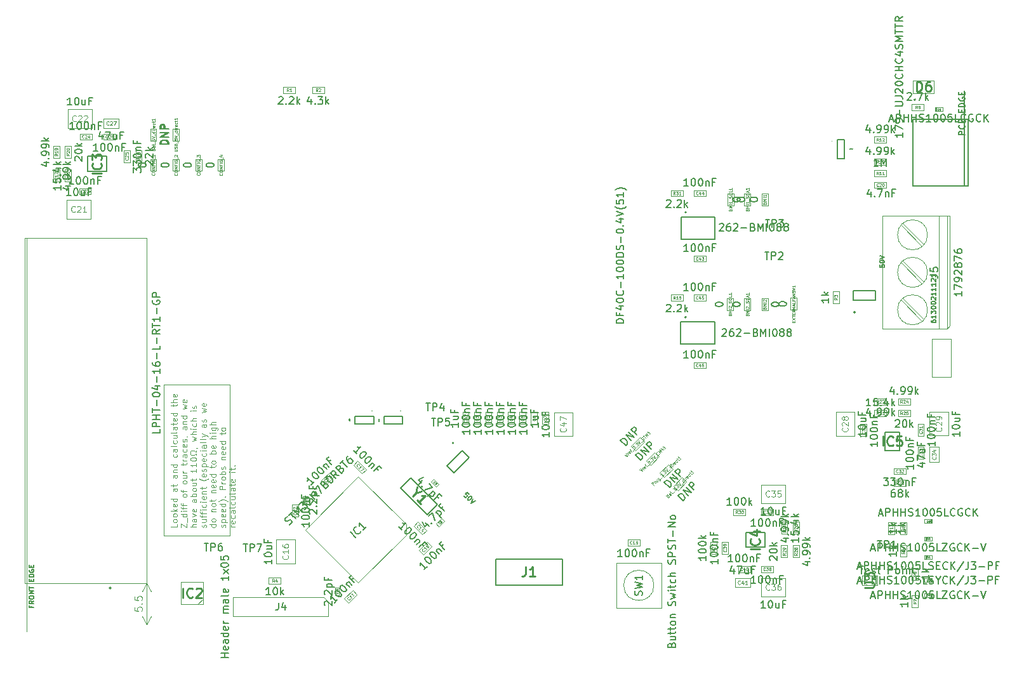
<source format=gbr>
%TF.GenerationSoftware,KiCad,Pcbnew,9.0.1+1*%
%TF.CreationDate,2025-11-18T11:19:53+00:00*%
%TF.ProjectId,nautilus_mainboard,6e617574-696c-4757-935f-6d61696e626f,rev?*%
%TF.SameCoordinates,Original*%
%TF.FileFunction,AssemblyDrawing,Top*%
%FSLAX46Y46*%
G04 Gerber Fmt 4.6, Leading zero omitted, Abs format (unit mm)*
G04 Created by KiCad (PCBNEW 9.0.1+1) date 2025-11-18 11:19:53*
%MOMM*%
%LPD*%
G01*
G04 APERTURE LIST*
%ADD10C,0.100000*%
%ADD11C,0.030000*%
%ADD12C,0.150000*%
%ADD13C,0.060000*%
%ADD14C,0.120000*%
%ADD15C,0.254000*%
%ADD16C,0.040000*%
%ADD17C,0.080000*%
%ADD18C,0.127000*%
%ADD19C,0.200000*%
G04 APERTURE END LIST*
D10*
X91013242Y-211636894D02*
X91013242Y-212017846D01*
X91013242Y-212017846D02*
X90213242Y-212017846D01*
X91013242Y-211255942D02*
X90975147Y-211332132D01*
X90975147Y-211332132D02*
X90937051Y-211370227D01*
X90937051Y-211370227D02*
X90860861Y-211408323D01*
X90860861Y-211408323D02*
X90632289Y-211408323D01*
X90632289Y-211408323D02*
X90556099Y-211370227D01*
X90556099Y-211370227D02*
X90518004Y-211332132D01*
X90518004Y-211332132D02*
X90479908Y-211255942D01*
X90479908Y-211255942D02*
X90479908Y-211141656D01*
X90479908Y-211141656D02*
X90518004Y-211065465D01*
X90518004Y-211065465D02*
X90556099Y-211027370D01*
X90556099Y-211027370D02*
X90632289Y-210989275D01*
X90632289Y-210989275D02*
X90860861Y-210989275D01*
X90860861Y-210989275D02*
X90937051Y-211027370D01*
X90937051Y-211027370D02*
X90975147Y-211065465D01*
X90975147Y-211065465D02*
X91013242Y-211141656D01*
X91013242Y-211141656D02*
X91013242Y-211255942D01*
X91013242Y-210532132D02*
X90975147Y-210608322D01*
X90975147Y-210608322D02*
X90937051Y-210646417D01*
X90937051Y-210646417D02*
X90860861Y-210684513D01*
X90860861Y-210684513D02*
X90632289Y-210684513D01*
X90632289Y-210684513D02*
X90556099Y-210646417D01*
X90556099Y-210646417D02*
X90518004Y-210608322D01*
X90518004Y-210608322D02*
X90479908Y-210532132D01*
X90479908Y-210532132D02*
X90479908Y-210417846D01*
X90479908Y-210417846D02*
X90518004Y-210341655D01*
X90518004Y-210341655D02*
X90556099Y-210303560D01*
X90556099Y-210303560D02*
X90632289Y-210265465D01*
X90632289Y-210265465D02*
X90860861Y-210265465D01*
X90860861Y-210265465D02*
X90937051Y-210303560D01*
X90937051Y-210303560D02*
X90975147Y-210341655D01*
X90975147Y-210341655D02*
X91013242Y-210417846D01*
X91013242Y-210417846D02*
X91013242Y-210532132D01*
X91013242Y-209922607D02*
X90213242Y-209922607D01*
X90708480Y-209846417D02*
X91013242Y-209617845D01*
X90479908Y-209617845D02*
X90784670Y-209922607D01*
X90975147Y-208970226D02*
X91013242Y-209046417D01*
X91013242Y-209046417D02*
X91013242Y-209198798D01*
X91013242Y-209198798D02*
X90975147Y-209274988D01*
X90975147Y-209274988D02*
X90898956Y-209313084D01*
X90898956Y-209313084D02*
X90594194Y-209313084D01*
X90594194Y-209313084D02*
X90518004Y-209274988D01*
X90518004Y-209274988D02*
X90479908Y-209198798D01*
X90479908Y-209198798D02*
X90479908Y-209046417D01*
X90479908Y-209046417D02*
X90518004Y-208970226D01*
X90518004Y-208970226D02*
X90594194Y-208932131D01*
X90594194Y-208932131D02*
X90670385Y-208932131D01*
X90670385Y-208932131D02*
X90746575Y-209313084D01*
X91013242Y-208246417D02*
X90213242Y-208246417D01*
X90975147Y-208246417D02*
X91013242Y-208322608D01*
X91013242Y-208322608D02*
X91013242Y-208474989D01*
X91013242Y-208474989D02*
X90975147Y-208551179D01*
X90975147Y-208551179D02*
X90937051Y-208589274D01*
X90937051Y-208589274D02*
X90860861Y-208627370D01*
X90860861Y-208627370D02*
X90632289Y-208627370D01*
X90632289Y-208627370D02*
X90556099Y-208589274D01*
X90556099Y-208589274D02*
X90518004Y-208551179D01*
X90518004Y-208551179D02*
X90479908Y-208474989D01*
X90479908Y-208474989D02*
X90479908Y-208322608D01*
X90479908Y-208322608D02*
X90518004Y-208246417D01*
X91013242Y-206913083D02*
X90594194Y-206913083D01*
X90594194Y-206913083D02*
X90518004Y-206951178D01*
X90518004Y-206951178D02*
X90479908Y-207027369D01*
X90479908Y-207027369D02*
X90479908Y-207179750D01*
X90479908Y-207179750D02*
X90518004Y-207255940D01*
X90975147Y-206913083D02*
X91013242Y-206989274D01*
X91013242Y-206989274D02*
X91013242Y-207179750D01*
X91013242Y-207179750D02*
X90975147Y-207255940D01*
X90975147Y-207255940D02*
X90898956Y-207294036D01*
X90898956Y-207294036D02*
X90822766Y-207294036D01*
X90822766Y-207294036D02*
X90746575Y-207255940D01*
X90746575Y-207255940D02*
X90708480Y-207179750D01*
X90708480Y-207179750D02*
X90708480Y-206989274D01*
X90708480Y-206989274D02*
X90670385Y-206913083D01*
X90479908Y-206646416D02*
X90479908Y-206341654D01*
X90213242Y-206532130D02*
X90898956Y-206532130D01*
X90898956Y-206532130D02*
X90975147Y-206494035D01*
X90975147Y-206494035D02*
X91013242Y-206417845D01*
X91013242Y-206417845D02*
X91013242Y-206341654D01*
X91013242Y-205122606D02*
X90594194Y-205122606D01*
X90594194Y-205122606D02*
X90518004Y-205160701D01*
X90518004Y-205160701D02*
X90479908Y-205236892D01*
X90479908Y-205236892D02*
X90479908Y-205389273D01*
X90479908Y-205389273D02*
X90518004Y-205465463D01*
X90975147Y-205122606D02*
X91013242Y-205198797D01*
X91013242Y-205198797D02*
X91013242Y-205389273D01*
X91013242Y-205389273D02*
X90975147Y-205465463D01*
X90975147Y-205465463D02*
X90898956Y-205503559D01*
X90898956Y-205503559D02*
X90822766Y-205503559D01*
X90822766Y-205503559D02*
X90746575Y-205465463D01*
X90746575Y-205465463D02*
X90708480Y-205389273D01*
X90708480Y-205389273D02*
X90708480Y-205198797D01*
X90708480Y-205198797D02*
X90670385Y-205122606D01*
X90479908Y-204741653D02*
X91013242Y-204741653D01*
X90556099Y-204741653D02*
X90518004Y-204703558D01*
X90518004Y-204703558D02*
X90479908Y-204627368D01*
X90479908Y-204627368D02*
X90479908Y-204513082D01*
X90479908Y-204513082D02*
X90518004Y-204436891D01*
X90518004Y-204436891D02*
X90594194Y-204398796D01*
X90594194Y-204398796D02*
X91013242Y-204398796D01*
X91013242Y-203674986D02*
X90213242Y-203674986D01*
X90975147Y-203674986D02*
X91013242Y-203751177D01*
X91013242Y-203751177D02*
X91013242Y-203903558D01*
X91013242Y-203903558D02*
X90975147Y-203979748D01*
X90975147Y-203979748D02*
X90937051Y-204017843D01*
X90937051Y-204017843D02*
X90860861Y-204055939D01*
X90860861Y-204055939D02*
X90632289Y-204055939D01*
X90632289Y-204055939D02*
X90556099Y-204017843D01*
X90556099Y-204017843D02*
X90518004Y-203979748D01*
X90518004Y-203979748D02*
X90479908Y-203903558D01*
X90479908Y-203903558D02*
X90479908Y-203751177D01*
X90479908Y-203751177D02*
X90518004Y-203674986D01*
X90975147Y-202341652D02*
X91013242Y-202417843D01*
X91013242Y-202417843D02*
X91013242Y-202570224D01*
X91013242Y-202570224D02*
X90975147Y-202646414D01*
X90975147Y-202646414D02*
X90937051Y-202684509D01*
X90937051Y-202684509D02*
X90860861Y-202722605D01*
X90860861Y-202722605D02*
X90632289Y-202722605D01*
X90632289Y-202722605D02*
X90556099Y-202684509D01*
X90556099Y-202684509D02*
X90518004Y-202646414D01*
X90518004Y-202646414D02*
X90479908Y-202570224D01*
X90479908Y-202570224D02*
X90479908Y-202417843D01*
X90479908Y-202417843D02*
X90518004Y-202341652D01*
X91013242Y-201655938D02*
X90594194Y-201655938D01*
X90594194Y-201655938D02*
X90518004Y-201694033D01*
X90518004Y-201694033D02*
X90479908Y-201770224D01*
X90479908Y-201770224D02*
X90479908Y-201922605D01*
X90479908Y-201922605D02*
X90518004Y-201998795D01*
X90975147Y-201655938D02*
X91013242Y-201732129D01*
X91013242Y-201732129D02*
X91013242Y-201922605D01*
X91013242Y-201922605D02*
X90975147Y-201998795D01*
X90975147Y-201998795D02*
X90898956Y-202036891D01*
X90898956Y-202036891D02*
X90822766Y-202036891D01*
X90822766Y-202036891D02*
X90746575Y-201998795D01*
X90746575Y-201998795D02*
X90708480Y-201922605D01*
X90708480Y-201922605D02*
X90708480Y-201732129D01*
X90708480Y-201732129D02*
X90670385Y-201655938D01*
X91013242Y-201160700D02*
X90975147Y-201236890D01*
X90975147Y-201236890D02*
X90898956Y-201274985D01*
X90898956Y-201274985D02*
X90213242Y-201274985D01*
X90975147Y-200513080D02*
X91013242Y-200589271D01*
X91013242Y-200589271D02*
X91013242Y-200741652D01*
X91013242Y-200741652D02*
X90975147Y-200817842D01*
X90975147Y-200817842D02*
X90937051Y-200855937D01*
X90937051Y-200855937D02*
X90860861Y-200894033D01*
X90860861Y-200894033D02*
X90632289Y-200894033D01*
X90632289Y-200894033D02*
X90556099Y-200855937D01*
X90556099Y-200855937D02*
X90518004Y-200817842D01*
X90518004Y-200817842D02*
X90479908Y-200741652D01*
X90479908Y-200741652D02*
X90479908Y-200589271D01*
X90479908Y-200589271D02*
X90518004Y-200513080D01*
X90479908Y-199827366D02*
X91013242Y-199827366D01*
X90479908Y-200170223D02*
X90898956Y-200170223D01*
X90898956Y-200170223D02*
X90975147Y-200132128D01*
X90975147Y-200132128D02*
X91013242Y-200055938D01*
X91013242Y-200055938D02*
X91013242Y-199941652D01*
X91013242Y-199941652D02*
X90975147Y-199865461D01*
X90975147Y-199865461D02*
X90937051Y-199827366D01*
X91013242Y-199332128D02*
X90975147Y-199408318D01*
X90975147Y-199408318D02*
X90898956Y-199446413D01*
X90898956Y-199446413D02*
X90213242Y-199446413D01*
X91013242Y-198684508D02*
X90594194Y-198684508D01*
X90594194Y-198684508D02*
X90518004Y-198722603D01*
X90518004Y-198722603D02*
X90479908Y-198798794D01*
X90479908Y-198798794D02*
X90479908Y-198951175D01*
X90479908Y-198951175D02*
X90518004Y-199027365D01*
X90975147Y-198684508D02*
X91013242Y-198760699D01*
X91013242Y-198760699D02*
X91013242Y-198951175D01*
X91013242Y-198951175D02*
X90975147Y-199027365D01*
X90975147Y-199027365D02*
X90898956Y-199065461D01*
X90898956Y-199065461D02*
X90822766Y-199065461D01*
X90822766Y-199065461D02*
X90746575Y-199027365D01*
X90746575Y-199027365D02*
X90708480Y-198951175D01*
X90708480Y-198951175D02*
X90708480Y-198760699D01*
X90708480Y-198760699D02*
X90670385Y-198684508D01*
X90479908Y-198417841D02*
X90479908Y-198113079D01*
X90213242Y-198303555D02*
X90898956Y-198303555D01*
X90898956Y-198303555D02*
X90975147Y-198265460D01*
X90975147Y-198265460D02*
X91013242Y-198189270D01*
X91013242Y-198189270D02*
X91013242Y-198113079D01*
X90975147Y-197541650D02*
X91013242Y-197617841D01*
X91013242Y-197617841D02*
X91013242Y-197770222D01*
X91013242Y-197770222D02*
X90975147Y-197846412D01*
X90975147Y-197846412D02*
X90898956Y-197884508D01*
X90898956Y-197884508D02*
X90594194Y-197884508D01*
X90594194Y-197884508D02*
X90518004Y-197846412D01*
X90518004Y-197846412D02*
X90479908Y-197770222D01*
X90479908Y-197770222D02*
X90479908Y-197617841D01*
X90479908Y-197617841D02*
X90518004Y-197541650D01*
X90518004Y-197541650D02*
X90594194Y-197503555D01*
X90594194Y-197503555D02*
X90670385Y-197503555D01*
X90670385Y-197503555D02*
X90746575Y-197884508D01*
X91013242Y-196817841D02*
X90213242Y-196817841D01*
X90975147Y-196817841D02*
X91013242Y-196894032D01*
X91013242Y-196894032D02*
X91013242Y-197046413D01*
X91013242Y-197046413D02*
X90975147Y-197122603D01*
X90975147Y-197122603D02*
X90937051Y-197160698D01*
X90937051Y-197160698D02*
X90860861Y-197198794D01*
X90860861Y-197198794D02*
X90632289Y-197198794D01*
X90632289Y-197198794D02*
X90556099Y-197160698D01*
X90556099Y-197160698D02*
X90518004Y-197122603D01*
X90518004Y-197122603D02*
X90479908Y-197046413D01*
X90479908Y-197046413D02*
X90479908Y-196894032D01*
X90479908Y-196894032D02*
X90518004Y-196817841D01*
X90479908Y-195941650D02*
X90479908Y-195636888D01*
X90213242Y-195827364D02*
X90898956Y-195827364D01*
X90898956Y-195827364D02*
X90975147Y-195789269D01*
X90975147Y-195789269D02*
X91013242Y-195713079D01*
X91013242Y-195713079D02*
X91013242Y-195636888D01*
X91013242Y-195370221D02*
X90213242Y-195370221D01*
X91013242Y-195027364D02*
X90594194Y-195027364D01*
X90594194Y-195027364D02*
X90518004Y-195065459D01*
X90518004Y-195065459D02*
X90479908Y-195141650D01*
X90479908Y-195141650D02*
X90479908Y-195255936D01*
X90479908Y-195255936D02*
X90518004Y-195332126D01*
X90518004Y-195332126D02*
X90556099Y-195370221D01*
X90975147Y-194341649D02*
X91013242Y-194417840D01*
X91013242Y-194417840D02*
X91013242Y-194570221D01*
X91013242Y-194570221D02*
X90975147Y-194646411D01*
X90975147Y-194646411D02*
X90898956Y-194684507D01*
X90898956Y-194684507D02*
X90594194Y-194684507D01*
X90594194Y-194684507D02*
X90518004Y-194646411D01*
X90518004Y-194646411D02*
X90479908Y-194570221D01*
X90479908Y-194570221D02*
X90479908Y-194417840D01*
X90479908Y-194417840D02*
X90518004Y-194341649D01*
X90518004Y-194341649D02*
X90594194Y-194303554D01*
X90594194Y-194303554D02*
X90670385Y-194303554D01*
X90670385Y-194303554D02*
X90746575Y-194684507D01*
X91501197Y-212094037D02*
X91501197Y-211560703D01*
X91501197Y-211560703D02*
X92301197Y-212094037D01*
X92301197Y-212094037D02*
X92301197Y-211560703D01*
X92377387Y-211446418D02*
X92377387Y-210836894D01*
X92301197Y-210303560D02*
X91501197Y-210303560D01*
X92263102Y-210303560D02*
X92301197Y-210379751D01*
X92301197Y-210379751D02*
X92301197Y-210532132D01*
X92301197Y-210532132D02*
X92263102Y-210608322D01*
X92263102Y-210608322D02*
X92225006Y-210646417D01*
X92225006Y-210646417D02*
X92148816Y-210684513D01*
X92148816Y-210684513D02*
X91920244Y-210684513D01*
X91920244Y-210684513D02*
X91844054Y-210646417D01*
X91844054Y-210646417D02*
X91805959Y-210608322D01*
X91805959Y-210608322D02*
X91767863Y-210532132D01*
X91767863Y-210532132D02*
X91767863Y-210379751D01*
X91767863Y-210379751D02*
X91805959Y-210303560D01*
X92301197Y-209922607D02*
X91767863Y-209922607D01*
X91501197Y-209922607D02*
X91539292Y-209960703D01*
X91539292Y-209960703D02*
X91577387Y-209922607D01*
X91577387Y-209922607D02*
X91539292Y-209884512D01*
X91539292Y-209884512D02*
X91501197Y-209922607D01*
X91501197Y-209922607D02*
X91577387Y-209922607D01*
X91767863Y-209655941D02*
X91767863Y-209351179D01*
X92301197Y-209541655D02*
X91615482Y-209541655D01*
X91615482Y-209541655D02*
X91539292Y-209503560D01*
X91539292Y-209503560D02*
X91501197Y-209427370D01*
X91501197Y-209427370D02*
X91501197Y-209351179D01*
X91767863Y-209198798D02*
X91767863Y-208894036D01*
X92301197Y-209084512D02*
X91615482Y-209084512D01*
X91615482Y-209084512D02*
X91539292Y-209046417D01*
X91539292Y-209046417D02*
X91501197Y-208970227D01*
X91501197Y-208970227D02*
X91501197Y-208894036D01*
X92301197Y-207903560D02*
X92263102Y-207979750D01*
X92263102Y-207979750D02*
X92225006Y-208017845D01*
X92225006Y-208017845D02*
X92148816Y-208055941D01*
X92148816Y-208055941D02*
X91920244Y-208055941D01*
X91920244Y-208055941D02*
X91844054Y-208017845D01*
X91844054Y-208017845D02*
X91805959Y-207979750D01*
X91805959Y-207979750D02*
X91767863Y-207903560D01*
X91767863Y-207903560D02*
X91767863Y-207789274D01*
X91767863Y-207789274D02*
X91805959Y-207713083D01*
X91805959Y-207713083D02*
X91844054Y-207674988D01*
X91844054Y-207674988D02*
X91920244Y-207636893D01*
X91920244Y-207636893D02*
X92148816Y-207636893D01*
X92148816Y-207636893D02*
X92225006Y-207674988D01*
X92225006Y-207674988D02*
X92263102Y-207713083D01*
X92263102Y-207713083D02*
X92301197Y-207789274D01*
X92301197Y-207789274D02*
X92301197Y-207903560D01*
X91767863Y-207408321D02*
X91767863Y-207103559D01*
X92301197Y-207294035D02*
X91615482Y-207294035D01*
X91615482Y-207294035D02*
X91539292Y-207255940D01*
X91539292Y-207255940D02*
X91501197Y-207179750D01*
X91501197Y-207179750D02*
X91501197Y-207103559D01*
X92301197Y-206113083D02*
X92263102Y-206189273D01*
X92263102Y-206189273D02*
X92225006Y-206227368D01*
X92225006Y-206227368D02*
X92148816Y-206265464D01*
X92148816Y-206265464D02*
X91920244Y-206265464D01*
X91920244Y-206265464D02*
X91844054Y-206227368D01*
X91844054Y-206227368D02*
X91805959Y-206189273D01*
X91805959Y-206189273D02*
X91767863Y-206113083D01*
X91767863Y-206113083D02*
X91767863Y-205998797D01*
X91767863Y-205998797D02*
X91805959Y-205922606D01*
X91805959Y-205922606D02*
X91844054Y-205884511D01*
X91844054Y-205884511D02*
X91920244Y-205846416D01*
X91920244Y-205846416D02*
X92148816Y-205846416D01*
X92148816Y-205846416D02*
X92225006Y-205884511D01*
X92225006Y-205884511D02*
X92263102Y-205922606D01*
X92263102Y-205922606D02*
X92301197Y-205998797D01*
X92301197Y-205998797D02*
X92301197Y-206113083D01*
X91767863Y-205160701D02*
X92301197Y-205160701D01*
X91767863Y-205503558D02*
X92186911Y-205503558D01*
X92186911Y-205503558D02*
X92263102Y-205465463D01*
X92263102Y-205465463D02*
X92301197Y-205389273D01*
X92301197Y-205389273D02*
X92301197Y-205274987D01*
X92301197Y-205274987D02*
X92263102Y-205198796D01*
X92263102Y-205198796D02*
X92225006Y-205160701D01*
X92301197Y-204779748D02*
X91767863Y-204779748D01*
X91920244Y-204779748D02*
X91844054Y-204741653D01*
X91844054Y-204741653D02*
X91805959Y-204703558D01*
X91805959Y-204703558D02*
X91767863Y-204627367D01*
X91767863Y-204627367D02*
X91767863Y-204551177D01*
X91767863Y-203789272D02*
X91767863Y-203484510D01*
X91501197Y-203674986D02*
X92186911Y-203674986D01*
X92186911Y-203674986D02*
X92263102Y-203636891D01*
X92263102Y-203636891D02*
X92301197Y-203560701D01*
X92301197Y-203560701D02*
X92301197Y-203484510D01*
X92301197Y-203217843D02*
X91767863Y-203217843D01*
X91920244Y-203217843D02*
X91844054Y-203179748D01*
X91844054Y-203179748D02*
X91805959Y-203141653D01*
X91805959Y-203141653D02*
X91767863Y-203065462D01*
X91767863Y-203065462D02*
X91767863Y-202989272D01*
X92301197Y-202379748D02*
X91882149Y-202379748D01*
X91882149Y-202379748D02*
X91805959Y-202417843D01*
X91805959Y-202417843D02*
X91767863Y-202494034D01*
X91767863Y-202494034D02*
X91767863Y-202646415D01*
X91767863Y-202646415D02*
X91805959Y-202722605D01*
X92263102Y-202379748D02*
X92301197Y-202455939D01*
X92301197Y-202455939D02*
X92301197Y-202646415D01*
X92301197Y-202646415D02*
X92263102Y-202722605D01*
X92263102Y-202722605D02*
X92186911Y-202760701D01*
X92186911Y-202760701D02*
X92110721Y-202760701D01*
X92110721Y-202760701D02*
X92034530Y-202722605D01*
X92034530Y-202722605D02*
X91996435Y-202646415D01*
X91996435Y-202646415D02*
X91996435Y-202455939D01*
X91996435Y-202455939D02*
X91958340Y-202379748D01*
X92263102Y-201655938D02*
X92301197Y-201732129D01*
X92301197Y-201732129D02*
X92301197Y-201884510D01*
X92301197Y-201884510D02*
X92263102Y-201960700D01*
X92263102Y-201960700D02*
X92225006Y-201998795D01*
X92225006Y-201998795D02*
X92148816Y-202036891D01*
X92148816Y-202036891D02*
X91920244Y-202036891D01*
X91920244Y-202036891D02*
X91844054Y-201998795D01*
X91844054Y-201998795D02*
X91805959Y-201960700D01*
X91805959Y-201960700D02*
X91767863Y-201884510D01*
X91767863Y-201884510D02*
X91767863Y-201732129D01*
X91767863Y-201732129D02*
X91805959Y-201655938D01*
X92263102Y-201008319D02*
X92301197Y-201084510D01*
X92301197Y-201084510D02*
X92301197Y-201236891D01*
X92301197Y-201236891D02*
X92263102Y-201313081D01*
X92263102Y-201313081D02*
X92186911Y-201351177D01*
X92186911Y-201351177D02*
X91882149Y-201351177D01*
X91882149Y-201351177D02*
X91805959Y-201313081D01*
X91805959Y-201313081D02*
X91767863Y-201236891D01*
X91767863Y-201236891D02*
X91767863Y-201084510D01*
X91767863Y-201084510D02*
X91805959Y-201008319D01*
X91805959Y-201008319D02*
X91882149Y-200970224D01*
X91882149Y-200970224D02*
X91958340Y-200970224D01*
X91958340Y-200970224D02*
X92034530Y-201351177D01*
X92263102Y-200665463D02*
X92301197Y-200589272D01*
X92301197Y-200589272D02*
X92301197Y-200436891D01*
X92301197Y-200436891D02*
X92263102Y-200360701D01*
X92263102Y-200360701D02*
X92186911Y-200322605D01*
X92186911Y-200322605D02*
X92148816Y-200322605D01*
X92148816Y-200322605D02*
X92072625Y-200360701D01*
X92072625Y-200360701D02*
X92034530Y-200436891D01*
X92034530Y-200436891D02*
X92034530Y-200551177D01*
X92034530Y-200551177D02*
X91996435Y-200627367D01*
X91996435Y-200627367D02*
X91920244Y-200665463D01*
X91920244Y-200665463D02*
X91882149Y-200665463D01*
X91882149Y-200665463D02*
X91805959Y-200627367D01*
X91805959Y-200627367D02*
X91767863Y-200551177D01*
X91767863Y-200551177D02*
X91767863Y-200436891D01*
X91767863Y-200436891D02*
X91805959Y-200360701D01*
X92263102Y-199941653D02*
X92301197Y-199941653D01*
X92301197Y-199941653D02*
X92377387Y-199979748D01*
X92377387Y-199979748D02*
X92415482Y-200017844D01*
X92301197Y-198646415D02*
X91882149Y-198646415D01*
X91882149Y-198646415D02*
X91805959Y-198684510D01*
X91805959Y-198684510D02*
X91767863Y-198760701D01*
X91767863Y-198760701D02*
X91767863Y-198913082D01*
X91767863Y-198913082D02*
X91805959Y-198989272D01*
X92263102Y-198646415D02*
X92301197Y-198722606D01*
X92301197Y-198722606D02*
X92301197Y-198913082D01*
X92301197Y-198913082D02*
X92263102Y-198989272D01*
X92263102Y-198989272D02*
X92186911Y-199027368D01*
X92186911Y-199027368D02*
X92110721Y-199027368D01*
X92110721Y-199027368D02*
X92034530Y-198989272D01*
X92034530Y-198989272D02*
X91996435Y-198913082D01*
X91996435Y-198913082D02*
X91996435Y-198722606D01*
X91996435Y-198722606D02*
X91958340Y-198646415D01*
X91767863Y-198265462D02*
X92301197Y-198265462D01*
X91844054Y-198265462D02*
X91805959Y-198227367D01*
X91805959Y-198227367D02*
X91767863Y-198151177D01*
X91767863Y-198151177D02*
X91767863Y-198036891D01*
X91767863Y-198036891D02*
X91805959Y-197960700D01*
X91805959Y-197960700D02*
X91882149Y-197922605D01*
X91882149Y-197922605D02*
X92301197Y-197922605D01*
X92301197Y-197198795D02*
X91501197Y-197198795D01*
X92263102Y-197198795D02*
X92301197Y-197274986D01*
X92301197Y-197274986D02*
X92301197Y-197427367D01*
X92301197Y-197427367D02*
X92263102Y-197503557D01*
X92263102Y-197503557D02*
X92225006Y-197541652D01*
X92225006Y-197541652D02*
X92148816Y-197579748D01*
X92148816Y-197579748D02*
X91920244Y-197579748D01*
X91920244Y-197579748D02*
X91844054Y-197541652D01*
X91844054Y-197541652D02*
X91805959Y-197503557D01*
X91805959Y-197503557D02*
X91767863Y-197427367D01*
X91767863Y-197427367D02*
X91767863Y-197274986D01*
X91767863Y-197274986D02*
X91805959Y-197198795D01*
X91767863Y-196284509D02*
X92301197Y-196132128D01*
X92301197Y-196132128D02*
X91920244Y-195979747D01*
X91920244Y-195979747D02*
X92301197Y-195827366D01*
X92301197Y-195827366D02*
X91767863Y-195674985D01*
X92263102Y-195065461D02*
X92301197Y-195141652D01*
X92301197Y-195141652D02*
X92301197Y-195294033D01*
X92301197Y-195294033D02*
X92263102Y-195370223D01*
X92263102Y-195370223D02*
X92186911Y-195408319D01*
X92186911Y-195408319D02*
X91882149Y-195408319D01*
X91882149Y-195408319D02*
X91805959Y-195370223D01*
X91805959Y-195370223D02*
X91767863Y-195294033D01*
X91767863Y-195294033D02*
X91767863Y-195141652D01*
X91767863Y-195141652D02*
X91805959Y-195065461D01*
X91805959Y-195065461D02*
X91882149Y-195027366D01*
X91882149Y-195027366D02*
X91958340Y-195027366D01*
X91958340Y-195027366D02*
X92034530Y-195408319D01*
X93589152Y-212017846D02*
X92789152Y-212017846D01*
X93589152Y-211674989D02*
X93170104Y-211674989D01*
X93170104Y-211674989D02*
X93093914Y-211713084D01*
X93093914Y-211713084D02*
X93055818Y-211789275D01*
X93055818Y-211789275D02*
X93055818Y-211903561D01*
X93055818Y-211903561D02*
X93093914Y-211979751D01*
X93093914Y-211979751D02*
X93132009Y-212017846D01*
X93589152Y-210951179D02*
X93170104Y-210951179D01*
X93170104Y-210951179D02*
X93093914Y-210989274D01*
X93093914Y-210989274D02*
X93055818Y-211065465D01*
X93055818Y-211065465D02*
X93055818Y-211217846D01*
X93055818Y-211217846D02*
X93093914Y-211294036D01*
X93551057Y-210951179D02*
X93589152Y-211027370D01*
X93589152Y-211027370D02*
X93589152Y-211217846D01*
X93589152Y-211217846D02*
X93551057Y-211294036D01*
X93551057Y-211294036D02*
X93474866Y-211332132D01*
X93474866Y-211332132D02*
X93398676Y-211332132D01*
X93398676Y-211332132D02*
X93322485Y-211294036D01*
X93322485Y-211294036D02*
X93284390Y-211217846D01*
X93284390Y-211217846D02*
X93284390Y-211027370D01*
X93284390Y-211027370D02*
X93246295Y-210951179D01*
X93055818Y-210646417D02*
X93589152Y-210455941D01*
X93589152Y-210455941D02*
X93055818Y-210265464D01*
X93551057Y-209655940D02*
X93589152Y-209732131D01*
X93589152Y-209732131D02*
X93589152Y-209884512D01*
X93589152Y-209884512D02*
X93551057Y-209960702D01*
X93551057Y-209960702D02*
X93474866Y-209998798D01*
X93474866Y-209998798D02*
X93170104Y-209998798D01*
X93170104Y-209998798D02*
X93093914Y-209960702D01*
X93093914Y-209960702D02*
X93055818Y-209884512D01*
X93055818Y-209884512D02*
X93055818Y-209732131D01*
X93055818Y-209732131D02*
X93093914Y-209655940D01*
X93093914Y-209655940D02*
X93170104Y-209617845D01*
X93170104Y-209617845D02*
X93246295Y-209617845D01*
X93246295Y-209617845D02*
X93322485Y-209998798D01*
X93589152Y-208322607D02*
X93170104Y-208322607D01*
X93170104Y-208322607D02*
X93093914Y-208360702D01*
X93093914Y-208360702D02*
X93055818Y-208436893D01*
X93055818Y-208436893D02*
X93055818Y-208589274D01*
X93055818Y-208589274D02*
X93093914Y-208665464D01*
X93551057Y-208322607D02*
X93589152Y-208398798D01*
X93589152Y-208398798D02*
X93589152Y-208589274D01*
X93589152Y-208589274D02*
X93551057Y-208665464D01*
X93551057Y-208665464D02*
X93474866Y-208703560D01*
X93474866Y-208703560D02*
X93398676Y-208703560D01*
X93398676Y-208703560D02*
X93322485Y-208665464D01*
X93322485Y-208665464D02*
X93284390Y-208589274D01*
X93284390Y-208589274D02*
X93284390Y-208398798D01*
X93284390Y-208398798D02*
X93246295Y-208322607D01*
X93589152Y-207941654D02*
X92789152Y-207941654D01*
X93093914Y-207941654D02*
X93055818Y-207865464D01*
X93055818Y-207865464D02*
X93055818Y-207713083D01*
X93055818Y-207713083D02*
X93093914Y-207636892D01*
X93093914Y-207636892D02*
X93132009Y-207598797D01*
X93132009Y-207598797D02*
X93208199Y-207560702D01*
X93208199Y-207560702D02*
X93436771Y-207560702D01*
X93436771Y-207560702D02*
X93512961Y-207598797D01*
X93512961Y-207598797D02*
X93551057Y-207636892D01*
X93551057Y-207636892D02*
X93589152Y-207713083D01*
X93589152Y-207713083D02*
X93589152Y-207865464D01*
X93589152Y-207865464D02*
X93551057Y-207941654D01*
X93589152Y-207103559D02*
X93551057Y-207179749D01*
X93551057Y-207179749D02*
X93512961Y-207217844D01*
X93512961Y-207217844D02*
X93436771Y-207255940D01*
X93436771Y-207255940D02*
X93208199Y-207255940D01*
X93208199Y-207255940D02*
X93132009Y-207217844D01*
X93132009Y-207217844D02*
X93093914Y-207179749D01*
X93093914Y-207179749D02*
X93055818Y-207103559D01*
X93055818Y-207103559D02*
X93055818Y-206989273D01*
X93055818Y-206989273D02*
X93093914Y-206913082D01*
X93093914Y-206913082D02*
X93132009Y-206874987D01*
X93132009Y-206874987D02*
X93208199Y-206836892D01*
X93208199Y-206836892D02*
X93436771Y-206836892D01*
X93436771Y-206836892D02*
X93512961Y-206874987D01*
X93512961Y-206874987D02*
X93551057Y-206913082D01*
X93551057Y-206913082D02*
X93589152Y-206989273D01*
X93589152Y-206989273D02*
X93589152Y-207103559D01*
X93055818Y-206151177D02*
X93589152Y-206151177D01*
X93055818Y-206494034D02*
X93474866Y-206494034D01*
X93474866Y-206494034D02*
X93551057Y-206455939D01*
X93551057Y-206455939D02*
X93589152Y-206379749D01*
X93589152Y-206379749D02*
X93589152Y-206265463D01*
X93589152Y-206265463D02*
X93551057Y-206189272D01*
X93551057Y-206189272D02*
X93512961Y-206151177D01*
X93055818Y-205884510D02*
X93055818Y-205579748D01*
X92789152Y-205770224D02*
X93474866Y-205770224D01*
X93474866Y-205770224D02*
X93551057Y-205732129D01*
X93551057Y-205732129D02*
X93589152Y-205655939D01*
X93589152Y-205655939D02*
X93589152Y-205579748D01*
X93589152Y-204284510D02*
X93589152Y-204741653D01*
X93589152Y-204513081D02*
X92789152Y-204513081D01*
X92789152Y-204513081D02*
X92903437Y-204589272D01*
X92903437Y-204589272D02*
X92979628Y-204665462D01*
X92979628Y-204665462D02*
X93017723Y-204741653D01*
X93589152Y-203522605D02*
X93589152Y-203979748D01*
X93589152Y-203751176D02*
X92789152Y-203751176D01*
X92789152Y-203751176D02*
X92903437Y-203827367D01*
X92903437Y-203827367D02*
X92979628Y-203903557D01*
X92979628Y-203903557D02*
X93017723Y-203979748D01*
X92789152Y-203027366D02*
X92789152Y-202951176D01*
X92789152Y-202951176D02*
X92827247Y-202874985D01*
X92827247Y-202874985D02*
X92865342Y-202836890D01*
X92865342Y-202836890D02*
X92941533Y-202798795D01*
X92941533Y-202798795D02*
X93093914Y-202760700D01*
X93093914Y-202760700D02*
X93284390Y-202760700D01*
X93284390Y-202760700D02*
X93436771Y-202798795D01*
X93436771Y-202798795D02*
X93512961Y-202836890D01*
X93512961Y-202836890D02*
X93551057Y-202874985D01*
X93551057Y-202874985D02*
X93589152Y-202951176D01*
X93589152Y-202951176D02*
X93589152Y-203027366D01*
X93589152Y-203027366D02*
X93551057Y-203103557D01*
X93551057Y-203103557D02*
X93512961Y-203141652D01*
X93512961Y-203141652D02*
X93436771Y-203179747D01*
X93436771Y-203179747D02*
X93284390Y-203217843D01*
X93284390Y-203217843D02*
X93093914Y-203217843D01*
X93093914Y-203217843D02*
X92941533Y-203179747D01*
X92941533Y-203179747D02*
X92865342Y-203141652D01*
X92865342Y-203141652D02*
X92827247Y-203103557D01*
X92827247Y-203103557D02*
X92789152Y-203027366D01*
X93589152Y-202455938D02*
X93589152Y-202265461D01*
X93589152Y-202265461D02*
X93436771Y-202265461D01*
X93436771Y-202265461D02*
X93398676Y-202341652D01*
X93398676Y-202341652D02*
X93322485Y-202417842D01*
X93322485Y-202417842D02*
X93208199Y-202455938D01*
X93208199Y-202455938D02*
X93017723Y-202455938D01*
X93017723Y-202455938D02*
X92903437Y-202417842D01*
X92903437Y-202417842D02*
X92827247Y-202341652D01*
X92827247Y-202341652D02*
X92789152Y-202227366D01*
X92789152Y-202227366D02*
X92789152Y-202074985D01*
X92789152Y-202074985D02*
X92827247Y-201960699D01*
X92827247Y-201960699D02*
X92903437Y-201884509D01*
X92903437Y-201884509D02*
X93017723Y-201846414D01*
X93017723Y-201846414D02*
X93208199Y-201846414D01*
X93208199Y-201846414D02*
X93322485Y-201884509D01*
X93322485Y-201884509D02*
X93398676Y-201960699D01*
X93398676Y-201960699D02*
X93436771Y-202036890D01*
X93436771Y-202036890D02*
X93589152Y-202036890D01*
X93589152Y-202036890D02*
X93589152Y-201846414D01*
X93551057Y-201465461D02*
X93589152Y-201465461D01*
X93589152Y-201465461D02*
X93665342Y-201503556D01*
X93665342Y-201503556D02*
X93703437Y-201541652D01*
X93055818Y-200589271D02*
X93589152Y-200436890D01*
X93589152Y-200436890D02*
X93208199Y-200284509D01*
X93208199Y-200284509D02*
X93589152Y-200132128D01*
X93589152Y-200132128D02*
X93055818Y-199979747D01*
X93589152Y-199674985D02*
X92789152Y-199674985D01*
X93589152Y-199332128D02*
X93170104Y-199332128D01*
X93170104Y-199332128D02*
X93093914Y-199370223D01*
X93093914Y-199370223D02*
X93055818Y-199446414D01*
X93055818Y-199446414D02*
X93055818Y-199560700D01*
X93055818Y-199560700D02*
X93093914Y-199636890D01*
X93093914Y-199636890D02*
X93132009Y-199674985D01*
X93589152Y-198951175D02*
X93055818Y-198951175D01*
X92789152Y-198951175D02*
X92827247Y-198989271D01*
X92827247Y-198989271D02*
X92865342Y-198951175D01*
X92865342Y-198951175D02*
X92827247Y-198913080D01*
X92827247Y-198913080D02*
X92789152Y-198951175D01*
X92789152Y-198951175D02*
X92865342Y-198951175D01*
X93551057Y-198227366D02*
X93589152Y-198303557D01*
X93589152Y-198303557D02*
X93589152Y-198455938D01*
X93589152Y-198455938D02*
X93551057Y-198532128D01*
X93551057Y-198532128D02*
X93512961Y-198570223D01*
X93512961Y-198570223D02*
X93436771Y-198608319D01*
X93436771Y-198608319D02*
X93208199Y-198608319D01*
X93208199Y-198608319D02*
X93132009Y-198570223D01*
X93132009Y-198570223D02*
X93093914Y-198532128D01*
X93093914Y-198532128D02*
X93055818Y-198455938D01*
X93055818Y-198455938D02*
X93055818Y-198303557D01*
X93055818Y-198303557D02*
X93093914Y-198227366D01*
X93589152Y-197884509D02*
X92789152Y-197884509D01*
X93589152Y-197541652D02*
X93170104Y-197541652D01*
X93170104Y-197541652D02*
X93093914Y-197579747D01*
X93093914Y-197579747D02*
X93055818Y-197655938D01*
X93055818Y-197655938D02*
X93055818Y-197770224D01*
X93055818Y-197770224D02*
X93093914Y-197846414D01*
X93093914Y-197846414D02*
X93132009Y-197884509D01*
X93589152Y-196551175D02*
X93055818Y-196551175D01*
X92789152Y-196551175D02*
X92827247Y-196589271D01*
X92827247Y-196589271D02*
X92865342Y-196551175D01*
X92865342Y-196551175D02*
X92827247Y-196513080D01*
X92827247Y-196513080D02*
X92789152Y-196551175D01*
X92789152Y-196551175D02*
X92865342Y-196551175D01*
X93551057Y-196208319D02*
X93589152Y-196132128D01*
X93589152Y-196132128D02*
X93589152Y-195979747D01*
X93589152Y-195979747D02*
X93551057Y-195903557D01*
X93551057Y-195903557D02*
X93474866Y-195865461D01*
X93474866Y-195865461D02*
X93436771Y-195865461D01*
X93436771Y-195865461D02*
X93360580Y-195903557D01*
X93360580Y-195903557D02*
X93322485Y-195979747D01*
X93322485Y-195979747D02*
X93322485Y-196094033D01*
X93322485Y-196094033D02*
X93284390Y-196170223D01*
X93284390Y-196170223D02*
X93208199Y-196208319D01*
X93208199Y-196208319D02*
X93170104Y-196208319D01*
X93170104Y-196208319D02*
X93093914Y-196170223D01*
X93093914Y-196170223D02*
X93055818Y-196094033D01*
X93055818Y-196094033D02*
X93055818Y-195979747D01*
X93055818Y-195979747D02*
X93093914Y-195903557D01*
X94839012Y-212055942D02*
X94877107Y-211979751D01*
X94877107Y-211979751D02*
X94877107Y-211827370D01*
X94877107Y-211827370D02*
X94839012Y-211751180D01*
X94839012Y-211751180D02*
X94762821Y-211713084D01*
X94762821Y-211713084D02*
X94724726Y-211713084D01*
X94724726Y-211713084D02*
X94648535Y-211751180D01*
X94648535Y-211751180D02*
X94610440Y-211827370D01*
X94610440Y-211827370D02*
X94610440Y-211941656D01*
X94610440Y-211941656D02*
X94572345Y-212017846D01*
X94572345Y-212017846D02*
X94496154Y-212055942D01*
X94496154Y-212055942D02*
X94458059Y-212055942D01*
X94458059Y-212055942D02*
X94381869Y-212017846D01*
X94381869Y-212017846D02*
X94343773Y-211941656D01*
X94343773Y-211941656D02*
X94343773Y-211827370D01*
X94343773Y-211827370D02*
X94381869Y-211751180D01*
X94343773Y-211027370D02*
X94877107Y-211027370D01*
X94343773Y-211370227D02*
X94762821Y-211370227D01*
X94762821Y-211370227D02*
X94839012Y-211332132D01*
X94839012Y-211332132D02*
X94877107Y-211255942D01*
X94877107Y-211255942D02*
X94877107Y-211141656D01*
X94877107Y-211141656D02*
X94839012Y-211065465D01*
X94839012Y-211065465D02*
X94800916Y-211027370D01*
X94343773Y-210760703D02*
X94343773Y-210455941D01*
X94877107Y-210646417D02*
X94191392Y-210646417D01*
X94191392Y-210646417D02*
X94115202Y-210608322D01*
X94115202Y-210608322D02*
X94077107Y-210532132D01*
X94077107Y-210532132D02*
X94077107Y-210455941D01*
X94343773Y-210303560D02*
X94343773Y-209998798D01*
X94877107Y-210189274D02*
X94191392Y-210189274D01*
X94191392Y-210189274D02*
X94115202Y-210151179D01*
X94115202Y-210151179D02*
X94077107Y-210074989D01*
X94077107Y-210074989D02*
X94077107Y-209998798D01*
X94877107Y-209732131D02*
X94343773Y-209732131D01*
X94077107Y-209732131D02*
X94115202Y-209770227D01*
X94115202Y-209770227D02*
X94153297Y-209732131D01*
X94153297Y-209732131D02*
X94115202Y-209694036D01*
X94115202Y-209694036D02*
X94077107Y-209732131D01*
X94077107Y-209732131D02*
X94153297Y-209732131D01*
X94839012Y-209008322D02*
X94877107Y-209084513D01*
X94877107Y-209084513D02*
X94877107Y-209236894D01*
X94877107Y-209236894D02*
X94839012Y-209313084D01*
X94839012Y-209313084D02*
X94800916Y-209351179D01*
X94800916Y-209351179D02*
X94724726Y-209389275D01*
X94724726Y-209389275D02*
X94496154Y-209389275D01*
X94496154Y-209389275D02*
X94419964Y-209351179D01*
X94419964Y-209351179D02*
X94381869Y-209313084D01*
X94381869Y-209313084D02*
X94343773Y-209236894D01*
X94343773Y-209236894D02*
X94343773Y-209084513D01*
X94343773Y-209084513D02*
X94381869Y-209008322D01*
X94877107Y-208665465D02*
X94343773Y-208665465D01*
X94077107Y-208665465D02*
X94115202Y-208703561D01*
X94115202Y-208703561D02*
X94153297Y-208665465D01*
X94153297Y-208665465D02*
X94115202Y-208627370D01*
X94115202Y-208627370D02*
X94077107Y-208665465D01*
X94077107Y-208665465D02*
X94153297Y-208665465D01*
X94839012Y-207979751D02*
X94877107Y-208055942D01*
X94877107Y-208055942D02*
X94877107Y-208208323D01*
X94877107Y-208208323D02*
X94839012Y-208284513D01*
X94839012Y-208284513D02*
X94762821Y-208322609D01*
X94762821Y-208322609D02*
X94458059Y-208322609D01*
X94458059Y-208322609D02*
X94381869Y-208284513D01*
X94381869Y-208284513D02*
X94343773Y-208208323D01*
X94343773Y-208208323D02*
X94343773Y-208055942D01*
X94343773Y-208055942D02*
X94381869Y-207979751D01*
X94381869Y-207979751D02*
X94458059Y-207941656D01*
X94458059Y-207941656D02*
X94534250Y-207941656D01*
X94534250Y-207941656D02*
X94610440Y-208322609D01*
X94343773Y-207598799D02*
X94877107Y-207598799D01*
X94419964Y-207598799D02*
X94381869Y-207560704D01*
X94381869Y-207560704D02*
X94343773Y-207484514D01*
X94343773Y-207484514D02*
X94343773Y-207370228D01*
X94343773Y-207370228D02*
X94381869Y-207294037D01*
X94381869Y-207294037D02*
X94458059Y-207255942D01*
X94458059Y-207255942D02*
X94877107Y-207255942D01*
X94343773Y-206989275D02*
X94343773Y-206684513D01*
X94077107Y-206874989D02*
X94762821Y-206874989D01*
X94762821Y-206874989D02*
X94839012Y-206836894D01*
X94839012Y-206836894D02*
X94877107Y-206760704D01*
X94877107Y-206760704D02*
X94877107Y-206684513D01*
X95181869Y-205579751D02*
X95143773Y-205617846D01*
X95143773Y-205617846D02*
X95029488Y-205694037D01*
X95029488Y-205694037D02*
X94953297Y-205732132D01*
X94953297Y-205732132D02*
X94839012Y-205770227D01*
X94839012Y-205770227D02*
X94648535Y-205808322D01*
X94648535Y-205808322D02*
X94496154Y-205808322D01*
X94496154Y-205808322D02*
X94305678Y-205770227D01*
X94305678Y-205770227D02*
X94191392Y-205732132D01*
X94191392Y-205732132D02*
X94115202Y-205694037D01*
X94115202Y-205694037D02*
X94000916Y-205617846D01*
X94000916Y-205617846D02*
X93962821Y-205579751D01*
X94839012Y-204970227D02*
X94877107Y-205046418D01*
X94877107Y-205046418D02*
X94877107Y-205198799D01*
X94877107Y-205198799D02*
X94839012Y-205274989D01*
X94839012Y-205274989D02*
X94762821Y-205313085D01*
X94762821Y-205313085D02*
X94458059Y-205313085D01*
X94458059Y-205313085D02*
X94381869Y-205274989D01*
X94381869Y-205274989D02*
X94343773Y-205198799D01*
X94343773Y-205198799D02*
X94343773Y-205046418D01*
X94343773Y-205046418D02*
X94381869Y-204970227D01*
X94381869Y-204970227D02*
X94458059Y-204932132D01*
X94458059Y-204932132D02*
X94534250Y-204932132D01*
X94534250Y-204932132D02*
X94610440Y-205313085D01*
X94839012Y-204627371D02*
X94877107Y-204551180D01*
X94877107Y-204551180D02*
X94877107Y-204398799D01*
X94877107Y-204398799D02*
X94839012Y-204322609D01*
X94839012Y-204322609D02*
X94762821Y-204284513D01*
X94762821Y-204284513D02*
X94724726Y-204284513D01*
X94724726Y-204284513D02*
X94648535Y-204322609D01*
X94648535Y-204322609D02*
X94610440Y-204398799D01*
X94610440Y-204398799D02*
X94610440Y-204513085D01*
X94610440Y-204513085D02*
X94572345Y-204589275D01*
X94572345Y-204589275D02*
X94496154Y-204627371D01*
X94496154Y-204627371D02*
X94458059Y-204627371D01*
X94458059Y-204627371D02*
X94381869Y-204589275D01*
X94381869Y-204589275D02*
X94343773Y-204513085D01*
X94343773Y-204513085D02*
X94343773Y-204398799D01*
X94343773Y-204398799D02*
X94381869Y-204322609D01*
X94343773Y-203941656D02*
X95143773Y-203941656D01*
X94381869Y-203941656D02*
X94343773Y-203865466D01*
X94343773Y-203865466D02*
X94343773Y-203713085D01*
X94343773Y-203713085D02*
X94381869Y-203636894D01*
X94381869Y-203636894D02*
X94419964Y-203598799D01*
X94419964Y-203598799D02*
X94496154Y-203560704D01*
X94496154Y-203560704D02*
X94724726Y-203560704D01*
X94724726Y-203560704D02*
X94800916Y-203598799D01*
X94800916Y-203598799D02*
X94839012Y-203636894D01*
X94839012Y-203636894D02*
X94877107Y-203713085D01*
X94877107Y-203713085D02*
X94877107Y-203865466D01*
X94877107Y-203865466D02*
X94839012Y-203941656D01*
X94839012Y-202913084D02*
X94877107Y-202989275D01*
X94877107Y-202989275D02*
X94877107Y-203141656D01*
X94877107Y-203141656D02*
X94839012Y-203217846D01*
X94839012Y-203217846D02*
X94762821Y-203255942D01*
X94762821Y-203255942D02*
X94458059Y-203255942D01*
X94458059Y-203255942D02*
X94381869Y-203217846D01*
X94381869Y-203217846D02*
X94343773Y-203141656D01*
X94343773Y-203141656D02*
X94343773Y-202989275D01*
X94343773Y-202989275D02*
X94381869Y-202913084D01*
X94381869Y-202913084D02*
X94458059Y-202874989D01*
X94458059Y-202874989D02*
X94534250Y-202874989D01*
X94534250Y-202874989D02*
X94610440Y-203255942D01*
X94839012Y-202189275D02*
X94877107Y-202265466D01*
X94877107Y-202265466D02*
X94877107Y-202417847D01*
X94877107Y-202417847D02*
X94839012Y-202494037D01*
X94839012Y-202494037D02*
X94800916Y-202532132D01*
X94800916Y-202532132D02*
X94724726Y-202570228D01*
X94724726Y-202570228D02*
X94496154Y-202570228D01*
X94496154Y-202570228D02*
X94419964Y-202532132D01*
X94419964Y-202532132D02*
X94381869Y-202494037D01*
X94381869Y-202494037D02*
X94343773Y-202417847D01*
X94343773Y-202417847D02*
X94343773Y-202265466D01*
X94343773Y-202265466D02*
X94381869Y-202189275D01*
X94877107Y-201846418D02*
X94343773Y-201846418D01*
X94077107Y-201846418D02*
X94115202Y-201884514D01*
X94115202Y-201884514D02*
X94153297Y-201846418D01*
X94153297Y-201846418D02*
X94115202Y-201808323D01*
X94115202Y-201808323D02*
X94077107Y-201846418D01*
X94077107Y-201846418D02*
X94153297Y-201846418D01*
X94877107Y-201122609D02*
X94458059Y-201122609D01*
X94458059Y-201122609D02*
X94381869Y-201160704D01*
X94381869Y-201160704D02*
X94343773Y-201236895D01*
X94343773Y-201236895D02*
X94343773Y-201389276D01*
X94343773Y-201389276D02*
X94381869Y-201465466D01*
X94839012Y-201122609D02*
X94877107Y-201198800D01*
X94877107Y-201198800D02*
X94877107Y-201389276D01*
X94877107Y-201389276D02*
X94839012Y-201465466D01*
X94839012Y-201465466D02*
X94762821Y-201503562D01*
X94762821Y-201503562D02*
X94686631Y-201503562D01*
X94686631Y-201503562D02*
X94610440Y-201465466D01*
X94610440Y-201465466D02*
X94572345Y-201389276D01*
X94572345Y-201389276D02*
X94572345Y-201198800D01*
X94572345Y-201198800D02*
X94534250Y-201122609D01*
X94877107Y-200627371D02*
X94839012Y-200703561D01*
X94839012Y-200703561D02*
X94762821Y-200741656D01*
X94762821Y-200741656D02*
X94077107Y-200741656D01*
X94877107Y-200208323D02*
X94839012Y-200284513D01*
X94839012Y-200284513D02*
X94762821Y-200322608D01*
X94762821Y-200322608D02*
X94077107Y-200322608D01*
X94343773Y-199979751D02*
X94877107Y-199789275D01*
X94343773Y-199598798D02*
X94877107Y-199789275D01*
X94877107Y-199789275D02*
X95067583Y-199865465D01*
X95067583Y-199865465D02*
X95105678Y-199903560D01*
X95105678Y-199903560D02*
X95143773Y-199979751D01*
X94877107Y-198341655D02*
X94458059Y-198341655D01*
X94458059Y-198341655D02*
X94381869Y-198379750D01*
X94381869Y-198379750D02*
X94343773Y-198455941D01*
X94343773Y-198455941D02*
X94343773Y-198608322D01*
X94343773Y-198608322D02*
X94381869Y-198684512D01*
X94839012Y-198341655D02*
X94877107Y-198417846D01*
X94877107Y-198417846D02*
X94877107Y-198608322D01*
X94877107Y-198608322D02*
X94839012Y-198684512D01*
X94839012Y-198684512D02*
X94762821Y-198722608D01*
X94762821Y-198722608D02*
X94686631Y-198722608D01*
X94686631Y-198722608D02*
X94610440Y-198684512D01*
X94610440Y-198684512D02*
X94572345Y-198608322D01*
X94572345Y-198608322D02*
X94572345Y-198417846D01*
X94572345Y-198417846D02*
X94534250Y-198341655D01*
X94839012Y-197998798D02*
X94877107Y-197922607D01*
X94877107Y-197922607D02*
X94877107Y-197770226D01*
X94877107Y-197770226D02*
X94839012Y-197694036D01*
X94839012Y-197694036D02*
X94762821Y-197655940D01*
X94762821Y-197655940D02*
X94724726Y-197655940D01*
X94724726Y-197655940D02*
X94648535Y-197694036D01*
X94648535Y-197694036D02*
X94610440Y-197770226D01*
X94610440Y-197770226D02*
X94610440Y-197884512D01*
X94610440Y-197884512D02*
X94572345Y-197960702D01*
X94572345Y-197960702D02*
X94496154Y-197998798D01*
X94496154Y-197998798D02*
X94458059Y-197998798D01*
X94458059Y-197998798D02*
X94381869Y-197960702D01*
X94381869Y-197960702D02*
X94343773Y-197884512D01*
X94343773Y-197884512D02*
X94343773Y-197770226D01*
X94343773Y-197770226D02*
X94381869Y-197694036D01*
X94343773Y-196779750D02*
X94877107Y-196627369D01*
X94877107Y-196627369D02*
X94496154Y-196474988D01*
X94496154Y-196474988D02*
X94877107Y-196322607D01*
X94877107Y-196322607D02*
X94343773Y-196170226D01*
X94839012Y-195560702D02*
X94877107Y-195636893D01*
X94877107Y-195636893D02*
X94877107Y-195789274D01*
X94877107Y-195789274D02*
X94839012Y-195865464D01*
X94839012Y-195865464D02*
X94762821Y-195903560D01*
X94762821Y-195903560D02*
X94458059Y-195903560D01*
X94458059Y-195903560D02*
X94381869Y-195865464D01*
X94381869Y-195865464D02*
X94343773Y-195789274D01*
X94343773Y-195789274D02*
X94343773Y-195636893D01*
X94343773Y-195636893D02*
X94381869Y-195560702D01*
X94381869Y-195560702D02*
X94458059Y-195522607D01*
X94458059Y-195522607D02*
X94534250Y-195522607D01*
X94534250Y-195522607D02*
X94610440Y-195903560D01*
X96165062Y-211674989D02*
X95365062Y-211674989D01*
X96126967Y-211674989D02*
X96165062Y-211751180D01*
X96165062Y-211751180D02*
X96165062Y-211903561D01*
X96165062Y-211903561D02*
X96126967Y-211979751D01*
X96126967Y-211979751D02*
X96088871Y-212017846D01*
X96088871Y-212017846D02*
X96012681Y-212055942D01*
X96012681Y-212055942D02*
X95784109Y-212055942D01*
X95784109Y-212055942D02*
X95707919Y-212017846D01*
X95707919Y-212017846D02*
X95669824Y-211979751D01*
X95669824Y-211979751D02*
X95631728Y-211903561D01*
X95631728Y-211903561D02*
X95631728Y-211751180D01*
X95631728Y-211751180D02*
X95669824Y-211674989D01*
X96165062Y-211179751D02*
X96126967Y-211255941D01*
X96126967Y-211255941D02*
X96088871Y-211294036D01*
X96088871Y-211294036D02*
X96012681Y-211332132D01*
X96012681Y-211332132D02*
X95784109Y-211332132D01*
X95784109Y-211332132D02*
X95707919Y-211294036D01*
X95707919Y-211294036D02*
X95669824Y-211255941D01*
X95669824Y-211255941D02*
X95631728Y-211179751D01*
X95631728Y-211179751D02*
X95631728Y-211065465D01*
X95631728Y-211065465D02*
X95669824Y-210989274D01*
X95669824Y-210989274D02*
X95707919Y-210951179D01*
X95707919Y-210951179D02*
X95784109Y-210913084D01*
X95784109Y-210913084D02*
X96012681Y-210913084D01*
X96012681Y-210913084D02*
X96088871Y-210951179D01*
X96088871Y-210951179D02*
X96126967Y-210989274D01*
X96126967Y-210989274D02*
X96165062Y-211065465D01*
X96165062Y-211065465D02*
X96165062Y-211179751D01*
X95631728Y-209960702D02*
X96165062Y-209960702D01*
X95707919Y-209960702D02*
X95669824Y-209922607D01*
X95669824Y-209922607D02*
X95631728Y-209846417D01*
X95631728Y-209846417D02*
X95631728Y-209732131D01*
X95631728Y-209732131D02*
X95669824Y-209655940D01*
X95669824Y-209655940D02*
X95746014Y-209617845D01*
X95746014Y-209617845D02*
X96165062Y-209617845D01*
X96165062Y-209122607D02*
X96126967Y-209198797D01*
X96126967Y-209198797D02*
X96088871Y-209236892D01*
X96088871Y-209236892D02*
X96012681Y-209274988D01*
X96012681Y-209274988D02*
X95784109Y-209274988D01*
X95784109Y-209274988D02*
X95707919Y-209236892D01*
X95707919Y-209236892D02*
X95669824Y-209198797D01*
X95669824Y-209198797D02*
X95631728Y-209122607D01*
X95631728Y-209122607D02*
X95631728Y-209008321D01*
X95631728Y-209008321D02*
X95669824Y-208932130D01*
X95669824Y-208932130D02*
X95707919Y-208894035D01*
X95707919Y-208894035D02*
X95784109Y-208855940D01*
X95784109Y-208855940D02*
X96012681Y-208855940D01*
X96012681Y-208855940D02*
X96088871Y-208894035D01*
X96088871Y-208894035D02*
X96126967Y-208932130D01*
X96126967Y-208932130D02*
X96165062Y-209008321D01*
X96165062Y-209008321D02*
X96165062Y-209122607D01*
X95631728Y-208627368D02*
X95631728Y-208322606D01*
X95365062Y-208513082D02*
X96050776Y-208513082D01*
X96050776Y-208513082D02*
X96126967Y-208474987D01*
X96126967Y-208474987D02*
X96165062Y-208398797D01*
X96165062Y-208398797D02*
X96165062Y-208322606D01*
X95631728Y-207446415D02*
X96165062Y-207446415D01*
X95707919Y-207446415D02*
X95669824Y-207408320D01*
X95669824Y-207408320D02*
X95631728Y-207332130D01*
X95631728Y-207332130D02*
X95631728Y-207217844D01*
X95631728Y-207217844D02*
X95669824Y-207141653D01*
X95669824Y-207141653D02*
X95746014Y-207103558D01*
X95746014Y-207103558D02*
X96165062Y-207103558D01*
X96126967Y-206417843D02*
X96165062Y-206494034D01*
X96165062Y-206494034D02*
X96165062Y-206646415D01*
X96165062Y-206646415D02*
X96126967Y-206722605D01*
X96126967Y-206722605D02*
X96050776Y-206760701D01*
X96050776Y-206760701D02*
X95746014Y-206760701D01*
X95746014Y-206760701D02*
X95669824Y-206722605D01*
X95669824Y-206722605D02*
X95631728Y-206646415D01*
X95631728Y-206646415D02*
X95631728Y-206494034D01*
X95631728Y-206494034D02*
X95669824Y-206417843D01*
X95669824Y-206417843D02*
X95746014Y-206379748D01*
X95746014Y-206379748D02*
X95822205Y-206379748D01*
X95822205Y-206379748D02*
X95898395Y-206760701D01*
X96126967Y-205732129D02*
X96165062Y-205808320D01*
X96165062Y-205808320D02*
X96165062Y-205960701D01*
X96165062Y-205960701D02*
X96126967Y-206036891D01*
X96126967Y-206036891D02*
X96050776Y-206074987D01*
X96050776Y-206074987D02*
X95746014Y-206074987D01*
X95746014Y-206074987D02*
X95669824Y-206036891D01*
X95669824Y-206036891D02*
X95631728Y-205960701D01*
X95631728Y-205960701D02*
X95631728Y-205808320D01*
X95631728Y-205808320D02*
X95669824Y-205732129D01*
X95669824Y-205732129D02*
X95746014Y-205694034D01*
X95746014Y-205694034D02*
X95822205Y-205694034D01*
X95822205Y-205694034D02*
X95898395Y-206074987D01*
X96165062Y-205008320D02*
X95365062Y-205008320D01*
X96126967Y-205008320D02*
X96165062Y-205084511D01*
X96165062Y-205084511D02*
X96165062Y-205236892D01*
X96165062Y-205236892D02*
X96126967Y-205313082D01*
X96126967Y-205313082D02*
X96088871Y-205351177D01*
X96088871Y-205351177D02*
X96012681Y-205389273D01*
X96012681Y-205389273D02*
X95784109Y-205389273D01*
X95784109Y-205389273D02*
X95707919Y-205351177D01*
X95707919Y-205351177D02*
X95669824Y-205313082D01*
X95669824Y-205313082D02*
X95631728Y-205236892D01*
X95631728Y-205236892D02*
X95631728Y-205084511D01*
X95631728Y-205084511D02*
X95669824Y-205008320D01*
X95631728Y-204132129D02*
X95631728Y-203827367D01*
X95365062Y-204017843D02*
X96050776Y-204017843D01*
X96050776Y-204017843D02*
X96126967Y-203979748D01*
X96126967Y-203979748D02*
X96165062Y-203903558D01*
X96165062Y-203903558D02*
X96165062Y-203827367D01*
X96165062Y-203446415D02*
X96126967Y-203522605D01*
X96126967Y-203522605D02*
X96088871Y-203560700D01*
X96088871Y-203560700D02*
X96012681Y-203598796D01*
X96012681Y-203598796D02*
X95784109Y-203598796D01*
X95784109Y-203598796D02*
X95707919Y-203560700D01*
X95707919Y-203560700D02*
X95669824Y-203522605D01*
X95669824Y-203522605D02*
X95631728Y-203446415D01*
X95631728Y-203446415D02*
X95631728Y-203332129D01*
X95631728Y-203332129D02*
X95669824Y-203255938D01*
X95669824Y-203255938D02*
X95707919Y-203217843D01*
X95707919Y-203217843D02*
X95784109Y-203179748D01*
X95784109Y-203179748D02*
X96012681Y-203179748D01*
X96012681Y-203179748D02*
X96088871Y-203217843D01*
X96088871Y-203217843D02*
X96126967Y-203255938D01*
X96126967Y-203255938D02*
X96165062Y-203332129D01*
X96165062Y-203332129D02*
X96165062Y-203446415D01*
X96165062Y-202227366D02*
X95365062Y-202227366D01*
X95669824Y-202227366D02*
X95631728Y-202151176D01*
X95631728Y-202151176D02*
X95631728Y-201998795D01*
X95631728Y-201998795D02*
X95669824Y-201922604D01*
X95669824Y-201922604D02*
X95707919Y-201884509D01*
X95707919Y-201884509D02*
X95784109Y-201846414D01*
X95784109Y-201846414D02*
X96012681Y-201846414D01*
X96012681Y-201846414D02*
X96088871Y-201884509D01*
X96088871Y-201884509D02*
X96126967Y-201922604D01*
X96126967Y-201922604D02*
X96165062Y-201998795D01*
X96165062Y-201998795D02*
X96165062Y-202151176D01*
X96165062Y-202151176D02*
X96126967Y-202227366D01*
X96126967Y-201198794D02*
X96165062Y-201274985D01*
X96165062Y-201274985D02*
X96165062Y-201427366D01*
X96165062Y-201427366D02*
X96126967Y-201503556D01*
X96126967Y-201503556D02*
X96050776Y-201541652D01*
X96050776Y-201541652D02*
X95746014Y-201541652D01*
X95746014Y-201541652D02*
X95669824Y-201503556D01*
X95669824Y-201503556D02*
X95631728Y-201427366D01*
X95631728Y-201427366D02*
X95631728Y-201274985D01*
X95631728Y-201274985D02*
X95669824Y-201198794D01*
X95669824Y-201198794D02*
X95746014Y-201160699D01*
X95746014Y-201160699D02*
X95822205Y-201160699D01*
X95822205Y-201160699D02*
X95898395Y-201541652D01*
X96165062Y-200208318D02*
X95365062Y-200208318D01*
X96165062Y-199865461D02*
X95746014Y-199865461D01*
X95746014Y-199865461D02*
X95669824Y-199903556D01*
X95669824Y-199903556D02*
X95631728Y-199979747D01*
X95631728Y-199979747D02*
X95631728Y-200094033D01*
X95631728Y-200094033D02*
X95669824Y-200170223D01*
X95669824Y-200170223D02*
X95707919Y-200208318D01*
X96165062Y-199484508D02*
X95631728Y-199484508D01*
X95365062Y-199484508D02*
X95403157Y-199522604D01*
X95403157Y-199522604D02*
X95441252Y-199484508D01*
X95441252Y-199484508D02*
X95403157Y-199446413D01*
X95403157Y-199446413D02*
X95365062Y-199484508D01*
X95365062Y-199484508D02*
X95441252Y-199484508D01*
X95631728Y-198760699D02*
X96279347Y-198760699D01*
X96279347Y-198760699D02*
X96355538Y-198798794D01*
X96355538Y-198798794D02*
X96393633Y-198836890D01*
X96393633Y-198836890D02*
X96431728Y-198913080D01*
X96431728Y-198913080D02*
X96431728Y-199027366D01*
X96431728Y-199027366D02*
X96393633Y-199103556D01*
X96126967Y-198760699D02*
X96165062Y-198836890D01*
X96165062Y-198836890D02*
X96165062Y-198989271D01*
X96165062Y-198989271D02*
X96126967Y-199065461D01*
X96126967Y-199065461D02*
X96088871Y-199103556D01*
X96088871Y-199103556D02*
X96012681Y-199141652D01*
X96012681Y-199141652D02*
X95784109Y-199141652D01*
X95784109Y-199141652D02*
X95707919Y-199103556D01*
X95707919Y-199103556D02*
X95669824Y-199065461D01*
X95669824Y-199065461D02*
X95631728Y-198989271D01*
X95631728Y-198989271D02*
X95631728Y-198836890D01*
X95631728Y-198836890D02*
X95669824Y-198760699D01*
X96165062Y-198379746D02*
X95365062Y-198379746D01*
X96165062Y-198036889D02*
X95746014Y-198036889D01*
X95746014Y-198036889D02*
X95669824Y-198074984D01*
X95669824Y-198074984D02*
X95631728Y-198151175D01*
X95631728Y-198151175D02*
X95631728Y-198265461D01*
X95631728Y-198265461D02*
X95669824Y-198341651D01*
X95669824Y-198341651D02*
X95707919Y-198379746D01*
X97414922Y-212055942D02*
X97453017Y-211979751D01*
X97453017Y-211979751D02*
X97453017Y-211827370D01*
X97453017Y-211827370D02*
X97414922Y-211751180D01*
X97414922Y-211751180D02*
X97338731Y-211713084D01*
X97338731Y-211713084D02*
X97300636Y-211713084D01*
X97300636Y-211713084D02*
X97224445Y-211751180D01*
X97224445Y-211751180D02*
X97186350Y-211827370D01*
X97186350Y-211827370D02*
X97186350Y-211941656D01*
X97186350Y-211941656D02*
X97148255Y-212017846D01*
X97148255Y-212017846D02*
X97072064Y-212055942D01*
X97072064Y-212055942D02*
X97033969Y-212055942D01*
X97033969Y-212055942D02*
X96957779Y-212017846D01*
X96957779Y-212017846D02*
X96919683Y-211941656D01*
X96919683Y-211941656D02*
X96919683Y-211827370D01*
X96919683Y-211827370D02*
X96957779Y-211751180D01*
X96919683Y-211370227D02*
X97719683Y-211370227D01*
X96957779Y-211370227D02*
X96919683Y-211294037D01*
X96919683Y-211294037D02*
X96919683Y-211141656D01*
X96919683Y-211141656D02*
X96957779Y-211065465D01*
X96957779Y-211065465D02*
X96995874Y-211027370D01*
X96995874Y-211027370D02*
X97072064Y-210989275D01*
X97072064Y-210989275D02*
X97300636Y-210989275D01*
X97300636Y-210989275D02*
X97376826Y-211027370D01*
X97376826Y-211027370D02*
X97414922Y-211065465D01*
X97414922Y-211065465D02*
X97453017Y-211141656D01*
X97453017Y-211141656D02*
X97453017Y-211294037D01*
X97453017Y-211294037D02*
X97414922Y-211370227D01*
X97414922Y-210341655D02*
X97453017Y-210417846D01*
X97453017Y-210417846D02*
X97453017Y-210570227D01*
X97453017Y-210570227D02*
X97414922Y-210646417D01*
X97414922Y-210646417D02*
X97338731Y-210684513D01*
X97338731Y-210684513D02*
X97033969Y-210684513D01*
X97033969Y-210684513D02*
X96957779Y-210646417D01*
X96957779Y-210646417D02*
X96919683Y-210570227D01*
X96919683Y-210570227D02*
X96919683Y-210417846D01*
X96919683Y-210417846D02*
X96957779Y-210341655D01*
X96957779Y-210341655D02*
X97033969Y-210303560D01*
X97033969Y-210303560D02*
X97110160Y-210303560D01*
X97110160Y-210303560D02*
X97186350Y-210684513D01*
X97414922Y-209655941D02*
X97453017Y-209732132D01*
X97453017Y-209732132D02*
X97453017Y-209884513D01*
X97453017Y-209884513D02*
X97414922Y-209960703D01*
X97414922Y-209960703D02*
X97338731Y-209998799D01*
X97338731Y-209998799D02*
X97033969Y-209998799D01*
X97033969Y-209998799D02*
X96957779Y-209960703D01*
X96957779Y-209960703D02*
X96919683Y-209884513D01*
X96919683Y-209884513D02*
X96919683Y-209732132D01*
X96919683Y-209732132D02*
X96957779Y-209655941D01*
X96957779Y-209655941D02*
X97033969Y-209617846D01*
X97033969Y-209617846D02*
X97110160Y-209617846D01*
X97110160Y-209617846D02*
X97186350Y-209998799D01*
X97453017Y-208932132D02*
X96653017Y-208932132D01*
X97414922Y-208932132D02*
X97453017Y-209008323D01*
X97453017Y-209008323D02*
X97453017Y-209160704D01*
X97453017Y-209160704D02*
X97414922Y-209236894D01*
X97414922Y-209236894D02*
X97376826Y-209274989D01*
X97376826Y-209274989D02*
X97300636Y-209313085D01*
X97300636Y-209313085D02*
X97072064Y-209313085D01*
X97072064Y-209313085D02*
X96995874Y-209274989D01*
X96995874Y-209274989D02*
X96957779Y-209236894D01*
X96957779Y-209236894D02*
X96919683Y-209160704D01*
X96919683Y-209160704D02*
X96919683Y-209008323D01*
X96919683Y-209008323D02*
X96957779Y-208932132D01*
X97757779Y-208627370D02*
X97719683Y-208589275D01*
X97719683Y-208589275D02*
X97605398Y-208513084D01*
X97605398Y-208513084D02*
X97529207Y-208474989D01*
X97529207Y-208474989D02*
X97414922Y-208436894D01*
X97414922Y-208436894D02*
X97224445Y-208398798D01*
X97224445Y-208398798D02*
X97072064Y-208398798D01*
X97072064Y-208398798D02*
X96881588Y-208436894D01*
X96881588Y-208436894D02*
X96767302Y-208474989D01*
X96767302Y-208474989D02*
X96691112Y-208513084D01*
X96691112Y-208513084D02*
X96576826Y-208589275D01*
X96576826Y-208589275D02*
X96538731Y-208627370D01*
X97376826Y-208017846D02*
X97414922Y-207979751D01*
X97414922Y-207979751D02*
X97453017Y-208017846D01*
X97453017Y-208017846D02*
X97414922Y-208055942D01*
X97414922Y-208055942D02*
X97376826Y-208017846D01*
X97376826Y-208017846D02*
X97453017Y-208017846D01*
X97453017Y-207027370D02*
X96653017Y-207027370D01*
X96653017Y-207027370D02*
X96653017Y-206722608D01*
X96653017Y-206722608D02*
X96691112Y-206646418D01*
X96691112Y-206646418D02*
X96729207Y-206608323D01*
X96729207Y-206608323D02*
X96805398Y-206570227D01*
X96805398Y-206570227D02*
X96919683Y-206570227D01*
X96919683Y-206570227D02*
X96995874Y-206608323D01*
X96995874Y-206608323D02*
X97033969Y-206646418D01*
X97033969Y-206646418D02*
X97072064Y-206722608D01*
X97072064Y-206722608D02*
X97072064Y-207027370D01*
X97453017Y-206227370D02*
X96919683Y-206227370D01*
X97072064Y-206227370D02*
X96995874Y-206189275D01*
X96995874Y-206189275D02*
X96957779Y-206151180D01*
X96957779Y-206151180D02*
X96919683Y-206074989D01*
X96919683Y-206074989D02*
X96919683Y-205998799D01*
X97453017Y-205617847D02*
X97414922Y-205694037D01*
X97414922Y-205694037D02*
X97376826Y-205732132D01*
X97376826Y-205732132D02*
X97300636Y-205770228D01*
X97300636Y-205770228D02*
X97072064Y-205770228D01*
X97072064Y-205770228D02*
X96995874Y-205732132D01*
X96995874Y-205732132D02*
X96957779Y-205694037D01*
X96957779Y-205694037D02*
X96919683Y-205617847D01*
X96919683Y-205617847D02*
X96919683Y-205503561D01*
X96919683Y-205503561D02*
X96957779Y-205427370D01*
X96957779Y-205427370D02*
X96995874Y-205389275D01*
X96995874Y-205389275D02*
X97072064Y-205351180D01*
X97072064Y-205351180D02*
X97300636Y-205351180D01*
X97300636Y-205351180D02*
X97376826Y-205389275D01*
X97376826Y-205389275D02*
X97414922Y-205427370D01*
X97414922Y-205427370D02*
X97453017Y-205503561D01*
X97453017Y-205503561D02*
X97453017Y-205617847D01*
X97453017Y-205008322D02*
X96653017Y-205008322D01*
X96957779Y-205008322D02*
X96919683Y-204932132D01*
X96919683Y-204932132D02*
X96919683Y-204779751D01*
X96919683Y-204779751D02*
X96957779Y-204703560D01*
X96957779Y-204703560D02*
X96995874Y-204665465D01*
X96995874Y-204665465D02*
X97072064Y-204627370D01*
X97072064Y-204627370D02*
X97300636Y-204627370D01*
X97300636Y-204627370D02*
X97376826Y-204665465D01*
X97376826Y-204665465D02*
X97414922Y-204703560D01*
X97414922Y-204703560D02*
X97453017Y-204779751D01*
X97453017Y-204779751D02*
X97453017Y-204932132D01*
X97453017Y-204932132D02*
X97414922Y-205008322D01*
X97414922Y-204322608D02*
X97453017Y-204246417D01*
X97453017Y-204246417D02*
X97453017Y-204094036D01*
X97453017Y-204094036D02*
X97414922Y-204017846D01*
X97414922Y-204017846D02*
X97338731Y-203979750D01*
X97338731Y-203979750D02*
X97300636Y-203979750D01*
X97300636Y-203979750D02*
X97224445Y-204017846D01*
X97224445Y-204017846D02*
X97186350Y-204094036D01*
X97186350Y-204094036D02*
X97186350Y-204208322D01*
X97186350Y-204208322D02*
X97148255Y-204284512D01*
X97148255Y-204284512D02*
X97072064Y-204322608D01*
X97072064Y-204322608D02*
X97033969Y-204322608D01*
X97033969Y-204322608D02*
X96957779Y-204284512D01*
X96957779Y-204284512D02*
X96919683Y-204208322D01*
X96919683Y-204208322D02*
X96919683Y-204094036D01*
X96919683Y-204094036D02*
X96957779Y-204017846D01*
X96919683Y-203027369D02*
X97453017Y-203027369D01*
X96995874Y-203027369D02*
X96957779Y-202989274D01*
X96957779Y-202989274D02*
X96919683Y-202913084D01*
X96919683Y-202913084D02*
X96919683Y-202798798D01*
X96919683Y-202798798D02*
X96957779Y-202722607D01*
X96957779Y-202722607D02*
X97033969Y-202684512D01*
X97033969Y-202684512D02*
X97453017Y-202684512D01*
X97414922Y-201998797D02*
X97453017Y-202074988D01*
X97453017Y-202074988D02*
X97453017Y-202227369D01*
X97453017Y-202227369D02*
X97414922Y-202303559D01*
X97414922Y-202303559D02*
X97338731Y-202341655D01*
X97338731Y-202341655D02*
X97033969Y-202341655D01*
X97033969Y-202341655D02*
X96957779Y-202303559D01*
X96957779Y-202303559D02*
X96919683Y-202227369D01*
X96919683Y-202227369D02*
X96919683Y-202074988D01*
X96919683Y-202074988D02*
X96957779Y-201998797D01*
X96957779Y-201998797D02*
X97033969Y-201960702D01*
X97033969Y-201960702D02*
X97110160Y-201960702D01*
X97110160Y-201960702D02*
X97186350Y-202341655D01*
X97414922Y-201313083D02*
X97453017Y-201389274D01*
X97453017Y-201389274D02*
X97453017Y-201541655D01*
X97453017Y-201541655D02*
X97414922Y-201617845D01*
X97414922Y-201617845D02*
X97338731Y-201655941D01*
X97338731Y-201655941D02*
X97033969Y-201655941D01*
X97033969Y-201655941D02*
X96957779Y-201617845D01*
X96957779Y-201617845D02*
X96919683Y-201541655D01*
X96919683Y-201541655D02*
X96919683Y-201389274D01*
X96919683Y-201389274D02*
X96957779Y-201313083D01*
X96957779Y-201313083D02*
X97033969Y-201274988D01*
X97033969Y-201274988D02*
X97110160Y-201274988D01*
X97110160Y-201274988D02*
X97186350Y-201655941D01*
X97453017Y-200589274D02*
X96653017Y-200589274D01*
X97414922Y-200589274D02*
X97453017Y-200665465D01*
X97453017Y-200665465D02*
X97453017Y-200817846D01*
X97453017Y-200817846D02*
X97414922Y-200894036D01*
X97414922Y-200894036D02*
X97376826Y-200932131D01*
X97376826Y-200932131D02*
X97300636Y-200970227D01*
X97300636Y-200970227D02*
X97072064Y-200970227D01*
X97072064Y-200970227D02*
X96995874Y-200932131D01*
X96995874Y-200932131D02*
X96957779Y-200894036D01*
X96957779Y-200894036D02*
X96919683Y-200817846D01*
X96919683Y-200817846D02*
X96919683Y-200665465D01*
X96919683Y-200665465D02*
X96957779Y-200589274D01*
X96919683Y-199713083D02*
X96919683Y-199408321D01*
X96653017Y-199598797D02*
X97338731Y-199598797D01*
X97338731Y-199598797D02*
X97414922Y-199560702D01*
X97414922Y-199560702D02*
X97453017Y-199484512D01*
X97453017Y-199484512D02*
X97453017Y-199408321D01*
X97453017Y-199027369D02*
X97414922Y-199103559D01*
X97414922Y-199103559D02*
X97376826Y-199141654D01*
X97376826Y-199141654D02*
X97300636Y-199179750D01*
X97300636Y-199179750D02*
X97072064Y-199179750D01*
X97072064Y-199179750D02*
X96995874Y-199141654D01*
X96995874Y-199141654D02*
X96957779Y-199103559D01*
X96957779Y-199103559D02*
X96919683Y-199027369D01*
X96919683Y-199027369D02*
X96919683Y-198913083D01*
X96919683Y-198913083D02*
X96957779Y-198836892D01*
X96957779Y-198836892D02*
X96995874Y-198798797D01*
X96995874Y-198798797D02*
X97072064Y-198760702D01*
X97072064Y-198760702D02*
X97300636Y-198760702D01*
X97300636Y-198760702D02*
X97376826Y-198798797D01*
X97376826Y-198798797D02*
X97414922Y-198836892D01*
X97414922Y-198836892D02*
X97453017Y-198913083D01*
X97453017Y-198913083D02*
X97453017Y-199027369D01*
X98740972Y-212017846D02*
X98207638Y-212017846D01*
X98360019Y-212017846D02*
X98283829Y-211979751D01*
X98283829Y-211979751D02*
X98245734Y-211941656D01*
X98245734Y-211941656D02*
X98207638Y-211865465D01*
X98207638Y-211865465D02*
X98207638Y-211789275D01*
X98702877Y-211217846D02*
X98740972Y-211294037D01*
X98740972Y-211294037D02*
X98740972Y-211446418D01*
X98740972Y-211446418D02*
X98702877Y-211522608D01*
X98702877Y-211522608D02*
X98626686Y-211560704D01*
X98626686Y-211560704D02*
X98321924Y-211560704D01*
X98321924Y-211560704D02*
X98245734Y-211522608D01*
X98245734Y-211522608D02*
X98207638Y-211446418D01*
X98207638Y-211446418D02*
X98207638Y-211294037D01*
X98207638Y-211294037D02*
X98245734Y-211217846D01*
X98245734Y-211217846D02*
X98321924Y-211179751D01*
X98321924Y-211179751D02*
X98398115Y-211179751D01*
X98398115Y-211179751D02*
X98474305Y-211560704D01*
X98702877Y-210494037D02*
X98740972Y-210570228D01*
X98740972Y-210570228D02*
X98740972Y-210722609D01*
X98740972Y-210722609D02*
X98702877Y-210798799D01*
X98702877Y-210798799D02*
X98664781Y-210836894D01*
X98664781Y-210836894D02*
X98588591Y-210874990D01*
X98588591Y-210874990D02*
X98360019Y-210874990D01*
X98360019Y-210874990D02*
X98283829Y-210836894D01*
X98283829Y-210836894D02*
X98245734Y-210798799D01*
X98245734Y-210798799D02*
X98207638Y-210722609D01*
X98207638Y-210722609D02*
X98207638Y-210570228D01*
X98207638Y-210570228D02*
X98245734Y-210494037D01*
X98740972Y-209808323D02*
X98321924Y-209808323D01*
X98321924Y-209808323D02*
X98245734Y-209846418D01*
X98245734Y-209846418D02*
X98207638Y-209922609D01*
X98207638Y-209922609D02*
X98207638Y-210074990D01*
X98207638Y-210074990D02*
X98245734Y-210151180D01*
X98702877Y-209808323D02*
X98740972Y-209884514D01*
X98740972Y-209884514D02*
X98740972Y-210074990D01*
X98740972Y-210074990D02*
X98702877Y-210151180D01*
X98702877Y-210151180D02*
X98626686Y-210189276D01*
X98626686Y-210189276D02*
X98550496Y-210189276D01*
X98550496Y-210189276D02*
X98474305Y-210151180D01*
X98474305Y-210151180D02*
X98436210Y-210074990D01*
X98436210Y-210074990D02*
X98436210Y-209884514D01*
X98436210Y-209884514D02*
X98398115Y-209808323D01*
X98740972Y-209313085D02*
X98702877Y-209389275D01*
X98702877Y-209389275D02*
X98626686Y-209427370D01*
X98626686Y-209427370D02*
X97940972Y-209427370D01*
X98702877Y-208665465D02*
X98740972Y-208741656D01*
X98740972Y-208741656D02*
X98740972Y-208894037D01*
X98740972Y-208894037D02*
X98702877Y-208970227D01*
X98702877Y-208970227D02*
X98664781Y-209008322D01*
X98664781Y-209008322D02*
X98588591Y-209046418D01*
X98588591Y-209046418D02*
X98360019Y-209046418D01*
X98360019Y-209046418D02*
X98283829Y-209008322D01*
X98283829Y-209008322D02*
X98245734Y-208970227D01*
X98245734Y-208970227D02*
X98207638Y-208894037D01*
X98207638Y-208894037D02*
X98207638Y-208741656D01*
X98207638Y-208741656D02*
X98245734Y-208665465D01*
X98207638Y-207979751D02*
X98740972Y-207979751D01*
X98207638Y-208322608D02*
X98626686Y-208322608D01*
X98626686Y-208322608D02*
X98702877Y-208284513D01*
X98702877Y-208284513D02*
X98740972Y-208208323D01*
X98740972Y-208208323D02*
X98740972Y-208094037D01*
X98740972Y-208094037D02*
X98702877Y-208017846D01*
X98702877Y-208017846D02*
X98664781Y-207979751D01*
X98740972Y-207484513D02*
X98702877Y-207560703D01*
X98702877Y-207560703D02*
X98626686Y-207598798D01*
X98626686Y-207598798D02*
X97940972Y-207598798D01*
X98740972Y-206836893D02*
X98321924Y-206836893D01*
X98321924Y-206836893D02*
X98245734Y-206874988D01*
X98245734Y-206874988D02*
X98207638Y-206951179D01*
X98207638Y-206951179D02*
X98207638Y-207103560D01*
X98207638Y-207103560D02*
X98245734Y-207179750D01*
X98702877Y-206836893D02*
X98740972Y-206913084D01*
X98740972Y-206913084D02*
X98740972Y-207103560D01*
X98740972Y-207103560D02*
X98702877Y-207179750D01*
X98702877Y-207179750D02*
X98626686Y-207217846D01*
X98626686Y-207217846D02*
X98550496Y-207217846D01*
X98550496Y-207217846D02*
X98474305Y-207179750D01*
X98474305Y-207179750D02*
X98436210Y-207103560D01*
X98436210Y-207103560D02*
X98436210Y-206913084D01*
X98436210Y-206913084D02*
X98398115Y-206836893D01*
X98207638Y-206570226D02*
X98207638Y-206265464D01*
X97940972Y-206455940D02*
X98626686Y-206455940D01*
X98626686Y-206455940D02*
X98702877Y-206417845D01*
X98702877Y-206417845D02*
X98740972Y-206341655D01*
X98740972Y-206341655D02*
X98740972Y-206265464D01*
X98702877Y-205694035D02*
X98740972Y-205770226D01*
X98740972Y-205770226D02*
X98740972Y-205922607D01*
X98740972Y-205922607D02*
X98702877Y-205998797D01*
X98702877Y-205998797D02*
X98626686Y-206036893D01*
X98626686Y-206036893D02*
X98321924Y-206036893D01*
X98321924Y-206036893D02*
X98245734Y-205998797D01*
X98245734Y-205998797D02*
X98207638Y-205922607D01*
X98207638Y-205922607D02*
X98207638Y-205770226D01*
X98207638Y-205770226D02*
X98245734Y-205694035D01*
X98245734Y-205694035D02*
X98321924Y-205655940D01*
X98321924Y-205655940D02*
X98398115Y-205655940D01*
X98398115Y-205655940D02*
X98474305Y-206036893D01*
X98740972Y-204703559D02*
X98207638Y-204703559D01*
X97940972Y-204703559D02*
X97979067Y-204741655D01*
X97979067Y-204741655D02*
X98017162Y-204703559D01*
X98017162Y-204703559D02*
X97979067Y-204665464D01*
X97979067Y-204665464D02*
X97940972Y-204703559D01*
X97940972Y-204703559D02*
X98017162Y-204703559D01*
X98207638Y-204436893D02*
X98207638Y-204132131D01*
X97940972Y-204322607D02*
X98626686Y-204322607D01*
X98626686Y-204322607D02*
X98702877Y-204284512D01*
X98702877Y-204284512D02*
X98740972Y-204208322D01*
X98740972Y-204208322D02*
X98740972Y-204132131D01*
X98664781Y-203865464D02*
X98702877Y-203827369D01*
X98702877Y-203827369D02*
X98740972Y-203865464D01*
X98740972Y-203865464D02*
X98702877Y-203903560D01*
X98702877Y-203903560D02*
X98664781Y-203865464D01*
X98664781Y-203865464D02*
X98740972Y-203865464D01*
X89227847Y-193044112D02*
X98042847Y-193044112D01*
X98042847Y-213226612D01*
X89227847Y-213226612D01*
X89227847Y-193044112D01*
X85337419Y-222736190D02*
X85337419Y-223212380D01*
X85337419Y-223212380D02*
X85813609Y-223259999D01*
X85813609Y-223259999D02*
X85765990Y-223212380D01*
X85765990Y-223212380D02*
X85718371Y-223117142D01*
X85718371Y-223117142D02*
X85718371Y-222879047D01*
X85718371Y-222879047D02*
X85765990Y-222783809D01*
X85765990Y-222783809D02*
X85813609Y-222736190D01*
X85813609Y-222736190D02*
X85908847Y-222688571D01*
X85908847Y-222688571D02*
X86146942Y-222688571D01*
X86146942Y-222688571D02*
X86242180Y-222736190D01*
X86242180Y-222736190D02*
X86289800Y-222783809D01*
X86289800Y-222783809D02*
X86337419Y-222879047D01*
X86337419Y-222879047D02*
X86337419Y-223117142D01*
X86337419Y-223117142D02*
X86289800Y-223212380D01*
X86289800Y-223212380D02*
X86242180Y-223259999D01*
X86242180Y-222259999D02*
X86289800Y-222212380D01*
X86289800Y-222212380D02*
X86337419Y-222259999D01*
X86337419Y-222259999D02*
X86289800Y-222307618D01*
X86289800Y-222307618D02*
X86242180Y-222259999D01*
X86242180Y-222259999D02*
X86337419Y-222259999D01*
X85337419Y-221307619D02*
X85337419Y-221783809D01*
X85337419Y-221783809D02*
X85813609Y-221831428D01*
X85813609Y-221831428D02*
X85765990Y-221783809D01*
X85765990Y-221783809D02*
X85718371Y-221688571D01*
X85718371Y-221688571D02*
X85718371Y-221450476D01*
X85718371Y-221450476D02*
X85765990Y-221355238D01*
X85765990Y-221355238D02*
X85813609Y-221307619D01*
X85813609Y-221307619D02*
X85908847Y-221260000D01*
X85908847Y-221260000D02*
X86146942Y-221260000D01*
X86146942Y-221260000D02*
X86242180Y-221307619D01*
X86242180Y-221307619D02*
X86289800Y-221355238D01*
X86289800Y-221355238D02*
X86337419Y-221450476D01*
X86337419Y-221450476D02*
X86337419Y-221688571D01*
X86337419Y-221688571D02*
X86289800Y-221783809D01*
X86289800Y-221783809D02*
X86242180Y-221831428D01*
D11*
X86980000Y-219510000D02*
X86980000Y-219510000D01*
X86980000Y-225010000D02*
X86980000Y-225010000D01*
X86980000Y-219510000D02*
X86980000Y-225010000D01*
X86980000Y-219510000D02*
X87557186Y-220618764D01*
X86980000Y-219510000D02*
X86402814Y-220618764D01*
X86980000Y-225010000D02*
X86402814Y-223901236D01*
X86980000Y-225010000D02*
X87557186Y-223901236D01*
D12*
X158493631Y-208531905D02*
X157786524Y-207824798D01*
X157786524Y-207824798D02*
X157954883Y-207656440D01*
X157954883Y-207656440D02*
X158089570Y-207589096D01*
X158089570Y-207589096D02*
X158224257Y-207589096D01*
X158224257Y-207589096D02*
X158325272Y-207622768D01*
X158325272Y-207622768D02*
X158493631Y-207723783D01*
X158493631Y-207723783D02*
X158594646Y-207824798D01*
X158594646Y-207824798D02*
X158695662Y-207993157D01*
X158695662Y-207993157D02*
X158729333Y-208094172D01*
X158729333Y-208094172D02*
X158729333Y-208228859D01*
X158729333Y-208228859D02*
X158661990Y-208363546D01*
X158661990Y-208363546D02*
X158493631Y-208531905D01*
X159200738Y-207824798D02*
X158493631Y-207117691D01*
X158493631Y-207117691D02*
X159604799Y-207420737D01*
X159604799Y-207420737D02*
X158897692Y-206713630D01*
X159941516Y-207084020D02*
X159234410Y-206376913D01*
X159234410Y-206376913D02*
X159503784Y-206107539D01*
X159503784Y-206107539D02*
X159604799Y-206073867D01*
X159604799Y-206073867D02*
X159672142Y-206073867D01*
X159672142Y-206073867D02*
X159773158Y-206107539D01*
X159773158Y-206107539D02*
X159874173Y-206208554D01*
X159874173Y-206208554D02*
X159907845Y-206309569D01*
X159907845Y-206309569D02*
X159907845Y-206376913D01*
X159907845Y-206376913D02*
X159874173Y-206477928D01*
X159874173Y-206477928D02*
X159604799Y-206747302D01*
D13*
X156447711Y-207873261D02*
X156501586Y-207846323D01*
X156501586Y-207846323D02*
X156528524Y-207846323D01*
X156528524Y-207846323D02*
X156568930Y-207859792D01*
X156568930Y-207859792D02*
X156609336Y-207900198D01*
X156609336Y-207900198D02*
X156622805Y-207940604D01*
X156622805Y-207940604D02*
X156622805Y-207967542D01*
X156622805Y-207967542D02*
X156609336Y-208007948D01*
X156609336Y-208007948D02*
X156501586Y-208115697D01*
X156501586Y-208115697D02*
X156218744Y-207832855D01*
X156218744Y-207832855D02*
X156313024Y-207738574D01*
X156313024Y-207738574D02*
X156353431Y-207725105D01*
X156353431Y-207725105D02*
X156380368Y-207725105D01*
X156380368Y-207725105D02*
X156420774Y-207738574D01*
X156420774Y-207738574D02*
X156447711Y-207765511D01*
X156447711Y-207765511D02*
X156461180Y-207805917D01*
X156461180Y-207805917D02*
X156461180Y-207832855D01*
X156461180Y-207832855D02*
X156447711Y-207873261D01*
X156447711Y-207873261D02*
X156353431Y-207967542D01*
X156905647Y-207711636D02*
X156757492Y-207563481D01*
X156757492Y-207563481D02*
X156717085Y-207550012D01*
X156717085Y-207550012D02*
X156676679Y-207563481D01*
X156676679Y-207563481D02*
X156622805Y-207617355D01*
X156622805Y-207617355D02*
X156609336Y-207657761D01*
X156892179Y-207698168D02*
X156878710Y-207738574D01*
X156878710Y-207738574D02*
X156811366Y-207805917D01*
X156811366Y-207805917D02*
X156770960Y-207819386D01*
X156770960Y-207819386D02*
X156730554Y-207805917D01*
X156730554Y-207805917D02*
X156703617Y-207778980D01*
X156703617Y-207778980D02*
X156690148Y-207738574D01*
X156690148Y-207738574D02*
X156703617Y-207698168D01*
X156703617Y-207698168D02*
X156770960Y-207630824D01*
X156770960Y-207630824D02*
X156784429Y-207590418D01*
X156811367Y-207428793D02*
X156919116Y-207321044D01*
X156757492Y-207294106D02*
X156999928Y-207536543D01*
X156999928Y-207536543D02*
X157040334Y-207550012D01*
X157040334Y-207550012D02*
X157080741Y-207536543D01*
X157080741Y-207536543D02*
X157107678Y-207509606D01*
X157161552Y-207509606D02*
X157377052Y-207294107D01*
X157107678Y-206943920D02*
X157282771Y-206768827D01*
X157282771Y-206768827D02*
X157296240Y-206970858D01*
X157296240Y-206970858D02*
X157336646Y-206930452D01*
X157336646Y-206930452D02*
X157377052Y-206916983D01*
X157377052Y-206916983D02*
X157403989Y-206916983D01*
X157403989Y-206916983D02*
X157444395Y-206930452D01*
X157444395Y-206930452D02*
X157511739Y-206997795D01*
X157511739Y-206997795D02*
X157525207Y-207038201D01*
X157525207Y-207038201D02*
X157525207Y-207065139D01*
X157525207Y-207065139D02*
X157511739Y-207105545D01*
X157511739Y-207105545D02*
X157430927Y-207186357D01*
X157430927Y-207186357D02*
X157390520Y-207199826D01*
X157390520Y-207199826D02*
X157363583Y-207199826D01*
X157659894Y-206903515D02*
X157686832Y-206903515D01*
X157686832Y-206903515D02*
X157686832Y-206930452D01*
X157686832Y-206930452D02*
X157659894Y-206930452D01*
X157659894Y-206930452D02*
X157659894Y-206903515D01*
X157659894Y-206903515D02*
X157686832Y-206930452D01*
X157511738Y-206539860D02*
X157686831Y-206364767D01*
X157686831Y-206364767D02*
X157700300Y-206566797D01*
X157700300Y-206566797D02*
X157740706Y-206526391D01*
X157740706Y-206526391D02*
X157781112Y-206512922D01*
X157781112Y-206512922D02*
X157808050Y-206512922D01*
X157808050Y-206512922D02*
X157848456Y-206526391D01*
X157848456Y-206526391D02*
X157915799Y-206593735D01*
X157915799Y-206593735D02*
X157929268Y-206634141D01*
X157929268Y-206634141D02*
X157929268Y-206661078D01*
X157929268Y-206661078D02*
X157915799Y-206701484D01*
X157915799Y-206701484D02*
X157834987Y-206782296D01*
X157834987Y-206782296D02*
X157794581Y-206795765D01*
X157794581Y-206795765D02*
X157767644Y-206795765D01*
X157767643Y-206283955D02*
X158144767Y-206472517D01*
X158144767Y-206472517D02*
X157956205Y-206095393D01*
X158292923Y-206378236D02*
X158508422Y-206162737D01*
X158670046Y-205947237D02*
X158387204Y-205664395D01*
X158656578Y-205933769D02*
X158643109Y-205974175D01*
X158643109Y-205974175D02*
X158589234Y-206028049D01*
X158589234Y-206028049D02*
X158548828Y-206041518D01*
X158548828Y-206041518D02*
X158521891Y-206041518D01*
X158521891Y-206041518D02*
X158481484Y-206028049D01*
X158481484Y-206028049D02*
X158400672Y-205947237D01*
X158400672Y-205947237D02*
X158387204Y-205906831D01*
X158387204Y-205906831D02*
X158387204Y-205879894D01*
X158387204Y-205879894D02*
X158400672Y-205839488D01*
X158400672Y-205839488D02*
X158454547Y-205785613D01*
X158454547Y-205785613D02*
X158494953Y-205772144D01*
X158804733Y-205812550D02*
X158616172Y-205623988D01*
X158521891Y-205529707D02*
X158521891Y-205556645D01*
X158521891Y-205556645D02*
X158548828Y-205556645D01*
X158548828Y-205556645D02*
X158548828Y-205529707D01*
X158548828Y-205529707D02*
X158521891Y-205529707D01*
X158521891Y-205529707D02*
X158548828Y-205556645D01*
X158939420Y-205677863D02*
X158750859Y-205489301D01*
X158804733Y-205543176D02*
X158791265Y-205502770D01*
X158791265Y-205502770D02*
X158791265Y-205475833D01*
X158791265Y-205475833D02*
X158804733Y-205435427D01*
X158804733Y-205435427D02*
X158831671Y-205408489D01*
X159208794Y-205381552D02*
X159195326Y-205421958D01*
X159195326Y-205421958D02*
X159141451Y-205475833D01*
X159141451Y-205475833D02*
X159101045Y-205489301D01*
X159101045Y-205489301D02*
X159060639Y-205475833D01*
X159060639Y-205475833D02*
X158952889Y-205368083D01*
X158952889Y-205368083D02*
X158939420Y-205327677D01*
X158939420Y-205327677D02*
X158952889Y-205287271D01*
X158952889Y-205287271D02*
X159006764Y-205233396D01*
X159006764Y-205233396D02*
X159047170Y-205219927D01*
X159047170Y-205219927D02*
X159087576Y-205233396D01*
X159087576Y-205233396D02*
X159114513Y-205260334D01*
X159114513Y-205260334D02*
X159006764Y-205421958D01*
X159464700Y-205125647D02*
X159451231Y-205166053D01*
X159451231Y-205166053D02*
X159397356Y-205219928D01*
X159397356Y-205219928D02*
X159356950Y-205233396D01*
X159356950Y-205233396D02*
X159330013Y-205233396D01*
X159330013Y-205233396D02*
X159289606Y-205219928D01*
X159289606Y-205219928D02*
X159208794Y-205139115D01*
X159208794Y-205139115D02*
X159195325Y-205098709D01*
X159195325Y-205098709D02*
X159195325Y-205071772D01*
X159195325Y-205071772D02*
X159208794Y-205031366D01*
X159208794Y-205031366D02*
X159262669Y-204977491D01*
X159262669Y-204977491D02*
X159303075Y-204964022D01*
X159370419Y-204869741D02*
X159478168Y-204761992D01*
X159316544Y-204735054D02*
X159558980Y-204977491D01*
X159558980Y-204977491D02*
X159599386Y-204990960D01*
X159599386Y-204990960D02*
X159639793Y-204977491D01*
X159639793Y-204977491D02*
X159666730Y-204950554D01*
X159909166Y-204708117D02*
X159747542Y-204869742D01*
X159828354Y-204788929D02*
X159545511Y-204506087D01*
X159545511Y-204506087D02*
X159558980Y-204573430D01*
X159558980Y-204573430D02*
X159558980Y-204627305D01*
X159558980Y-204627305D02*
X159545511Y-204667711D01*
D12*
X139154819Y-198110238D02*
X139154819Y-198681666D01*
X139154819Y-198395952D02*
X138154819Y-198395952D01*
X138154819Y-198395952D02*
X138297676Y-198491190D01*
X138297676Y-198491190D02*
X138392914Y-198586428D01*
X138392914Y-198586428D02*
X138440533Y-198681666D01*
X138488152Y-197253095D02*
X139154819Y-197253095D01*
X138488152Y-197681666D02*
X139011961Y-197681666D01*
X139011961Y-197681666D02*
X139107200Y-197634047D01*
X139107200Y-197634047D02*
X139154819Y-197538809D01*
X139154819Y-197538809D02*
X139154819Y-197395952D01*
X139154819Y-197395952D02*
X139107200Y-197300714D01*
X139107200Y-197300714D02*
X139059580Y-197253095D01*
X138631009Y-196443571D02*
X138631009Y-196776904D01*
X139154819Y-196776904D02*
X138154819Y-196776904D01*
X138154819Y-196776904D02*
X138154819Y-196300714D01*
D13*
X140273832Y-197581666D02*
X140292880Y-197600714D01*
X140292880Y-197600714D02*
X140311927Y-197657856D01*
X140311927Y-197657856D02*
X140311927Y-197695952D01*
X140311927Y-197695952D02*
X140292880Y-197753095D01*
X140292880Y-197753095D02*
X140254784Y-197791190D01*
X140254784Y-197791190D02*
X140216689Y-197810237D01*
X140216689Y-197810237D02*
X140140499Y-197829285D01*
X140140499Y-197829285D02*
X140083356Y-197829285D01*
X140083356Y-197829285D02*
X140007165Y-197810237D01*
X140007165Y-197810237D02*
X139969070Y-197791190D01*
X139969070Y-197791190D02*
X139930975Y-197753095D01*
X139930975Y-197753095D02*
X139911927Y-197695952D01*
X139911927Y-197695952D02*
X139911927Y-197657856D01*
X139911927Y-197657856D02*
X139930975Y-197600714D01*
X139930975Y-197600714D02*
X139950022Y-197581666D01*
X139911927Y-197448333D02*
X139911927Y-197181666D01*
X139911927Y-197181666D02*
X140311927Y-197353095D01*
D12*
X105980867Y-211719820D02*
X106115554Y-211652477D01*
X106115554Y-211652477D02*
X106283912Y-211484118D01*
X106283912Y-211484118D02*
X106317584Y-211383103D01*
X106317584Y-211383103D02*
X106317584Y-211315759D01*
X106317584Y-211315759D02*
X106283912Y-211214744D01*
X106283912Y-211214744D02*
X106216569Y-211147400D01*
X106216569Y-211147400D02*
X106115554Y-211113729D01*
X106115554Y-211113729D02*
X106048210Y-211113729D01*
X106048210Y-211113729D02*
X105947195Y-211147400D01*
X105947195Y-211147400D02*
X105778836Y-211248416D01*
X105778836Y-211248416D02*
X105677821Y-211282087D01*
X105677821Y-211282087D02*
X105610477Y-211282087D01*
X105610477Y-211282087D02*
X105509462Y-211248416D01*
X105509462Y-211248416D02*
X105442119Y-211181072D01*
X105442119Y-211181072D02*
X105408447Y-211080057D01*
X105408447Y-211080057D02*
X105408447Y-211012713D01*
X105408447Y-211012713D02*
X105442119Y-210911698D01*
X105442119Y-210911698D02*
X105610477Y-210743339D01*
X105610477Y-210743339D02*
X105745164Y-210675996D01*
X105913523Y-210440294D02*
X106317584Y-210036233D01*
X106822660Y-210945370D02*
X106115554Y-210238263D01*
X107260393Y-210507637D02*
X106553287Y-209800530D01*
X106553287Y-209800530D02*
X107294065Y-210069904D01*
X107294065Y-210069904D02*
X107024691Y-209329126D01*
X107024691Y-209329126D02*
X107731798Y-210036232D01*
X107294065Y-209059752D02*
X107731798Y-208622019D01*
X107731798Y-208622019D02*
X107765470Y-209127095D01*
X107765470Y-209127095D02*
X107866485Y-209026080D01*
X107866485Y-209026080D02*
X107967500Y-208992408D01*
X107967500Y-208992408D02*
X108034844Y-208992408D01*
X108034844Y-208992408D02*
X108135859Y-209026080D01*
X108135859Y-209026080D02*
X108304218Y-209194439D01*
X108304218Y-209194439D02*
X108337889Y-209295454D01*
X108337889Y-209295454D02*
X108337889Y-209362797D01*
X108337889Y-209362797D02*
X108304218Y-209463813D01*
X108304218Y-209463813D02*
X108102187Y-209665843D01*
X108102187Y-209665843D02*
X108001172Y-209699515D01*
X108001172Y-209699515D02*
X107933828Y-209699515D01*
X108068515Y-208419988D02*
X108068515Y-208352645D01*
X108068515Y-208352645D02*
X108102187Y-208251630D01*
X108102187Y-208251630D02*
X108270546Y-208083271D01*
X108270546Y-208083271D02*
X108371561Y-208049599D01*
X108371561Y-208049599D02*
X108438905Y-208049599D01*
X108438905Y-208049599D02*
X108539920Y-208083271D01*
X108539920Y-208083271D02*
X108607263Y-208150614D01*
X108607263Y-208150614D02*
X108674607Y-208285301D01*
X108674607Y-208285301D02*
X108674607Y-209093423D01*
X108674607Y-209093423D02*
X109112340Y-208655691D01*
X109415385Y-208352645D02*
X108708279Y-207645538D01*
X109044996Y-207982256D02*
X109449057Y-207578195D01*
X109819446Y-207948584D02*
X109112340Y-207241477D01*
X109381714Y-206972103D02*
X109853118Y-206500699D01*
X109853118Y-206500699D02*
X110257179Y-207510851D01*
X110694912Y-206332340D02*
X110829599Y-206264996D01*
X110829599Y-206264996D02*
X110896943Y-206264996D01*
X110896943Y-206264996D02*
X110997958Y-206298668D01*
X110997958Y-206298668D02*
X111098973Y-206399683D01*
X111098973Y-206399683D02*
X111132645Y-206500698D01*
X111132645Y-206500698D02*
X111132645Y-206568042D01*
X111132645Y-206568042D02*
X111098973Y-206669057D01*
X111098973Y-206669057D02*
X110829599Y-206938431D01*
X110829599Y-206938431D02*
X110122492Y-206231324D01*
X110122492Y-206231324D02*
X110358194Y-205995622D01*
X110358194Y-205995622D02*
X110459210Y-205961950D01*
X110459210Y-205961950D02*
X110526553Y-205961950D01*
X110526553Y-205961950D02*
X110627568Y-205995622D01*
X110627568Y-205995622D02*
X110694912Y-206062966D01*
X110694912Y-206062966D02*
X110728584Y-206163981D01*
X110728584Y-206163981D02*
X110728584Y-206231324D01*
X110728584Y-206231324D02*
X110694912Y-206332340D01*
X110694912Y-206332340D02*
X110459210Y-206568042D01*
X110964286Y-205389531D02*
X111031630Y-205322187D01*
X111031630Y-205322187D02*
X111132645Y-205288515D01*
X111132645Y-205288515D02*
X111199988Y-205288515D01*
X111199988Y-205288515D02*
X111301004Y-205322187D01*
X111301004Y-205322187D02*
X111469362Y-205423202D01*
X111469362Y-205423202D02*
X111637721Y-205591561D01*
X111637721Y-205591561D02*
X111738736Y-205759920D01*
X111738736Y-205759920D02*
X111772408Y-205860935D01*
X111772408Y-205860935D02*
X111772408Y-205928279D01*
X111772408Y-205928279D02*
X111738736Y-206029294D01*
X111738736Y-206029294D02*
X111671393Y-206096637D01*
X111671393Y-206096637D02*
X111570378Y-206130309D01*
X111570378Y-206130309D02*
X111503034Y-206130309D01*
X111503034Y-206130309D02*
X111402019Y-206096637D01*
X111402019Y-206096637D02*
X111233660Y-205995622D01*
X111233660Y-205995622D02*
X111065301Y-205827263D01*
X111065301Y-205827263D02*
X110964286Y-205658905D01*
X110964286Y-205658905D02*
X110930614Y-205557889D01*
X110930614Y-205557889D02*
X110930614Y-205490546D01*
X110930614Y-205490546D02*
X110964286Y-205389531D01*
X112614202Y-205153828D02*
X112041782Y-205052813D01*
X112210141Y-205557889D02*
X111503034Y-204850783D01*
X111503034Y-204850783D02*
X111772408Y-204581409D01*
X111772408Y-204581409D02*
X111873423Y-204547737D01*
X111873423Y-204547737D02*
X111940767Y-204547737D01*
X111940767Y-204547737D02*
X112041782Y-204581409D01*
X112041782Y-204581409D02*
X112142797Y-204682424D01*
X112142797Y-204682424D02*
X112176469Y-204783439D01*
X112176469Y-204783439D02*
X112176469Y-204850783D01*
X112176469Y-204850783D02*
X112142797Y-204951798D01*
X112142797Y-204951798D02*
X111873423Y-205221172D01*
X112782561Y-204244691D02*
X112917248Y-204177348D01*
X112917248Y-204177348D02*
X112984591Y-204177348D01*
X112984591Y-204177348D02*
X113085606Y-204211019D01*
X113085606Y-204211019D02*
X113186622Y-204312035D01*
X113186622Y-204312035D02*
X113220293Y-204413050D01*
X113220293Y-204413050D02*
X113220293Y-204480393D01*
X113220293Y-204480393D02*
X113186622Y-204581409D01*
X113186622Y-204581409D02*
X112917248Y-204850783D01*
X112917248Y-204850783D02*
X112210141Y-204143676D01*
X112210141Y-204143676D02*
X112445843Y-203907974D01*
X112445843Y-203907974D02*
X112546858Y-203874302D01*
X112546858Y-203874302D02*
X112614202Y-203874302D01*
X112614202Y-203874302D02*
X112715217Y-203907974D01*
X112715217Y-203907974D02*
X112782561Y-203975317D01*
X112782561Y-203975317D02*
X112816232Y-204076332D01*
X112816232Y-204076332D02*
X112816232Y-204143676D01*
X112816232Y-204143676D02*
X112782561Y-204244691D01*
X112782561Y-204244691D02*
X112546858Y-204480393D01*
X112816232Y-203537584D02*
X113220293Y-203133523D01*
X113725370Y-204042661D02*
X113018263Y-203335554D01*
X113759042Y-202594775D02*
X113624355Y-202729462D01*
X113624355Y-202729462D02*
X113590683Y-202830477D01*
X113590683Y-202830477D02*
X113590683Y-202897821D01*
X113590683Y-202897821D02*
X113624355Y-203066180D01*
X113624355Y-203066180D02*
X113725370Y-203234538D01*
X113725370Y-203234538D02*
X113994744Y-203503912D01*
X113994744Y-203503912D02*
X114095759Y-203537584D01*
X114095759Y-203537584D02*
X114163103Y-203537584D01*
X114163103Y-203537584D02*
X114264118Y-203503912D01*
X114264118Y-203503912D02*
X114398805Y-203369225D01*
X114398805Y-203369225D02*
X114432477Y-203268210D01*
X114432477Y-203268210D02*
X114432477Y-203200867D01*
X114432477Y-203200867D02*
X114398805Y-203099851D01*
X114398805Y-203099851D02*
X114230446Y-202931493D01*
X114230446Y-202931493D02*
X114129431Y-202897821D01*
X114129431Y-202897821D02*
X114062087Y-202897821D01*
X114062087Y-202897821D02*
X113961072Y-202931493D01*
X113961072Y-202931493D02*
X113826385Y-203066180D01*
X113826385Y-203066180D02*
X113792713Y-203167195D01*
X113792713Y-203167195D02*
X113792713Y-203234538D01*
X113792713Y-203234538D02*
X113826385Y-203335554D01*
X114816335Y-213416876D02*
X114109228Y-212709769D01*
X115489769Y-212608754D02*
X115489769Y-212676097D01*
X115489769Y-212676097D02*
X115422426Y-212810784D01*
X115422426Y-212810784D02*
X115355082Y-212878128D01*
X115355082Y-212878128D02*
X115220395Y-212945471D01*
X115220395Y-212945471D02*
X115085708Y-212945471D01*
X115085708Y-212945471D02*
X114984693Y-212911800D01*
X114984693Y-212911800D02*
X114816334Y-212810784D01*
X114816334Y-212810784D02*
X114715319Y-212709769D01*
X114715319Y-212709769D02*
X114614304Y-212541410D01*
X114614304Y-212541410D02*
X114580632Y-212440395D01*
X114580632Y-212440395D02*
X114580632Y-212305708D01*
X114580632Y-212305708D02*
X114647976Y-212171021D01*
X114647976Y-212171021D02*
X114715319Y-212103678D01*
X114715319Y-212103678D02*
X114850006Y-212036334D01*
X114850006Y-212036334D02*
X114917350Y-212036334D01*
X116230548Y-212002662D02*
X115826487Y-212406723D01*
X116028517Y-212204693D02*
X115321411Y-211497586D01*
X115321411Y-211497586D02*
X115355082Y-211665945D01*
X115355082Y-211665945D02*
X115355082Y-211800632D01*
X115355082Y-211800632D02*
X115321411Y-211901647D01*
X77192380Y-166298238D02*
X76620952Y-166298238D01*
X76906666Y-166298238D02*
X76906666Y-165298238D01*
X76906666Y-165298238D02*
X76811428Y-165441095D01*
X76811428Y-165441095D02*
X76716190Y-165536333D01*
X76716190Y-165536333D02*
X76620952Y-165583952D01*
X77811428Y-165298238D02*
X77906666Y-165298238D01*
X77906666Y-165298238D02*
X78001904Y-165345857D01*
X78001904Y-165345857D02*
X78049523Y-165393476D01*
X78049523Y-165393476D02*
X78097142Y-165488714D01*
X78097142Y-165488714D02*
X78144761Y-165679190D01*
X78144761Y-165679190D02*
X78144761Y-165917285D01*
X78144761Y-165917285D02*
X78097142Y-166107761D01*
X78097142Y-166107761D02*
X78049523Y-166202999D01*
X78049523Y-166202999D02*
X78001904Y-166250619D01*
X78001904Y-166250619D02*
X77906666Y-166298238D01*
X77906666Y-166298238D02*
X77811428Y-166298238D01*
X77811428Y-166298238D02*
X77716190Y-166250619D01*
X77716190Y-166250619D02*
X77668571Y-166202999D01*
X77668571Y-166202999D02*
X77620952Y-166107761D01*
X77620952Y-166107761D02*
X77573333Y-165917285D01*
X77573333Y-165917285D02*
X77573333Y-165679190D01*
X77573333Y-165679190D02*
X77620952Y-165488714D01*
X77620952Y-165488714D02*
X77668571Y-165393476D01*
X77668571Y-165393476D02*
X77716190Y-165345857D01*
X77716190Y-165345857D02*
X77811428Y-165298238D01*
X78763809Y-165298238D02*
X78859047Y-165298238D01*
X78859047Y-165298238D02*
X78954285Y-165345857D01*
X78954285Y-165345857D02*
X79001904Y-165393476D01*
X79001904Y-165393476D02*
X79049523Y-165488714D01*
X79049523Y-165488714D02*
X79097142Y-165679190D01*
X79097142Y-165679190D02*
X79097142Y-165917285D01*
X79097142Y-165917285D02*
X79049523Y-166107761D01*
X79049523Y-166107761D02*
X79001904Y-166202999D01*
X79001904Y-166202999D02*
X78954285Y-166250619D01*
X78954285Y-166250619D02*
X78859047Y-166298238D01*
X78859047Y-166298238D02*
X78763809Y-166298238D01*
X78763809Y-166298238D02*
X78668571Y-166250619D01*
X78668571Y-166250619D02*
X78620952Y-166202999D01*
X78620952Y-166202999D02*
X78573333Y-166107761D01*
X78573333Y-166107761D02*
X78525714Y-165917285D01*
X78525714Y-165917285D02*
X78525714Y-165679190D01*
X78525714Y-165679190D02*
X78573333Y-165488714D01*
X78573333Y-165488714D02*
X78620952Y-165393476D01*
X78620952Y-165393476D02*
X78668571Y-165345857D01*
X78668571Y-165345857D02*
X78763809Y-165298238D01*
X79525714Y-165631571D02*
X79525714Y-166298238D01*
X79525714Y-165726809D02*
X79573333Y-165679190D01*
X79573333Y-165679190D02*
X79668571Y-165631571D01*
X79668571Y-165631571D02*
X79811428Y-165631571D01*
X79811428Y-165631571D02*
X79906666Y-165679190D01*
X79906666Y-165679190D02*
X79954285Y-165774428D01*
X79954285Y-165774428D02*
X79954285Y-166298238D01*
X80763809Y-165774428D02*
X80430476Y-165774428D01*
X80430476Y-166298238D02*
X80430476Y-165298238D01*
X80430476Y-165298238D02*
X80906666Y-165298238D01*
D13*
X78482857Y-167417251D02*
X78463809Y-167436299D01*
X78463809Y-167436299D02*
X78406667Y-167455346D01*
X78406667Y-167455346D02*
X78368571Y-167455346D01*
X78368571Y-167455346D02*
X78311428Y-167436299D01*
X78311428Y-167436299D02*
X78273333Y-167398203D01*
X78273333Y-167398203D02*
X78254286Y-167360108D01*
X78254286Y-167360108D02*
X78235238Y-167283918D01*
X78235238Y-167283918D02*
X78235238Y-167226775D01*
X78235238Y-167226775D02*
X78254286Y-167150584D01*
X78254286Y-167150584D02*
X78273333Y-167112489D01*
X78273333Y-167112489D02*
X78311428Y-167074394D01*
X78311428Y-167074394D02*
X78368571Y-167055346D01*
X78368571Y-167055346D02*
X78406667Y-167055346D01*
X78406667Y-167055346D02*
X78463809Y-167074394D01*
X78463809Y-167074394D02*
X78482857Y-167093441D01*
X78635238Y-167093441D02*
X78654286Y-167074394D01*
X78654286Y-167074394D02*
X78692381Y-167055346D01*
X78692381Y-167055346D02*
X78787619Y-167055346D01*
X78787619Y-167055346D02*
X78825714Y-167074394D01*
X78825714Y-167074394D02*
X78844762Y-167093441D01*
X78844762Y-167093441D02*
X78863809Y-167131537D01*
X78863809Y-167131537D02*
X78863809Y-167169632D01*
X78863809Y-167169632D02*
X78844762Y-167226775D01*
X78844762Y-167226775D02*
X78616190Y-167455346D01*
X78616190Y-167455346D02*
X78863809Y-167455346D01*
X78997142Y-167055346D02*
X79244761Y-167055346D01*
X79244761Y-167055346D02*
X79111428Y-167207727D01*
X79111428Y-167207727D02*
X79168571Y-167207727D01*
X79168571Y-167207727D02*
X79206666Y-167226775D01*
X79206666Y-167226775D02*
X79225714Y-167245822D01*
X79225714Y-167245822D02*
X79244761Y-167283918D01*
X79244761Y-167283918D02*
X79244761Y-167379156D01*
X79244761Y-167379156D02*
X79225714Y-167417251D01*
X79225714Y-167417251D02*
X79206666Y-167436299D01*
X79206666Y-167436299D02*
X79168571Y-167455346D01*
X79168571Y-167455346D02*
X79054285Y-167455346D01*
X79054285Y-167455346D02*
X79016190Y-167436299D01*
X79016190Y-167436299D02*
X78997142Y-167417251D01*
D12*
X184714676Y-177074266D02*
X184714676Y-177379028D01*
X184714676Y-177379028D02*
X185019438Y-177409504D01*
X185019438Y-177409504D02*
X184988961Y-177379028D01*
X184988961Y-177379028D02*
X184958485Y-177318075D01*
X184958485Y-177318075D02*
X184958485Y-177165694D01*
X184958485Y-177165694D02*
X184988961Y-177104742D01*
X184988961Y-177104742D02*
X185019438Y-177074266D01*
X185019438Y-177074266D02*
X185080390Y-177043789D01*
X185080390Y-177043789D02*
X185232771Y-177043789D01*
X185232771Y-177043789D02*
X185293723Y-177074266D01*
X185293723Y-177074266D02*
X185324200Y-177104742D01*
X185324200Y-177104742D02*
X185354676Y-177165694D01*
X185354676Y-177165694D02*
X185354676Y-177318075D01*
X185354676Y-177318075D02*
X185324200Y-177379028D01*
X185324200Y-177379028D02*
X185293723Y-177409504D01*
X184714676Y-176647599D02*
X184714676Y-176586646D01*
X184714676Y-176586646D02*
X184745152Y-176525694D01*
X184745152Y-176525694D02*
X184775628Y-176495218D01*
X184775628Y-176495218D02*
X184836580Y-176464742D01*
X184836580Y-176464742D02*
X184958485Y-176434265D01*
X184958485Y-176434265D02*
X185110866Y-176434265D01*
X185110866Y-176434265D02*
X185232771Y-176464742D01*
X185232771Y-176464742D02*
X185293723Y-176495218D01*
X185293723Y-176495218D02*
X185324200Y-176525694D01*
X185324200Y-176525694D02*
X185354676Y-176586646D01*
X185354676Y-176586646D02*
X185354676Y-176647599D01*
X185354676Y-176647599D02*
X185324200Y-176708551D01*
X185324200Y-176708551D02*
X185293723Y-176739027D01*
X185293723Y-176739027D02*
X185232771Y-176769504D01*
X185232771Y-176769504D02*
X185110866Y-176799980D01*
X185110866Y-176799980D02*
X184958485Y-176799980D01*
X184958485Y-176799980D02*
X184836580Y-176769504D01*
X184836580Y-176769504D02*
X184775628Y-176739027D01*
X184775628Y-176739027D02*
X184745152Y-176708551D01*
X184745152Y-176708551D02*
X184714676Y-176647599D01*
X184714676Y-176251408D02*
X185354676Y-176038075D01*
X185354676Y-176038075D02*
X184714676Y-175824741D01*
X192084819Y-200622619D02*
X192084819Y-201194047D01*
X192084819Y-200908333D02*
X191084819Y-200908333D01*
X191084819Y-200908333D02*
X191227676Y-201003571D01*
X191227676Y-201003571D02*
X191322914Y-201098809D01*
X191322914Y-201098809D02*
X191370533Y-201194047D01*
X191084819Y-200003571D02*
X191084819Y-199908333D01*
X191084819Y-199908333D02*
X191132438Y-199813095D01*
X191132438Y-199813095D02*
X191180057Y-199765476D01*
X191180057Y-199765476D02*
X191275295Y-199717857D01*
X191275295Y-199717857D02*
X191465771Y-199670238D01*
X191465771Y-199670238D02*
X191703866Y-199670238D01*
X191703866Y-199670238D02*
X191894342Y-199717857D01*
X191894342Y-199717857D02*
X191989580Y-199765476D01*
X191989580Y-199765476D02*
X192037200Y-199813095D01*
X192037200Y-199813095D02*
X192084819Y-199908333D01*
X192084819Y-199908333D02*
X192084819Y-200003571D01*
X192084819Y-200003571D02*
X192037200Y-200098809D01*
X192037200Y-200098809D02*
X191989580Y-200146428D01*
X191989580Y-200146428D02*
X191894342Y-200194047D01*
X191894342Y-200194047D02*
X191703866Y-200241666D01*
X191703866Y-200241666D02*
X191465771Y-200241666D01*
X191465771Y-200241666D02*
X191275295Y-200194047D01*
X191275295Y-200194047D02*
X191180057Y-200146428D01*
X191180057Y-200146428D02*
X191132438Y-200098809D01*
X191132438Y-200098809D02*
X191084819Y-200003571D01*
X191084819Y-199051190D02*
X191084819Y-198955952D01*
X191084819Y-198955952D02*
X191132438Y-198860714D01*
X191132438Y-198860714D02*
X191180057Y-198813095D01*
X191180057Y-198813095D02*
X191275295Y-198765476D01*
X191275295Y-198765476D02*
X191465771Y-198717857D01*
X191465771Y-198717857D02*
X191703866Y-198717857D01*
X191703866Y-198717857D02*
X191894342Y-198765476D01*
X191894342Y-198765476D02*
X191989580Y-198813095D01*
X191989580Y-198813095D02*
X192037200Y-198860714D01*
X192037200Y-198860714D02*
X192084819Y-198955952D01*
X192084819Y-198955952D02*
X192084819Y-199051190D01*
X192084819Y-199051190D02*
X192037200Y-199146428D01*
X192037200Y-199146428D02*
X191989580Y-199194047D01*
X191989580Y-199194047D02*
X191894342Y-199241666D01*
X191894342Y-199241666D02*
X191703866Y-199289285D01*
X191703866Y-199289285D02*
X191465771Y-199289285D01*
X191465771Y-199289285D02*
X191275295Y-199241666D01*
X191275295Y-199241666D02*
X191180057Y-199194047D01*
X191180057Y-199194047D02*
X191132438Y-199146428D01*
X191132438Y-199146428D02*
X191084819Y-199051190D01*
X191418152Y-198289285D02*
X192084819Y-198289285D01*
X191513390Y-198289285D02*
X191465771Y-198241666D01*
X191465771Y-198241666D02*
X191418152Y-198146428D01*
X191418152Y-198146428D02*
X191418152Y-198003571D01*
X191418152Y-198003571D02*
X191465771Y-197908333D01*
X191465771Y-197908333D02*
X191561009Y-197860714D01*
X191561009Y-197860714D02*
X192084819Y-197860714D01*
X191561009Y-197051190D02*
X191561009Y-197384523D01*
X192084819Y-197384523D02*
X191084819Y-197384523D01*
X191084819Y-197384523D02*
X191084819Y-196908333D01*
D13*
X190343832Y-199332142D02*
X190362880Y-199351190D01*
X190362880Y-199351190D02*
X190381927Y-199408332D01*
X190381927Y-199408332D02*
X190381927Y-199446428D01*
X190381927Y-199446428D02*
X190362880Y-199503571D01*
X190362880Y-199503571D02*
X190324784Y-199541666D01*
X190324784Y-199541666D02*
X190286689Y-199560713D01*
X190286689Y-199560713D02*
X190210499Y-199579761D01*
X190210499Y-199579761D02*
X190153356Y-199579761D01*
X190153356Y-199579761D02*
X190077165Y-199560713D01*
X190077165Y-199560713D02*
X190039070Y-199541666D01*
X190039070Y-199541666D02*
X190000975Y-199503571D01*
X190000975Y-199503571D02*
X189981927Y-199446428D01*
X189981927Y-199446428D02*
X189981927Y-199408332D01*
X189981927Y-199408332D02*
X190000975Y-199351190D01*
X190000975Y-199351190D02*
X190020022Y-199332142D01*
X189981927Y-199198809D02*
X189981927Y-198951190D01*
X189981927Y-198951190D02*
X190134308Y-199084523D01*
X190134308Y-199084523D02*
X190134308Y-199027380D01*
X190134308Y-199027380D02*
X190153356Y-198989285D01*
X190153356Y-198989285D02*
X190172403Y-198970237D01*
X190172403Y-198970237D02*
X190210499Y-198951190D01*
X190210499Y-198951190D02*
X190305737Y-198951190D01*
X190305737Y-198951190D02*
X190343832Y-198970237D01*
X190343832Y-198970237D02*
X190362880Y-198989285D01*
X190362880Y-198989285D02*
X190381927Y-199027380D01*
X190381927Y-199027380D02*
X190381927Y-199141666D01*
X190381927Y-199141666D02*
X190362880Y-199179761D01*
X190362880Y-199179761D02*
X190343832Y-199198809D01*
X190381927Y-198570238D02*
X190381927Y-198798809D01*
X190381927Y-198684523D02*
X189981927Y-198684523D01*
X189981927Y-198684523D02*
X190039070Y-198722619D01*
X190039070Y-198722619D02*
X190077165Y-198760714D01*
X190077165Y-198760714D02*
X190096213Y-198798809D01*
D12*
X195379820Y-199321429D02*
X195379820Y-199892857D01*
X195379820Y-199607143D02*
X194379820Y-199607143D01*
X194379820Y-199607143D02*
X194522677Y-199702381D01*
X194522677Y-199702381D02*
X194617915Y-199797619D01*
X194617915Y-199797619D02*
X194665534Y-199892857D01*
X194379820Y-198702381D02*
X194379820Y-198607143D01*
X194379820Y-198607143D02*
X194427439Y-198511905D01*
X194427439Y-198511905D02*
X194475058Y-198464286D01*
X194475058Y-198464286D02*
X194570296Y-198416667D01*
X194570296Y-198416667D02*
X194760772Y-198369048D01*
X194760772Y-198369048D02*
X194998867Y-198369048D01*
X194998867Y-198369048D02*
X195189343Y-198416667D01*
X195189343Y-198416667D02*
X195284581Y-198464286D01*
X195284581Y-198464286D02*
X195332201Y-198511905D01*
X195332201Y-198511905D02*
X195379820Y-198607143D01*
X195379820Y-198607143D02*
X195379820Y-198702381D01*
X195379820Y-198702381D02*
X195332201Y-198797619D01*
X195332201Y-198797619D02*
X195284581Y-198845238D01*
X195284581Y-198845238D02*
X195189343Y-198892857D01*
X195189343Y-198892857D02*
X194998867Y-198940476D01*
X194998867Y-198940476D02*
X194760772Y-198940476D01*
X194760772Y-198940476D02*
X194570296Y-198892857D01*
X194570296Y-198892857D02*
X194475058Y-198845238D01*
X194475058Y-198845238D02*
X194427439Y-198797619D01*
X194427439Y-198797619D02*
X194379820Y-198702381D01*
X194713153Y-197511905D02*
X195379820Y-197511905D01*
X194713153Y-197940476D02*
X195236962Y-197940476D01*
X195236962Y-197940476D02*
X195332201Y-197892857D01*
X195332201Y-197892857D02*
X195379820Y-197797619D01*
X195379820Y-197797619D02*
X195379820Y-197654762D01*
X195379820Y-197654762D02*
X195332201Y-197559524D01*
X195332201Y-197559524D02*
X195284581Y-197511905D01*
X194856010Y-196702381D02*
X194856010Y-197035714D01*
X195379820Y-197035714D02*
X194379820Y-197035714D01*
X194379820Y-197035714D02*
X194379820Y-196559524D01*
D14*
X192912664Y-198764286D02*
X192950760Y-198802382D01*
X192950760Y-198802382D02*
X192988855Y-198916667D01*
X192988855Y-198916667D02*
X192988855Y-198992858D01*
X192988855Y-198992858D02*
X192950760Y-199107144D01*
X192950760Y-199107144D02*
X192874569Y-199183334D01*
X192874569Y-199183334D02*
X192798379Y-199221429D01*
X192798379Y-199221429D02*
X192645998Y-199259525D01*
X192645998Y-199259525D02*
X192531712Y-199259525D01*
X192531712Y-199259525D02*
X192379331Y-199221429D01*
X192379331Y-199221429D02*
X192303140Y-199183334D01*
X192303140Y-199183334D02*
X192226950Y-199107144D01*
X192226950Y-199107144D02*
X192188855Y-198992858D01*
X192188855Y-198992858D02*
X192188855Y-198916667D01*
X192188855Y-198916667D02*
X192226950Y-198802382D01*
X192226950Y-198802382D02*
X192265045Y-198764286D01*
X192265045Y-198459525D02*
X192226950Y-198421429D01*
X192226950Y-198421429D02*
X192188855Y-198345239D01*
X192188855Y-198345239D02*
X192188855Y-198154763D01*
X192188855Y-198154763D02*
X192226950Y-198078572D01*
X192226950Y-198078572D02*
X192265045Y-198040477D01*
X192265045Y-198040477D02*
X192341236Y-198002382D01*
X192341236Y-198002382D02*
X192417426Y-198002382D01*
X192417426Y-198002382D02*
X192531712Y-198040477D01*
X192531712Y-198040477D02*
X192988855Y-198497620D01*
X192988855Y-198497620D02*
X192988855Y-198002382D01*
X192988855Y-197621429D02*
X192988855Y-197469048D01*
X192988855Y-197469048D02*
X192950760Y-197392858D01*
X192950760Y-197392858D02*
X192912664Y-197354762D01*
X192912664Y-197354762D02*
X192798379Y-197278572D01*
X192798379Y-197278572D02*
X192645998Y-197240477D01*
X192645998Y-197240477D02*
X192341236Y-197240477D01*
X192341236Y-197240477D02*
X192265045Y-197278572D01*
X192265045Y-197278572D02*
X192226950Y-197316667D01*
X192226950Y-197316667D02*
X192188855Y-197392858D01*
X192188855Y-197392858D02*
X192188855Y-197545239D01*
X192188855Y-197545239D02*
X192226950Y-197621429D01*
X192226950Y-197621429D02*
X192265045Y-197659524D01*
X192265045Y-197659524D02*
X192341236Y-197697620D01*
X192341236Y-197697620D02*
X192531712Y-197697620D01*
X192531712Y-197697620D02*
X192607902Y-197659524D01*
X192607902Y-197659524D02*
X192645998Y-197621429D01*
X192645998Y-197621429D02*
X192684093Y-197545239D01*
X192684093Y-197545239D02*
X192684093Y-197392858D01*
X192684093Y-197392858D02*
X192645998Y-197316667D01*
X192645998Y-197316667D02*
X192607902Y-197278572D01*
X192607902Y-197278572D02*
X192531712Y-197240477D01*
D12*
X165104819Y-168387618D02*
X165104819Y-168292380D01*
X165104819Y-168292380D02*
X165152438Y-168197142D01*
X165152438Y-168197142D02*
X165200057Y-168149523D01*
X165200057Y-168149523D02*
X165295295Y-168101904D01*
X165295295Y-168101904D02*
X165485771Y-168054285D01*
X165485771Y-168054285D02*
X165723866Y-168054285D01*
X165723866Y-168054285D02*
X165914342Y-168101904D01*
X165914342Y-168101904D02*
X166009580Y-168149523D01*
X166009580Y-168149523D02*
X166057200Y-168197142D01*
X166057200Y-168197142D02*
X166104819Y-168292380D01*
X166104819Y-168292380D02*
X166104819Y-168387618D01*
X166104819Y-168387618D02*
X166057200Y-168482856D01*
X166057200Y-168482856D02*
X166009580Y-168530475D01*
X166009580Y-168530475D02*
X165914342Y-168578094D01*
X165914342Y-168578094D02*
X165723866Y-168625713D01*
X165723866Y-168625713D02*
X165485771Y-168625713D01*
X165485771Y-168625713D02*
X165295295Y-168578094D01*
X165295295Y-168578094D02*
X165200057Y-168530475D01*
X165200057Y-168530475D02*
X165152438Y-168482856D01*
X165152438Y-168482856D02*
X165104819Y-168387618D01*
D13*
X167052403Y-169730475D02*
X167071451Y-169673332D01*
X167071451Y-169673332D02*
X167090499Y-169654285D01*
X167090499Y-169654285D02*
X167128594Y-169635237D01*
X167128594Y-169635237D02*
X167185737Y-169635237D01*
X167185737Y-169635237D02*
X167223832Y-169654285D01*
X167223832Y-169654285D02*
X167242880Y-169673332D01*
X167242880Y-169673332D02*
X167261927Y-169711427D01*
X167261927Y-169711427D02*
X167261927Y-169863808D01*
X167261927Y-169863808D02*
X166861927Y-169863808D01*
X166861927Y-169863808D02*
X166861927Y-169730475D01*
X166861927Y-169730475D02*
X166880975Y-169692380D01*
X166880975Y-169692380D02*
X166900022Y-169673332D01*
X166900022Y-169673332D02*
X166938118Y-169654285D01*
X166938118Y-169654285D02*
X166976213Y-169654285D01*
X166976213Y-169654285D02*
X167014308Y-169673332D01*
X167014308Y-169673332D02*
X167033356Y-169692380D01*
X167033356Y-169692380D02*
X167052403Y-169730475D01*
X167052403Y-169730475D02*
X167052403Y-169863808D01*
X167261927Y-169463808D02*
X166861927Y-169463808D01*
X166861927Y-169463808D02*
X167147641Y-169330475D01*
X167147641Y-169330475D02*
X166861927Y-169197142D01*
X166861927Y-169197142D02*
X167261927Y-169197142D01*
X167261927Y-169006665D02*
X166861927Y-169006665D01*
X167261927Y-168606666D02*
X167261927Y-168835237D01*
X167261927Y-168720951D02*
X166861927Y-168720951D01*
X166861927Y-168720951D02*
X166919070Y-168759047D01*
X166919070Y-168759047D02*
X166957165Y-168797142D01*
X166957165Y-168797142D02*
X166976213Y-168835237D01*
X167300022Y-168530476D02*
X167300022Y-168225714D01*
X167242880Y-168149523D02*
X167261927Y-168092380D01*
X167261927Y-168092380D02*
X167261927Y-167997142D01*
X167261927Y-167997142D02*
X167242880Y-167959047D01*
X167242880Y-167959047D02*
X167223832Y-167939999D01*
X167223832Y-167939999D02*
X167185737Y-167920952D01*
X167185737Y-167920952D02*
X167147641Y-167920952D01*
X167147641Y-167920952D02*
X167109546Y-167939999D01*
X167109546Y-167939999D02*
X167090499Y-167959047D01*
X167090499Y-167959047D02*
X167071451Y-167997142D01*
X167071451Y-167997142D02*
X167052403Y-168073333D01*
X167052403Y-168073333D02*
X167033356Y-168111428D01*
X167033356Y-168111428D02*
X167014308Y-168130475D01*
X167014308Y-168130475D02*
X166976213Y-168149523D01*
X166976213Y-168149523D02*
X166938118Y-168149523D01*
X166938118Y-168149523D02*
X166900022Y-168130475D01*
X166900022Y-168130475D02*
X166880975Y-168111428D01*
X166880975Y-168111428D02*
X166861927Y-168073333D01*
X166861927Y-168073333D02*
X166861927Y-167978094D01*
X166861927Y-167978094D02*
X166880975Y-167920952D01*
X167261927Y-167749523D02*
X166861927Y-167749523D01*
X166861927Y-167749523D02*
X166861927Y-167654285D01*
X166861927Y-167654285D02*
X166880975Y-167597142D01*
X166880975Y-167597142D02*
X166919070Y-167559047D01*
X166919070Y-167559047D02*
X166957165Y-167540000D01*
X166957165Y-167540000D02*
X167033356Y-167520952D01*
X167033356Y-167520952D02*
X167090499Y-167520952D01*
X167090499Y-167520952D02*
X167166689Y-167540000D01*
X167166689Y-167540000D02*
X167204784Y-167559047D01*
X167204784Y-167559047D02*
X167242880Y-167597142D01*
X167242880Y-167597142D02*
X167261927Y-167654285D01*
X167261927Y-167654285D02*
X167261927Y-167749523D01*
X167147641Y-167368571D02*
X167147641Y-167178095D01*
X167261927Y-167406666D02*
X166861927Y-167273333D01*
X166861927Y-167273333D02*
X167261927Y-167140000D01*
X167261927Y-166797143D02*
X167261927Y-167025714D01*
X167261927Y-166911428D02*
X166861927Y-166911428D01*
X166861927Y-166911428D02*
X166919070Y-166949524D01*
X166919070Y-166949524D02*
X166957165Y-166987619D01*
X166957165Y-166987619D02*
X166976213Y-167025714D01*
D12*
X165734819Y-168387618D02*
X165734819Y-168292380D01*
X165734819Y-168292380D02*
X165782438Y-168197142D01*
X165782438Y-168197142D02*
X165830057Y-168149523D01*
X165830057Y-168149523D02*
X165925295Y-168101904D01*
X165925295Y-168101904D02*
X166115771Y-168054285D01*
X166115771Y-168054285D02*
X166353866Y-168054285D01*
X166353866Y-168054285D02*
X166544342Y-168101904D01*
X166544342Y-168101904D02*
X166639580Y-168149523D01*
X166639580Y-168149523D02*
X166687200Y-168197142D01*
X166687200Y-168197142D02*
X166734819Y-168292380D01*
X166734819Y-168292380D02*
X166734819Y-168387618D01*
X166734819Y-168387618D02*
X166687200Y-168482856D01*
X166687200Y-168482856D02*
X166639580Y-168530475D01*
X166639580Y-168530475D02*
X166544342Y-168578094D01*
X166544342Y-168578094D02*
X166353866Y-168625713D01*
X166353866Y-168625713D02*
X166115771Y-168625713D01*
X166115771Y-168625713D02*
X165925295Y-168578094D01*
X165925295Y-168578094D02*
X165830057Y-168530475D01*
X165830057Y-168530475D02*
X165782438Y-168482856D01*
X165782438Y-168482856D02*
X165734819Y-168387618D01*
D13*
X164822403Y-169720951D02*
X164841451Y-169663808D01*
X164841451Y-169663808D02*
X164860499Y-169644761D01*
X164860499Y-169644761D02*
X164898594Y-169625713D01*
X164898594Y-169625713D02*
X164955737Y-169625713D01*
X164955737Y-169625713D02*
X164993832Y-169644761D01*
X164993832Y-169644761D02*
X165012880Y-169663808D01*
X165012880Y-169663808D02*
X165031927Y-169701903D01*
X165031927Y-169701903D02*
X165031927Y-169854284D01*
X165031927Y-169854284D02*
X164631927Y-169854284D01*
X164631927Y-169854284D02*
X164631927Y-169720951D01*
X164631927Y-169720951D02*
X164650975Y-169682856D01*
X164650975Y-169682856D02*
X164670022Y-169663808D01*
X164670022Y-169663808D02*
X164708118Y-169644761D01*
X164708118Y-169644761D02*
X164746213Y-169644761D01*
X164746213Y-169644761D02*
X164784308Y-169663808D01*
X164784308Y-169663808D02*
X164803356Y-169682856D01*
X164803356Y-169682856D02*
X164822403Y-169720951D01*
X164822403Y-169720951D02*
X164822403Y-169854284D01*
X165031927Y-169454284D02*
X164631927Y-169454284D01*
X164631927Y-169454284D02*
X164917641Y-169320951D01*
X164917641Y-169320951D02*
X164631927Y-169187618D01*
X164631927Y-169187618D02*
X165031927Y-169187618D01*
X165031927Y-168997141D02*
X164631927Y-168997141D01*
X165031927Y-168597142D02*
X165031927Y-168825713D01*
X165031927Y-168711427D02*
X164631927Y-168711427D01*
X164631927Y-168711427D02*
X164689070Y-168749523D01*
X164689070Y-168749523D02*
X164727165Y-168787618D01*
X164727165Y-168787618D02*
X164746213Y-168825713D01*
X165070022Y-168520952D02*
X165070022Y-168216190D01*
X165012880Y-168139999D02*
X165031927Y-168082856D01*
X165031927Y-168082856D02*
X165031927Y-167987618D01*
X165031927Y-167987618D02*
X165012880Y-167949523D01*
X165012880Y-167949523D02*
X164993832Y-167930475D01*
X164993832Y-167930475D02*
X164955737Y-167911428D01*
X164955737Y-167911428D02*
X164917641Y-167911428D01*
X164917641Y-167911428D02*
X164879546Y-167930475D01*
X164879546Y-167930475D02*
X164860499Y-167949523D01*
X164860499Y-167949523D02*
X164841451Y-167987618D01*
X164841451Y-167987618D02*
X164822403Y-168063809D01*
X164822403Y-168063809D02*
X164803356Y-168101904D01*
X164803356Y-168101904D02*
X164784308Y-168120951D01*
X164784308Y-168120951D02*
X164746213Y-168139999D01*
X164746213Y-168139999D02*
X164708118Y-168139999D01*
X164708118Y-168139999D02*
X164670022Y-168120951D01*
X164670022Y-168120951D02*
X164650975Y-168101904D01*
X164650975Y-168101904D02*
X164631927Y-168063809D01*
X164631927Y-168063809D02*
X164631927Y-167968570D01*
X164631927Y-167968570D02*
X164650975Y-167911428D01*
X164993832Y-167511428D02*
X165012880Y-167530476D01*
X165012880Y-167530476D02*
X165031927Y-167587618D01*
X165031927Y-167587618D02*
X165031927Y-167625714D01*
X165031927Y-167625714D02*
X165012880Y-167682857D01*
X165012880Y-167682857D02*
X164974784Y-167720952D01*
X164974784Y-167720952D02*
X164936689Y-167739999D01*
X164936689Y-167739999D02*
X164860499Y-167759047D01*
X164860499Y-167759047D02*
X164803356Y-167759047D01*
X164803356Y-167759047D02*
X164727165Y-167739999D01*
X164727165Y-167739999D02*
X164689070Y-167720952D01*
X164689070Y-167720952D02*
X164650975Y-167682857D01*
X164650975Y-167682857D02*
X164631927Y-167625714D01*
X164631927Y-167625714D02*
X164631927Y-167587618D01*
X164631927Y-167587618D02*
X164650975Y-167530476D01*
X164650975Y-167530476D02*
X164670022Y-167511428D01*
X165031927Y-167149523D02*
X165031927Y-167339999D01*
X165031927Y-167339999D02*
X164631927Y-167339999D01*
X165031927Y-166806666D02*
X165031927Y-167035237D01*
X165031927Y-166920951D02*
X164631927Y-166920951D01*
X164631927Y-166920951D02*
X164689070Y-166959047D01*
X164689070Y-166959047D02*
X164727165Y-166997142D01*
X164727165Y-166997142D02*
X164746213Y-167035237D01*
D12*
X108634819Y-211397619D02*
X108634819Y-211969047D01*
X108634819Y-211683333D02*
X107634819Y-211683333D01*
X107634819Y-211683333D02*
X107777676Y-211778571D01*
X107777676Y-211778571D02*
X107872914Y-211873809D01*
X107872914Y-211873809D02*
X107920533Y-211969047D01*
X107634819Y-210778571D02*
X107634819Y-210683333D01*
X107634819Y-210683333D02*
X107682438Y-210588095D01*
X107682438Y-210588095D02*
X107730057Y-210540476D01*
X107730057Y-210540476D02*
X107825295Y-210492857D01*
X107825295Y-210492857D02*
X108015771Y-210445238D01*
X108015771Y-210445238D02*
X108253866Y-210445238D01*
X108253866Y-210445238D02*
X108444342Y-210492857D01*
X108444342Y-210492857D02*
X108539580Y-210540476D01*
X108539580Y-210540476D02*
X108587200Y-210588095D01*
X108587200Y-210588095D02*
X108634819Y-210683333D01*
X108634819Y-210683333D02*
X108634819Y-210778571D01*
X108634819Y-210778571D02*
X108587200Y-210873809D01*
X108587200Y-210873809D02*
X108539580Y-210921428D01*
X108539580Y-210921428D02*
X108444342Y-210969047D01*
X108444342Y-210969047D02*
X108253866Y-211016666D01*
X108253866Y-211016666D02*
X108015771Y-211016666D01*
X108015771Y-211016666D02*
X107825295Y-210969047D01*
X107825295Y-210969047D02*
X107730057Y-210921428D01*
X107730057Y-210921428D02*
X107682438Y-210873809D01*
X107682438Y-210873809D02*
X107634819Y-210778571D01*
X107634819Y-209826190D02*
X107634819Y-209730952D01*
X107634819Y-209730952D02*
X107682438Y-209635714D01*
X107682438Y-209635714D02*
X107730057Y-209588095D01*
X107730057Y-209588095D02*
X107825295Y-209540476D01*
X107825295Y-209540476D02*
X108015771Y-209492857D01*
X108015771Y-209492857D02*
X108253866Y-209492857D01*
X108253866Y-209492857D02*
X108444342Y-209540476D01*
X108444342Y-209540476D02*
X108539580Y-209588095D01*
X108539580Y-209588095D02*
X108587200Y-209635714D01*
X108587200Y-209635714D02*
X108634819Y-209730952D01*
X108634819Y-209730952D02*
X108634819Y-209826190D01*
X108634819Y-209826190D02*
X108587200Y-209921428D01*
X108587200Y-209921428D02*
X108539580Y-209969047D01*
X108539580Y-209969047D02*
X108444342Y-210016666D01*
X108444342Y-210016666D02*
X108253866Y-210064285D01*
X108253866Y-210064285D02*
X108015771Y-210064285D01*
X108015771Y-210064285D02*
X107825295Y-210016666D01*
X107825295Y-210016666D02*
X107730057Y-209969047D01*
X107730057Y-209969047D02*
X107682438Y-209921428D01*
X107682438Y-209921428D02*
X107634819Y-209826190D01*
X107968152Y-209064285D02*
X108634819Y-209064285D01*
X108063390Y-209064285D02*
X108015771Y-209016666D01*
X108015771Y-209016666D02*
X107968152Y-208921428D01*
X107968152Y-208921428D02*
X107968152Y-208778571D01*
X107968152Y-208778571D02*
X108015771Y-208683333D01*
X108015771Y-208683333D02*
X108111009Y-208635714D01*
X108111009Y-208635714D02*
X108634819Y-208635714D01*
X108111009Y-207826190D02*
X108111009Y-208159523D01*
X108634819Y-208159523D02*
X107634819Y-208159523D01*
X107634819Y-208159523D02*
X107634819Y-207683333D01*
D13*
X106893832Y-210107142D02*
X106912880Y-210126190D01*
X106912880Y-210126190D02*
X106931927Y-210183332D01*
X106931927Y-210183332D02*
X106931927Y-210221428D01*
X106931927Y-210221428D02*
X106912880Y-210278571D01*
X106912880Y-210278571D02*
X106874784Y-210316666D01*
X106874784Y-210316666D02*
X106836689Y-210335713D01*
X106836689Y-210335713D02*
X106760499Y-210354761D01*
X106760499Y-210354761D02*
X106703356Y-210354761D01*
X106703356Y-210354761D02*
X106627165Y-210335713D01*
X106627165Y-210335713D02*
X106589070Y-210316666D01*
X106589070Y-210316666D02*
X106550975Y-210278571D01*
X106550975Y-210278571D02*
X106531927Y-210221428D01*
X106531927Y-210221428D02*
X106531927Y-210183332D01*
X106531927Y-210183332D02*
X106550975Y-210126190D01*
X106550975Y-210126190D02*
X106570022Y-210107142D01*
X106931927Y-209726190D02*
X106931927Y-209954761D01*
X106931927Y-209840475D02*
X106531927Y-209840475D01*
X106531927Y-209840475D02*
X106589070Y-209878571D01*
X106589070Y-209878571D02*
X106627165Y-209916666D01*
X106627165Y-209916666D02*
X106646213Y-209954761D01*
X106570022Y-209573809D02*
X106550975Y-209554761D01*
X106550975Y-209554761D02*
X106531927Y-209516666D01*
X106531927Y-209516666D02*
X106531927Y-209421428D01*
X106531927Y-209421428D02*
X106550975Y-209383333D01*
X106550975Y-209383333D02*
X106570022Y-209364285D01*
X106570022Y-209364285D02*
X106608118Y-209345238D01*
X106608118Y-209345238D02*
X106646213Y-209345238D01*
X106646213Y-209345238D02*
X106703356Y-209364285D01*
X106703356Y-209364285D02*
X106931927Y-209592857D01*
X106931927Y-209592857D02*
X106931927Y-209345238D01*
D12*
X77292380Y-158998238D02*
X76720952Y-158998238D01*
X77006666Y-158998238D02*
X77006666Y-157998238D01*
X77006666Y-157998238D02*
X76911428Y-158141095D01*
X76911428Y-158141095D02*
X76816190Y-158236333D01*
X76816190Y-158236333D02*
X76720952Y-158283952D01*
X77911428Y-157998238D02*
X78006666Y-157998238D01*
X78006666Y-157998238D02*
X78101904Y-158045857D01*
X78101904Y-158045857D02*
X78149523Y-158093476D01*
X78149523Y-158093476D02*
X78197142Y-158188714D01*
X78197142Y-158188714D02*
X78244761Y-158379190D01*
X78244761Y-158379190D02*
X78244761Y-158617285D01*
X78244761Y-158617285D02*
X78197142Y-158807761D01*
X78197142Y-158807761D02*
X78149523Y-158902999D01*
X78149523Y-158902999D02*
X78101904Y-158950619D01*
X78101904Y-158950619D02*
X78006666Y-158998238D01*
X78006666Y-158998238D02*
X77911428Y-158998238D01*
X77911428Y-158998238D02*
X77816190Y-158950619D01*
X77816190Y-158950619D02*
X77768571Y-158902999D01*
X77768571Y-158902999D02*
X77720952Y-158807761D01*
X77720952Y-158807761D02*
X77673333Y-158617285D01*
X77673333Y-158617285D02*
X77673333Y-158379190D01*
X77673333Y-158379190D02*
X77720952Y-158188714D01*
X77720952Y-158188714D02*
X77768571Y-158093476D01*
X77768571Y-158093476D02*
X77816190Y-158045857D01*
X77816190Y-158045857D02*
X77911428Y-157998238D01*
X78863809Y-157998238D02*
X78959047Y-157998238D01*
X78959047Y-157998238D02*
X79054285Y-158045857D01*
X79054285Y-158045857D02*
X79101904Y-158093476D01*
X79101904Y-158093476D02*
X79149523Y-158188714D01*
X79149523Y-158188714D02*
X79197142Y-158379190D01*
X79197142Y-158379190D02*
X79197142Y-158617285D01*
X79197142Y-158617285D02*
X79149523Y-158807761D01*
X79149523Y-158807761D02*
X79101904Y-158902999D01*
X79101904Y-158902999D02*
X79054285Y-158950619D01*
X79054285Y-158950619D02*
X78959047Y-158998238D01*
X78959047Y-158998238D02*
X78863809Y-158998238D01*
X78863809Y-158998238D02*
X78768571Y-158950619D01*
X78768571Y-158950619D02*
X78720952Y-158902999D01*
X78720952Y-158902999D02*
X78673333Y-158807761D01*
X78673333Y-158807761D02*
X78625714Y-158617285D01*
X78625714Y-158617285D02*
X78625714Y-158379190D01*
X78625714Y-158379190D02*
X78673333Y-158188714D01*
X78673333Y-158188714D02*
X78720952Y-158093476D01*
X78720952Y-158093476D02*
X78768571Y-158045857D01*
X78768571Y-158045857D02*
X78863809Y-157998238D01*
X79625714Y-158331571D02*
X79625714Y-158998238D01*
X79625714Y-158426809D02*
X79673333Y-158379190D01*
X79673333Y-158379190D02*
X79768571Y-158331571D01*
X79768571Y-158331571D02*
X79911428Y-158331571D01*
X79911428Y-158331571D02*
X80006666Y-158379190D01*
X80006666Y-158379190D02*
X80054285Y-158474428D01*
X80054285Y-158474428D02*
X80054285Y-158998238D01*
X80863809Y-158474428D02*
X80530476Y-158474428D01*
X80530476Y-158998238D02*
X80530476Y-157998238D01*
X80530476Y-157998238D02*
X81006666Y-157998238D01*
D13*
X78582857Y-160117251D02*
X78563809Y-160136299D01*
X78563809Y-160136299D02*
X78506667Y-160155346D01*
X78506667Y-160155346D02*
X78468571Y-160155346D01*
X78468571Y-160155346D02*
X78411428Y-160136299D01*
X78411428Y-160136299D02*
X78373333Y-160098203D01*
X78373333Y-160098203D02*
X78354286Y-160060108D01*
X78354286Y-160060108D02*
X78335238Y-159983918D01*
X78335238Y-159983918D02*
X78335238Y-159926775D01*
X78335238Y-159926775D02*
X78354286Y-159850584D01*
X78354286Y-159850584D02*
X78373333Y-159812489D01*
X78373333Y-159812489D02*
X78411428Y-159774394D01*
X78411428Y-159774394D02*
X78468571Y-159755346D01*
X78468571Y-159755346D02*
X78506667Y-159755346D01*
X78506667Y-159755346D02*
X78563809Y-159774394D01*
X78563809Y-159774394D02*
X78582857Y-159793441D01*
X78735238Y-159793441D02*
X78754286Y-159774394D01*
X78754286Y-159774394D02*
X78792381Y-159755346D01*
X78792381Y-159755346D02*
X78887619Y-159755346D01*
X78887619Y-159755346D02*
X78925714Y-159774394D01*
X78925714Y-159774394D02*
X78944762Y-159793441D01*
X78944762Y-159793441D02*
X78963809Y-159831537D01*
X78963809Y-159831537D02*
X78963809Y-159869632D01*
X78963809Y-159869632D02*
X78944762Y-159926775D01*
X78944762Y-159926775D02*
X78716190Y-160155346D01*
X78716190Y-160155346D02*
X78963809Y-160155346D01*
X79306666Y-159888679D02*
X79306666Y-160155346D01*
X79211428Y-159736299D02*
X79116190Y-160022013D01*
X79116190Y-160022013D02*
X79363809Y-160022013D01*
D12*
X121002899Y-212428436D02*
X120598838Y-212024375D01*
X120800868Y-212226406D02*
X121507975Y-211519299D01*
X121507975Y-211519299D02*
X121339616Y-211552971D01*
X121339616Y-211552971D02*
X121204929Y-211552971D01*
X121204929Y-211552971D02*
X121103914Y-211519299D01*
X122147738Y-212159062D02*
X122215082Y-212226406D01*
X122215082Y-212226406D02*
X122248754Y-212327421D01*
X122248754Y-212327421D02*
X122248754Y-212394764D01*
X122248754Y-212394764D02*
X122215082Y-212495780D01*
X122215082Y-212495780D02*
X122114067Y-212664138D01*
X122114067Y-212664138D02*
X121945708Y-212832497D01*
X121945708Y-212832497D02*
X121777349Y-212933512D01*
X121777349Y-212933512D02*
X121676334Y-212967184D01*
X121676334Y-212967184D02*
X121608990Y-212967184D01*
X121608990Y-212967184D02*
X121507975Y-212933512D01*
X121507975Y-212933512D02*
X121440632Y-212866169D01*
X121440632Y-212866169D02*
X121406960Y-212765154D01*
X121406960Y-212765154D02*
X121406960Y-212697810D01*
X121406960Y-212697810D02*
X121440632Y-212596795D01*
X121440632Y-212596795D02*
X121541647Y-212428436D01*
X121541647Y-212428436D02*
X121710006Y-212260077D01*
X121710006Y-212260077D02*
X121878364Y-212159062D01*
X121878364Y-212159062D02*
X121979380Y-212125390D01*
X121979380Y-212125390D02*
X122046723Y-212125390D01*
X122046723Y-212125390D02*
X122147738Y-212159062D01*
X122821173Y-212832497D02*
X122888517Y-212899841D01*
X122888517Y-212899841D02*
X122922189Y-213000856D01*
X122922189Y-213000856D02*
X122922189Y-213068199D01*
X122922189Y-213068199D02*
X122888517Y-213169215D01*
X122888517Y-213169215D02*
X122787502Y-213337573D01*
X122787502Y-213337573D02*
X122619143Y-213505932D01*
X122619143Y-213505932D02*
X122450784Y-213606947D01*
X122450784Y-213606947D02*
X122349769Y-213640619D01*
X122349769Y-213640619D02*
X122282425Y-213640619D01*
X122282425Y-213640619D02*
X122181410Y-213606947D01*
X122181410Y-213606947D02*
X122114067Y-213539604D01*
X122114067Y-213539604D02*
X122080395Y-213438589D01*
X122080395Y-213438589D02*
X122080395Y-213371245D01*
X122080395Y-213371245D02*
X122114067Y-213270230D01*
X122114067Y-213270230D02*
X122215082Y-213101871D01*
X122215082Y-213101871D02*
X122383441Y-212933512D01*
X122383441Y-212933512D02*
X122551799Y-212832497D01*
X122551799Y-212832497D02*
X122652815Y-212798825D01*
X122652815Y-212798825D02*
X122720158Y-212798825D01*
X122720158Y-212798825D02*
X122821173Y-212832497D01*
X123124219Y-213606947D02*
X122652815Y-214078352D01*
X123056876Y-213674291D02*
X123124219Y-213674291D01*
X123124219Y-213674291D02*
X123225235Y-213707963D01*
X123225235Y-213707963D02*
X123326250Y-213808978D01*
X123326250Y-213808978D02*
X123359922Y-213909993D01*
X123359922Y-213909993D02*
X123326250Y-214011008D01*
X123326250Y-214011008D02*
X122955860Y-214381398D01*
X123898670Y-214583428D02*
X123662967Y-214347726D01*
X123292578Y-214718115D02*
X123999685Y-214011009D01*
X123999685Y-214011009D02*
X124336402Y-214347726D01*
D13*
X123146467Y-212109877D02*
X123119530Y-212109877D01*
X123119530Y-212109877D02*
X123065655Y-212082940D01*
X123065655Y-212082940D02*
X123038718Y-212056002D01*
X123038718Y-212056002D02*
X123011780Y-212002128D01*
X123011780Y-212002128D02*
X123011780Y-211948253D01*
X123011780Y-211948253D02*
X123025249Y-211907847D01*
X123025249Y-211907847D02*
X123065655Y-211840503D01*
X123065655Y-211840503D02*
X123106061Y-211800097D01*
X123106061Y-211800097D02*
X123173405Y-211759691D01*
X123173405Y-211759691D02*
X123213811Y-211746222D01*
X123213811Y-211746222D02*
X123267686Y-211746222D01*
X123267686Y-211746222D02*
X123321561Y-211773160D01*
X123321561Y-211773160D02*
X123348498Y-211800097D01*
X123348498Y-211800097D02*
X123375435Y-211853972D01*
X123375435Y-211853972D02*
X123375435Y-211880909D01*
X123388904Y-212406189D02*
X123227280Y-212244564D01*
X123308092Y-212325376D02*
X123590935Y-212042534D01*
X123590935Y-212042534D02*
X123523591Y-212056002D01*
X123523591Y-212056002D02*
X123469716Y-212056002D01*
X123469716Y-212056002D02*
X123429310Y-212042534D01*
X123819902Y-212460063D02*
X123631340Y-212648625D01*
X123860308Y-212284970D02*
X123590934Y-212419657D01*
X123590934Y-212419657D02*
X123766027Y-212594750D01*
D12*
X112386110Y-221734774D02*
X111982049Y-222138835D01*
X112184080Y-221936805D02*
X111476973Y-221229698D01*
X111476973Y-221229698D02*
X111510645Y-221398057D01*
X111510645Y-221398057D02*
X111510645Y-221532744D01*
X111510645Y-221532744D02*
X111476973Y-221633759D01*
X112116736Y-220589935D02*
X112184080Y-220522591D01*
X112184080Y-220522591D02*
X112285095Y-220488919D01*
X112285095Y-220488919D02*
X112352438Y-220488919D01*
X112352438Y-220488919D02*
X112453454Y-220522591D01*
X112453454Y-220522591D02*
X112621812Y-220623606D01*
X112621812Y-220623606D02*
X112790171Y-220791965D01*
X112790171Y-220791965D02*
X112891186Y-220960324D01*
X112891186Y-220960324D02*
X112924858Y-221061339D01*
X112924858Y-221061339D02*
X112924858Y-221128683D01*
X112924858Y-221128683D02*
X112891186Y-221229698D01*
X112891186Y-221229698D02*
X112823843Y-221297041D01*
X112823843Y-221297041D02*
X112722828Y-221330713D01*
X112722828Y-221330713D02*
X112655484Y-221330713D01*
X112655484Y-221330713D02*
X112554469Y-221297041D01*
X112554469Y-221297041D02*
X112386110Y-221196026D01*
X112386110Y-221196026D02*
X112217751Y-221027667D01*
X112217751Y-221027667D02*
X112116736Y-220859309D01*
X112116736Y-220859309D02*
X112083064Y-220758293D01*
X112083064Y-220758293D02*
X112083064Y-220690950D01*
X112083064Y-220690950D02*
X112116736Y-220589935D01*
X112790171Y-219916500D02*
X112857515Y-219849156D01*
X112857515Y-219849156D02*
X112958530Y-219815484D01*
X112958530Y-219815484D02*
X113025873Y-219815484D01*
X113025873Y-219815484D02*
X113126889Y-219849156D01*
X113126889Y-219849156D02*
X113295247Y-219950171D01*
X113295247Y-219950171D02*
X113463606Y-220118530D01*
X113463606Y-220118530D02*
X113564621Y-220286889D01*
X113564621Y-220286889D02*
X113598293Y-220387904D01*
X113598293Y-220387904D02*
X113598293Y-220455248D01*
X113598293Y-220455248D02*
X113564621Y-220556263D01*
X113564621Y-220556263D02*
X113497278Y-220623606D01*
X113497278Y-220623606D02*
X113396263Y-220657278D01*
X113396263Y-220657278D02*
X113328919Y-220657278D01*
X113328919Y-220657278D02*
X113227904Y-220623606D01*
X113227904Y-220623606D02*
X113059545Y-220522591D01*
X113059545Y-220522591D02*
X112891186Y-220354232D01*
X112891186Y-220354232D02*
X112790171Y-220185874D01*
X112790171Y-220185874D02*
X112756499Y-220084858D01*
X112756499Y-220084858D02*
X112756499Y-220017515D01*
X112756499Y-220017515D02*
X112790171Y-219916500D01*
X113564621Y-219613454D02*
X114036026Y-220084858D01*
X113631965Y-219680797D02*
X113631965Y-219613454D01*
X113631965Y-219613454D02*
X113665637Y-219512438D01*
X113665637Y-219512438D02*
X113766652Y-219411423D01*
X113766652Y-219411423D02*
X113867667Y-219377751D01*
X113867667Y-219377751D02*
X113968682Y-219411423D01*
X113968682Y-219411423D02*
X114339072Y-219781813D01*
X114541102Y-218839003D02*
X114305400Y-219074706D01*
X114675789Y-219445095D02*
X113968683Y-218737988D01*
X113968683Y-218737988D02*
X114305400Y-218401271D01*
D13*
X114089877Y-221613532D02*
X114089877Y-221640469D01*
X114089877Y-221640469D02*
X114062940Y-221694344D01*
X114062940Y-221694344D02*
X114036002Y-221721281D01*
X114036002Y-221721281D02*
X113982128Y-221748219D01*
X113982128Y-221748219D02*
X113928253Y-221748219D01*
X113928253Y-221748219D02*
X113887847Y-221734750D01*
X113887847Y-221734750D02*
X113820503Y-221694344D01*
X113820503Y-221694344D02*
X113780097Y-221653938D01*
X113780097Y-221653938D02*
X113739691Y-221586594D01*
X113739691Y-221586594D02*
X113726222Y-221546188D01*
X113726222Y-221546188D02*
X113726222Y-221492313D01*
X113726222Y-221492313D02*
X113753160Y-221438438D01*
X113753160Y-221438438D02*
X113780097Y-221411501D01*
X113780097Y-221411501D02*
X113833972Y-221384564D01*
X113833972Y-221384564D02*
X113860909Y-221384564D01*
X114386189Y-221371095D02*
X114224564Y-221532719D01*
X114305376Y-221451907D02*
X114022534Y-221169064D01*
X114022534Y-221169064D02*
X114036002Y-221236408D01*
X114036002Y-221236408D02*
X114036002Y-221290283D01*
X114036002Y-221290283D02*
X114022534Y-221330689D01*
X114655562Y-221101721D02*
X114493938Y-221263346D01*
X114574750Y-221182533D02*
X114291907Y-220899691D01*
X114291907Y-220899691D02*
X114305376Y-220967034D01*
X114305376Y-220967034D02*
X114305376Y-221020909D01*
X114305376Y-221020909D02*
X114291907Y-221061315D01*
D15*
X137501667Y-217354318D02*
X137501667Y-218261461D01*
X137501667Y-218261461D02*
X137441190Y-218442889D01*
X137441190Y-218442889D02*
X137320238Y-218563842D01*
X137320238Y-218563842D02*
X137138809Y-218624318D01*
X137138809Y-218624318D02*
X137017857Y-218624318D01*
X138771667Y-218624318D02*
X138045952Y-218624318D01*
X138408809Y-218624318D02*
X138408809Y-217354318D01*
X138408809Y-217354318D02*
X138287857Y-217535746D01*
X138287857Y-217535746D02*
X138166905Y-217656699D01*
X138166905Y-217656699D02*
X138045952Y-217717175D01*
D12*
X195674819Y-180631429D02*
X195674819Y-181202857D01*
X195674819Y-180917143D02*
X194674819Y-180917143D01*
X194674819Y-180917143D02*
X194817676Y-181012381D01*
X194817676Y-181012381D02*
X194912914Y-181107619D01*
X194912914Y-181107619D02*
X194960533Y-181202857D01*
X194674819Y-180298095D02*
X194674819Y-179631429D01*
X194674819Y-179631429D02*
X195674819Y-180060000D01*
X195674819Y-179202857D02*
X195674819Y-179012381D01*
X195674819Y-179012381D02*
X195627200Y-178917143D01*
X195627200Y-178917143D02*
X195579580Y-178869524D01*
X195579580Y-178869524D02*
X195436723Y-178774286D01*
X195436723Y-178774286D02*
X195246247Y-178726667D01*
X195246247Y-178726667D02*
X194865295Y-178726667D01*
X194865295Y-178726667D02*
X194770057Y-178774286D01*
X194770057Y-178774286D02*
X194722438Y-178821905D01*
X194722438Y-178821905D02*
X194674819Y-178917143D01*
X194674819Y-178917143D02*
X194674819Y-179107619D01*
X194674819Y-179107619D02*
X194722438Y-179202857D01*
X194722438Y-179202857D02*
X194770057Y-179250476D01*
X194770057Y-179250476D02*
X194865295Y-179298095D01*
X194865295Y-179298095D02*
X195103390Y-179298095D01*
X195103390Y-179298095D02*
X195198628Y-179250476D01*
X195198628Y-179250476D02*
X195246247Y-179202857D01*
X195246247Y-179202857D02*
X195293866Y-179107619D01*
X195293866Y-179107619D02*
X195293866Y-178917143D01*
X195293866Y-178917143D02*
X195246247Y-178821905D01*
X195246247Y-178821905D02*
X195198628Y-178774286D01*
X195198628Y-178774286D02*
X195103390Y-178726667D01*
X194770057Y-178345714D02*
X194722438Y-178298095D01*
X194722438Y-178298095D02*
X194674819Y-178202857D01*
X194674819Y-178202857D02*
X194674819Y-177964762D01*
X194674819Y-177964762D02*
X194722438Y-177869524D01*
X194722438Y-177869524D02*
X194770057Y-177821905D01*
X194770057Y-177821905D02*
X194865295Y-177774286D01*
X194865295Y-177774286D02*
X194960533Y-177774286D01*
X194960533Y-177774286D02*
X195103390Y-177821905D01*
X195103390Y-177821905D02*
X195674819Y-178393333D01*
X195674819Y-178393333D02*
X195674819Y-177774286D01*
X195103390Y-177202857D02*
X195055771Y-177298095D01*
X195055771Y-177298095D02*
X195008152Y-177345714D01*
X195008152Y-177345714D02*
X194912914Y-177393333D01*
X194912914Y-177393333D02*
X194865295Y-177393333D01*
X194865295Y-177393333D02*
X194770057Y-177345714D01*
X194770057Y-177345714D02*
X194722438Y-177298095D01*
X194722438Y-177298095D02*
X194674819Y-177202857D01*
X194674819Y-177202857D02*
X194674819Y-177012381D01*
X194674819Y-177012381D02*
X194722438Y-176917143D01*
X194722438Y-176917143D02*
X194770057Y-176869524D01*
X194770057Y-176869524D02*
X194865295Y-176821905D01*
X194865295Y-176821905D02*
X194912914Y-176821905D01*
X194912914Y-176821905D02*
X195008152Y-176869524D01*
X195008152Y-176869524D02*
X195055771Y-176917143D01*
X195055771Y-176917143D02*
X195103390Y-177012381D01*
X195103390Y-177012381D02*
X195103390Y-177202857D01*
X195103390Y-177202857D02*
X195151009Y-177298095D01*
X195151009Y-177298095D02*
X195198628Y-177345714D01*
X195198628Y-177345714D02*
X195293866Y-177393333D01*
X195293866Y-177393333D02*
X195484342Y-177393333D01*
X195484342Y-177393333D02*
X195579580Y-177345714D01*
X195579580Y-177345714D02*
X195627200Y-177298095D01*
X195627200Y-177298095D02*
X195674819Y-177202857D01*
X195674819Y-177202857D02*
X195674819Y-177012381D01*
X195674819Y-177012381D02*
X195627200Y-176917143D01*
X195627200Y-176917143D02*
X195579580Y-176869524D01*
X195579580Y-176869524D02*
X195484342Y-176821905D01*
X195484342Y-176821905D02*
X195293866Y-176821905D01*
X195293866Y-176821905D02*
X195198628Y-176869524D01*
X195198628Y-176869524D02*
X195151009Y-176917143D01*
X195151009Y-176917143D02*
X195103390Y-177012381D01*
X194674819Y-176488571D02*
X194674819Y-175821905D01*
X194674819Y-175821905D02*
X195674819Y-176250476D01*
X194674819Y-175012381D02*
X194674819Y-175202857D01*
X194674819Y-175202857D02*
X194722438Y-175298095D01*
X194722438Y-175298095D02*
X194770057Y-175345714D01*
X194770057Y-175345714D02*
X194912914Y-175440952D01*
X194912914Y-175440952D02*
X195103390Y-175488571D01*
X195103390Y-175488571D02*
X195484342Y-175488571D01*
X195484342Y-175488571D02*
X195579580Y-175440952D01*
X195579580Y-175440952D02*
X195627200Y-175393333D01*
X195627200Y-175393333D02*
X195674819Y-175298095D01*
X195674819Y-175298095D02*
X195674819Y-175107619D01*
X195674819Y-175107619D02*
X195627200Y-175012381D01*
X195627200Y-175012381D02*
X195579580Y-174964762D01*
X195579580Y-174964762D02*
X195484342Y-174917143D01*
X195484342Y-174917143D02*
X195246247Y-174917143D01*
X195246247Y-174917143D02*
X195151009Y-174964762D01*
X195151009Y-174964762D02*
X195103390Y-175012381D01*
X195103390Y-175012381D02*
X195055771Y-175107619D01*
X195055771Y-175107619D02*
X195055771Y-175298095D01*
X195055771Y-175298095D02*
X195103390Y-175393333D01*
X195103390Y-175393333D02*
X195151009Y-175440952D01*
X195151009Y-175440952D02*
X195246247Y-175488571D01*
X191454819Y-178393333D02*
X192169104Y-178393333D01*
X192169104Y-178393333D02*
X192311961Y-178440952D01*
X192311961Y-178440952D02*
X192407200Y-178536190D01*
X192407200Y-178536190D02*
X192454819Y-178679047D01*
X192454819Y-178679047D02*
X192454819Y-178774285D01*
X191454819Y-177440952D02*
X191454819Y-177917142D01*
X191454819Y-177917142D02*
X191931009Y-177964761D01*
X191931009Y-177964761D02*
X191883390Y-177917142D01*
X191883390Y-177917142D02*
X191835771Y-177821904D01*
X191835771Y-177821904D02*
X191835771Y-177583809D01*
X191835771Y-177583809D02*
X191883390Y-177488571D01*
X191883390Y-177488571D02*
X191931009Y-177440952D01*
X191931009Y-177440952D02*
X192026247Y-177393333D01*
X192026247Y-177393333D02*
X192264342Y-177393333D01*
X192264342Y-177393333D02*
X192359580Y-177440952D01*
X192359580Y-177440952D02*
X192407200Y-177488571D01*
X192407200Y-177488571D02*
X192454819Y-177583809D01*
X192454819Y-177583809D02*
X192454819Y-177821904D01*
X192454819Y-177821904D02*
X192407200Y-177917142D01*
X192407200Y-177917142D02*
X192359580Y-177964761D01*
X165117380Y-216684819D02*
X164545952Y-216684819D01*
X164831666Y-216684819D02*
X164831666Y-215684819D01*
X164831666Y-215684819D02*
X164736428Y-215827676D01*
X164736428Y-215827676D02*
X164641190Y-215922914D01*
X164641190Y-215922914D02*
X164545952Y-215970533D01*
X165736428Y-215684819D02*
X165831666Y-215684819D01*
X165831666Y-215684819D02*
X165926904Y-215732438D01*
X165926904Y-215732438D02*
X165974523Y-215780057D01*
X165974523Y-215780057D02*
X166022142Y-215875295D01*
X166022142Y-215875295D02*
X166069761Y-216065771D01*
X166069761Y-216065771D02*
X166069761Y-216303866D01*
X166069761Y-216303866D02*
X166022142Y-216494342D01*
X166022142Y-216494342D02*
X165974523Y-216589580D01*
X165974523Y-216589580D02*
X165926904Y-216637200D01*
X165926904Y-216637200D02*
X165831666Y-216684819D01*
X165831666Y-216684819D02*
X165736428Y-216684819D01*
X165736428Y-216684819D02*
X165641190Y-216637200D01*
X165641190Y-216637200D02*
X165593571Y-216589580D01*
X165593571Y-216589580D02*
X165545952Y-216494342D01*
X165545952Y-216494342D02*
X165498333Y-216303866D01*
X165498333Y-216303866D02*
X165498333Y-216065771D01*
X165498333Y-216065771D02*
X165545952Y-215875295D01*
X165545952Y-215875295D02*
X165593571Y-215780057D01*
X165593571Y-215780057D02*
X165641190Y-215732438D01*
X165641190Y-215732438D02*
X165736428Y-215684819D01*
X166688809Y-215684819D02*
X166784047Y-215684819D01*
X166784047Y-215684819D02*
X166879285Y-215732438D01*
X166879285Y-215732438D02*
X166926904Y-215780057D01*
X166926904Y-215780057D02*
X166974523Y-215875295D01*
X166974523Y-215875295D02*
X167022142Y-216065771D01*
X167022142Y-216065771D02*
X167022142Y-216303866D01*
X167022142Y-216303866D02*
X166974523Y-216494342D01*
X166974523Y-216494342D02*
X166926904Y-216589580D01*
X166926904Y-216589580D02*
X166879285Y-216637200D01*
X166879285Y-216637200D02*
X166784047Y-216684819D01*
X166784047Y-216684819D02*
X166688809Y-216684819D01*
X166688809Y-216684819D02*
X166593571Y-216637200D01*
X166593571Y-216637200D02*
X166545952Y-216589580D01*
X166545952Y-216589580D02*
X166498333Y-216494342D01*
X166498333Y-216494342D02*
X166450714Y-216303866D01*
X166450714Y-216303866D02*
X166450714Y-216065771D01*
X166450714Y-216065771D02*
X166498333Y-215875295D01*
X166498333Y-215875295D02*
X166545952Y-215780057D01*
X166545952Y-215780057D02*
X166593571Y-215732438D01*
X166593571Y-215732438D02*
X166688809Y-215684819D01*
X167450714Y-216018152D02*
X167450714Y-216684819D01*
X167450714Y-216113390D02*
X167498333Y-216065771D01*
X167498333Y-216065771D02*
X167593571Y-216018152D01*
X167593571Y-216018152D02*
X167736428Y-216018152D01*
X167736428Y-216018152D02*
X167831666Y-216065771D01*
X167831666Y-216065771D02*
X167879285Y-216161009D01*
X167879285Y-216161009D02*
X167879285Y-216684819D01*
X168688809Y-216161009D02*
X168355476Y-216161009D01*
X168355476Y-216684819D02*
X168355476Y-215684819D01*
X168355476Y-215684819D02*
X168831666Y-215684819D01*
D13*
X166407857Y-217803832D02*
X166388809Y-217822880D01*
X166388809Y-217822880D02*
X166331667Y-217841927D01*
X166331667Y-217841927D02*
X166293571Y-217841927D01*
X166293571Y-217841927D02*
X166236428Y-217822880D01*
X166236428Y-217822880D02*
X166198333Y-217784784D01*
X166198333Y-217784784D02*
X166179286Y-217746689D01*
X166179286Y-217746689D02*
X166160238Y-217670499D01*
X166160238Y-217670499D02*
X166160238Y-217613356D01*
X166160238Y-217613356D02*
X166179286Y-217537165D01*
X166179286Y-217537165D02*
X166198333Y-217499070D01*
X166198333Y-217499070D02*
X166236428Y-217460975D01*
X166236428Y-217460975D02*
X166293571Y-217441927D01*
X166293571Y-217441927D02*
X166331667Y-217441927D01*
X166331667Y-217441927D02*
X166388809Y-217460975D01*
X166388809Y-217460975D02*
X166407857Y-217480022D01*
X166750714Y-217575260D02*
X166750714Y-217841927D01*
X166655476Y-217422880D02*
X166560238Y-217708594D01*
X166560238Y-217708594D02*
X166807857Y-217708594D01*
X167036428Y-217441927D02*
X167074523Y-217441927D01*
X167074523Y-217441927D02*
X167112619Y-217460975D01*
X167112619Y-217460975D02*
X167131666Y-217480022D01*
X167131666Y-217480022D02*
X167150714Y-217518118D01*
X167150714Y-217518118D02*
X167169761Y-217594308D01*
X167169761Y-217594308D02*
X167169761Y-217689546D01*
X167169761Y-217689546D02*
X167150714Y-217765737D01*
X167150714Y-217765737D02*
X167131666Y-217803832D01*
X167131666Y-217803832D02*
X167112619Y-217822880D01*
X167112619Y-217822880D02*
X167074523Y-217841927D01*
X167074523Y-217841927D02*
X167036428Y-217841927D01*
X167036428Y-217841927D02*
X166998333Y-217822880D01*
X166998333Y-217822880D02*
X166979285Y-217803832D01*
X166979285Y-217803832D02*
X166960238Y-217765737D01*
X166960238Y-217765737D02*
X166941190Y-217689546D01*
X166941190Y-217689546D02*
X166941190Y-217594308D01*
X166941190Y-217594308D02*
X166960238Y-217518118D01*
X166960238Y-217518118D02*
X166979285Y-217480022D01*
X166979285Y-217480022D02*
X166998333Y-217460975D01*
X166998333Y-217460975D02*
X167036428Y-217441927D01*
D12*
X183604762Y-214949104D02*
X184080952Y-214949104D01*
X183509524Y-215234819D02*
X183842857Y-214234819D01*
X183842857Y-214234819D02*
X184176190Y-215234819D01*
X184509524Y-215234819D02*
X184509524Y-214234819D01*
X184509524Y-214234819D02*
X184890476Y-214234819D01*
X184890476Y-214234819D02*
X184985714Y-214282438D01*
X184985714Y-214282438D02*
X185033333Y-214330057D01*
X185033333Y-214330057D02*
X185080952Y-214425295D01*
X185080952Y-214425295D02*
X185080952Y-214568152D01*
X185080952Y-214568152D02*
X185033333Y-214663390D01*
X185033333Y-214663390D02*
X184985714Y-214711009D01*
X184985714Y-214711009D02*
X184890476Y-214758628D01*
X184890476Y-214758628D02*
X184509524Y-214758628D01*
X185509524Y-215234819D02*
X185509524Y-214234819D01*
X185509524Y-214711009D02*
X186080952Y-214711009D01*
X186080952Y-215234819D02*
X186080952Y-214234819D01*
X186557143Y-215234819D02*
X186557143Y-214234819D01*
X186557143Y-214711009D02*
X187128571Y-214711009D01*
X187128571Y-215234819D02*
X187128571Y-214234819D01*
X187557143Y-215187200D02*
X187700000Y-215234819D01*
X187700000Y-215234819D02*
X187938095Y-215234819D01*
X187938095Y-215234819D02*
X188033333Y-215187200D01*
X188033333Y-215187200D02*
X188080952Y-215139580D01*
X188080952Y-215139580D02*
X188128571Y-215044342D01*
X188128571Y-215044342D02*
X188128571Y-214949104D01*
X188128571Y-214949104D02*
X188080952Y-214853866D01*
X188080952Y-214853866D02*
X188033333Y-214806247D01*
X188033333Y-214806247D02*
X187938095Y-214758628D01*
X187938095Y-214758628D02*
X187747619Y-214711009D01*
X187747619Y-214711009D02*
X187652381Y-214663390D01*
X187652381Y-214663390D02*
X187604762Y-214615771D01*
X187604762Y-214615771D02*
X187557143Y-214520533D01*
X187557143Y-214520533D02*
X187557143Y-214425295D01*
X187557143Y-214425295D02*
X187604762Y-214330057D01*
X187604762Y-214330057D02*
X187652381Y-214282438D01*
X187652381Y-214282438D02*
X187747619Y-214234819D01*
X187747619Y-214234819D02*
X187985714Y-214234819D01*
X187985714Y-214234819D02*
X188128571Y-214282438D01*
X189080952Y-215234819D02*
X188509524Y-215234819D01*
X188795238Y-215234819D02*
X188795238Y-214234819D01*
X188795238Y-214234819D02*
X188700000Y-214377676D01*
X188700000Y-214377676D02*
X188604762Y-214472914D01*
X188604762Y-214472914D02*
X188509524Y-214520533D01*
X189700000Y-214234819D02*
X189795238Y-214234819D01*
X189795238Y-214234819D02*
X189890476Y-214282438D01*
X189890476Y-214282438D02*
X189938095Y-214330057D01*
X189938095Y-214330057D02*
X189985714Y-214425295D01*
X189985714Y-214425295D02*
X190033333Y-214615771D01*
X190033333Y-214615771D02*
X190033333Y-214853866D01*
X190033333Y-214853866D02*
X189985714Y-215044342D01*
X189985714Y-215044342D02*
X189938095Y-215139580D01*
X189938095Y-215139580D02*
X189890476Y-215187200D01*
X189890476Y-215187200D02*
X189795238Y-215234819D01*
X189795238Y-215234819D02*
X189700000Y-215234819D01*
X189700000Y-215234819D02*
X189604762Y-215187200D01*
X189604762Y-215187200D02*
X189557143Y-215139580D01*
X189557143Y-215139580D02*
X189509524Y-215044342D01*
X189509524Y-215044342D02*
X189461905Y-214853866D01*
X189461905Y-214853866D02*
X189461905Y-214615771D01*
X189461905Y-214615771D02*
X189509524Y-214425295D01*
X189509524Y-214425295D02*
X189557143Y-214330057D01*
X189557143Y-214330057D02*
X189604762Y-214282438D01*
X189604762Y-214282438D02*
X189700000Y-214234819D01*
X190652381Y-214234819D02*
X190747619Y-214234819D01*
X190747619Y-214234819D02*
X190842857Y-214282438D01*
X190842857Y-214282438D02*
X190890476Y-214330057D01*
X190890476Y-214330057D02*
X190938095Y-214425295D01*
X190938095Y-214425295D02*
X190985714Y-214615771D01*
X190985714Y-214615771D02*
X190985714Y-214853866D01*
X190985714Y-214853866D02*
X190938095Y-215044342D01*
X190938095Y-215044342D02*
X190890476Y-215139580D01*
X190890476Y-215139580D02*
X190842857Y-215187200D01*
X190842857Y-215187200D02*
X190747619Y-215234819D01*
X190747619Y-215234819D02*
X190652381Y-215234819D01*
X190652381Y-215234819D02*
X190557143Y-215187200D01*
X190557143Y-215187200D02*
X190509524Y-215139580D01*
X190509524Y-215139580D02*
X190461905Y-215044342D01*
X190461905Y-215044342D02*
X190414286Y-214853866D01*
X190414286Y-214853866D02*
X190414286Y-214615771D01*
X190414286Y-214615771D02*
X190461905Y-214425295D01*
X190461905Y-214425295D02*
X190509524Y-214330057D01*
X190509524Y-214330057D02*
X190557143Y-214282438D01*
X190557143Y-214282438D02*
X190652381Y-214234819D01*
X191890476Y-214234819D02*
X191414286Y-214234819D01*
X191414286Y-214234819D02*
X191366667Y-214711009D01*
X191366667Y-214711009D02*
X191414286Y-214663390D01*
X191414286Y-214663390D02*
X191509524Y-214615771D01*
X191509524Y-214615771D02*
X191747619Y-214615771D01*
X191747619Y-214615771D02*
X191842857Y-214663390D01*
X191842857Y-214663390D02*
X191890476Y-214711009D01*
X191890476Y-214711009D02*
X191938095Y-214806247D01*
X191938095Y-214806247D02*
X191938095Y-215044342D01*
X191938095Y-215044342D02*
X191890476Y-215139580D01*
X191890476Y-215139580D02*
X191842857Y-215187200D01*
X191842857Y-215187200D02*
X191747619Y-215234819D01*
X191747619Y-215234819D02*
X191509524Y-215234819D01*
X191509524Y-215234819D02*
X191414286Y-215187200D01*
X191414286Y-215187200D02*
X191366667Y-215139580D01*
X192842857Y-215234819D02*
X192366667Y-215234819D01*
X192366667Y-215234819D02*
X192366667Y-214234819D01*
X193080953Y-214234819D02*
X193747619Y-214234819D01*
X193747619Y-214234819D02*
X193080953Y-215234819D01*
X193080953Y-215234819D02*
X193747619Y-215234819D01*
X194652381Y-214282438D02*
X194557143Y-214234819D01*
X194557143Y-214234819D02*
X194414286Y-214234819D01*
X194414286Y-214234819D02*
X194271429Y-214282438D01*
X194271429Y-214282438D02*
X194176191Y-214377676D01*
X194176191Y-214377676D02*
X194128572Y-214472914D01*
X194128572Y-214472914D02*
X194080953Y-214663390D01*
X194080953Y-214663390D02*
X194080953Y-214806247D01*
X194080953Y-214806247D02*
X194128572Y-214996723D01*
X194128572Y-214996723D02*
X194176191Y-215091961D01*
X194176191Y-215091961D02*
X194271429Y-215187200D01*
X194271429Y-215187200D02*
X194414286Y-215234819D01*
X194414286Y-215234819D02*
X194509524Y-215234819D01*
X194509524Y-215234819D02*
X194652381Y-215187200D01*
X194652381Y-215187200D02*
X194700000Y-215139580D01*
X194700000Y-215139580D02*
X194700000Y-214806247D01*
X194700000Y-214806247D02*
X194509524Y-214806247D01*
X195700000Y-215139580D02*
X195652381Y-215187200D01*
X195652381Y-215187200D02*
X195509524Y-215234819D01*
X195509524Y-215234819D02*
X195414286Y-215234819D01*
X195414286Y-215234819D02*
X195271429Y-215187200D01*
X195271429Y-215187200D02*
X195176191Y-215091961D01*
X195176191Y-215091961D02*
X195128572Y-214996723D01*
X195128572Y-214996723D02*
X195080953Y-214806247D01*
X195080953Y-214806247D02*
X195080953Y-214663390D01*
X195080953Y-214663390D02*
X195128572Y-214472914D01*
X195128572Y-214472914D02*
X195176191Y-214377676D01*
X195176191Y-214377676D02*
X195271429Y-214282438D01*
X195271429Y-214282438D02*
X195414286Y-214234819D01*
X195414286Y-214234819D02*
X195509524Y-214234819D01*
X195509524Y-214234819D02*
X195652381Y-214282438D01*
X195652381Y-214282438D02*
X195700000Y-214330057D01*
X196128572Y-215234819D02*
X196128572Y-214234819D01*
X196700000Y-215234819D02*
X196271429Y-214663390D01*
X196700000Y-214234819D02*
X196128572Y-214806247D01*
X197128572Y-214853866D02*
X197890477Y-214853866D01*
X198223810Y-214234819D02*
X198557143Y-215234819D01*
X198557143Y-215234819D02*
X198890476Y-214234819D01*
D16*
X191015476Y-213723574D02*
X191015476Y-213473574D01*
X191015476Y-213473574D02*
X191075000Y-213473574D01*
X191075000Y-213473574D02*
X191110714Y-213485479D01*
X191110714Y-213485479D02*
X191134524Y-213509289D01*
X191134524Y-213509289D02*
X191146429Y-213533098D01*
X191146429Y-213533098D02*
X191158333Y-213580717D01*
X191158333Y-213580717D02*
X191158333Y-213616431D01*
X191158333Y-213616431D02*
X191146429Y-213664050D01*
X191146429Y-213664050D02*
X191134524Y-213687860D01*
X191134524Y-213687860D02*
X191110714Y-213711670D01*
X191110714Y-213711670D02*
X191075000Y-213723574D01*
X191075000Y-213723574D02*
X191015476Y-213723574D01*
X191253572Y-213497384D02*
X191265476Y-213485479D01*
X191265476Y-213485479D02*
X191289286Y-213473574D01*
X191289286Y-213473574D02*
X191348810Y-213473574D01*
X191348810Y-213473574D02*
X191372619Y-213485479D01*
X191372619Y-213485479D02*
X191384524Y-213497384D01*
X191384524Y-213497384D02*
X191396429Y-213521193D01*
X191396429Y-213521193D02*
X191396429Y-213545003D01*
X191396429Y-213545003D02*
X191384524Y-213580717D01*
X191384524Y-213580717D02*
X191241667Y-213723574D01*
X191241667Y-213723574D02*
X191396429Y-213723574D01*
D12*
X191304819Y-218434047D02*
X191304819Y-219005475D01*
X191304819Y-218719761D02*
X190304819Y-218719761D01*
X190304819Y-218719761D02*
X190447676Y-218814999D01*
X190447676Y-218814999D02*
X190542914Y-218910237D01*
X190542914Y-218910237D02*
X190590533Y-219005475D01*
X191304819Y-218005475D02*
X190304819Y-218005475D01*
X190923866Y-217910237D02*
X191304819Y-217624523D01*
X190638152Y-217624523D02*
X191019104Y-218005475D01*
D13*
X189601927Y-218381666D02*
X189411451Y-218514999D01*
X189601927Y-218610237D02*
X189201927Y-218610237D01*
X189201927Y-218610237D02*
X189201927Y-218457856D01*
X189201927Y-218457856D02*
X189220975Y-218419761D01*
X189220975Y-218419761D02*
X189240022Y-218400714D01*
X189240022Y-218400714D02*
X189278118Y-218381666D01*
X189278118Y-218381666D02*
X189335260Y-218381666D01*
X189335260Y-218381666D02*
X189373356Y-218400714D01*
X189373356Y-218400714D02*
X189392403Y-218419761D01*
X189392403Y-218419761D02*
X189411451Y-218457856D01*
X189411451Y-218457856D02*
X189411451Y-218610237D01*
X189373356Y-218153095D02*
X189354308Y-218191190D01*
X189354308Y-218191190D02*
X189335260Y-218210237D01*
X189335260Y-218210237D02*
X189297165Y-218229285D01*
X189297165Y-218229285D02*
X189278118Y-218229285D01*
X189278118Y-218229285D02*
X189240022Y-218210237D01*
X189240022Y-218210237D02*
X189220975Y-218191190D01*
X189220975Y-218191190D02*
X189201927Y-218153095D01*
X189201927Y-218153095D02*
X189201927Y-218076904D01*
X189201927Y-218076904D02*
X189220975Y-218038809D01*
X189220975Y-218038809D02*
X189240022Y-218019761D01*
X189240022Y-218019761D02*
X189278118Y-218000714D01*
X189278118Y-218000714D02*
X189297165Y-218000714D01*
X189297165Y-218000714D02*
X189335260Y-218019761D01*
X189335260Y-218019761D02*
X189354308Y-218038809D01*
X189354308Y-218038809D02*
X189373356Y-218076904D01*
X189373356Y-218076904D02*
X189373356Y-218153095D01*
X189373356Y-218153095D02*
X189392403Y-218191190D01*
X189392403Y-218191190D02*
X189411451Y-218210237D01*
X189411451Y-218210237D02*
X189449546Y-218229285D01*
X189449546Y-218229285D02*
X189525737Y-218229285D01*
X189525737Y-218229285D02*
X189563832Y-218210237D01*
X189563832Y-218210237D02*
X189582880Y-218191190D01*
X189582880Y-218191190D02*
X189601927Y-218153095D01*
X189601927Y-218153095D02*
X189601927Y-218076904D01*
X189601927Y-218076904D02*
X189582880Y-218038809D01*
X189582880Y-218038809D02*
X189563832Y-218019761D01*
X189563832Y-218019761D02*
X189525737Y-218000714D01*
X189525737Y-218000714D02*
X189449546Y-218000714D01*
X189449546Y-218000714D02*
X189411451Y-218019761D01*
X189411451Y-218019761D02*
X189392403Y-218038809D01*
X189392403Y-218038809D02*
X189373356Y-218076904D01*
D12*
X76968570Y-155728237D02*
X76397142Y-155728237D01*
X76682856Y-155728237D02*
X76682856Y-154728237D01*
X76682856Y-154728237D02*
X76587618Y-154871094D01*
X76587618Y-154871094D02*
X76492380Y-154966332D01*
X76492380Y-154966332D02*
X76397142Y-155013951D01*
X77587618Y-154728237D02*
X77682856Y-154728237D01*
X77682856Y-154728237D02*
X77778094Y-154775856D01*
X77778094Y-154775856D02*
X77825713Y-154823475D01*
X77825713Y-154823475D02*
X77873332Y-154918713D01*
X77873332Y-154918713D02*
X77920951Y-155109189D01*
X77920951Y-155109189D02*
X77920951Y-155347284D01*
X77920951Y-155347284D02*
X77873332Y-155537760D01*
X77873332Y-155537760D02*
X77825713Y-155632998D01*
X77825713Y-155632998D02*
X77778094Y-155680618D01*
X77778094Y-155680618D02*
X77682856Y-155728237D01*
X77682856Y-155728237D02*
X77587618Y-155728237D01*
X77587618Y-155728237D02*
X77492380Y-155680618D01*
X77492380Y-155680618D02*
X77444761Y-155632998D01*
X77444761Y-155632998D02*
X77397142Y-155537760D01*
X77397142Y-155537760D02*
X77349523Y-155347284D01*
X77349523Y-155347284D02*
X77349523Y-155109189D01*
X77349523Y-155109189D02*
X77397142Y-154918713D01*
X77397142Y-154918713D02*
X77444761Y-154823475D01*
X77444761Y-154823475D02*
X77492380Y-154775856D01*
X77492380Y-154775856D02*
X77587618Y-154728237D01*
X78778094Y-155061570D02*
X78778094Y-155728237D01*
X78349523Y-155061570D02*
X78349523Y-155585379D01*
X78349523Y-155585379D02*
X78397142Y-155680618D01*
X78397142Y-155680618D02*
X78492380Y-155728237D01*
X78492380Y-155728237D02*
X78635237Y-155728237D01*
X78635237Y-155728237D02*
X78730475Y-155680618D01*
X78730475Y-155680618D02*
X78778094Y-155632998D01*
X79587618Y-155204427D02*
X79254285Y-155204427D01*
X79254285Y-155728237D02*
X79254285Y-154728237D01*
X79254285Y-154728237D02*
X79730475Y-154728237D01*
D14*
X77525713Y-157861083D02*
X77487617Y-157899179D01*
X77487617Y-157899179D02*
X77373332Y-157937274D01*
X77373332Y-157937274D02*
X77297141Y-157937274D01*
X77297141Y-157937274D02*
X77182855Y-157899179D01*
X77182855Y-157899179D02*
X77106665Y-157822988D01*
X77106665Y-157822988D02*
X77068570Y-157746798D01*
X77068570Y-157746798D02*
X77030474Y-157594417D01*
X77030474Y-157594417D02*
X77030474Y-157480131D01*
X77030474Y-157480131D02*
X77068570Y-157327750D01*
X77068570Y-157327750D02*
X77106665Y-157251559D01*
X77106665Y-157251559D02*
X77182855Y-157175369D01*
X77182855Y-157175369D02*
X77297141Y-157137274D01*
X77297141Y-157137274D02*
X77373332Y-157137274D01*
X77373332Y-157137274D02*
X77487617Y-157175369D01*
X77487617Y-157175369D02*
X77525713Y-157213464D01*
X77830474Y-157213464D02*
X77868570Y-157175369D01*
X77868570Y-157175369D02*
X77944760Y-157137274D01*
X77944760Y-157137274D02*
X78135236Y-157137274D01*
X78135236Y-157137274D02*
X78211427Y-157175369D01*
X78211427Y-157175369D02*
X78249522Y-157213464D01*
X78249522Y-157213464D02*
X78287617Y-157289655D01*
X78287617Y-157289655D02*
X78287617Y-157365845D01*
X78287617Y-157365845D02*
X78249522Y-157480131D01*
X78249522Y-157480131D02*
X77792379Y-157937274D01*
X77792379Y-157937274D02*
X78287617Y-157937274D01*
X78592379Y-157213464D02*
X78630475Y-157175369D01*
X78630475Y-157175369D02*
X78706665Y-157137274D01*
X78706665Y-157137274D02*
X78897141Y-157137274D01*
X78897141Y-157137274D02*
X78973332Y-157175369D01*
X78973332Y-157175369D02*
X79011427Y-157213464D01*
X79011427Y-157213464D02*
X79049522Y-157289655D01*
X79049522Y-157289655D02*
X79049522Y-157365845D01*
X79049522Y-157365845D02*
X79011427Y-157480131D01*
X79011427Y-157480131D02*
X78554284Y-157937274D01*
X78554284Y-157937274D02*
X79049522Y-157937274D01*
D12*
X170274819Y-182372618D02*
X170274819Y-182277380D01*
X170274819Y-182277380D02*
X170322438Y-182182142D01*
X170322438Y-182182142D02*
X170370057Y-182134523D01*
X170370057Y-182134523D02*
X170465295Y-182086904D01*
X170465295Y-182086904D02*
X170655771Y-182039285D01*
X170655771Y-182039285D02*
X170893866Y-182039285D01*
X170893866Y-182039285D02*
X171084342Y-182086904D01*
X171084342Y-182086904D02*
X171179580Y-182134523D01*
X171179580Y-182134523D02*
X171227200Y-182182142D01*
X171227200Y-182182142D02*
X171274819Y-182277380D01*
X171274819Y-182277380D02*
X171274819Y-182372618D01*
X171274819Y-182372618D02*
X171227200Y-182467856D01*
X171227200Y-182467856D02*
X171179580Y-182515475D01*
X171179580Y-182515475D02*
X171084342Y-182563094D01*
X171084342Y-182563094D02*
X170893866Y-182610713D01*
X170893866Y-182610713D02*
X170655771Y-182610713D01*
X170655771Y-182610713D02*
X170465295Y-182563094D01*
X170465295Y-182563094D02*
X170370057Y-182515475D01*
X170370057Y-182515475D02*
X170322438Y-182467856D01*
X170322438Y-182467856D02*
X170274819Y-182372618D01*
D13*
X169362403Y-182810713D02*
X169381451Y-182753570D01*
X169381451Y-182753570D02*
X169400499Y-182734523D01*
X169400499Y-182734523D02*
X169438594Y-182715475D01*
X169438594Y-182715475D02*
X169495737Y-182715475D01*
X169495737Y-182715475D02*
X169533832Y-182734523D01*
X169533832Y-182734523D02*
X169552880Y-182753570D01*
X169552880Y-182753570D02*
X169571927Y-182791665D01*
X169571927Y-182791665D02*
X169571927Y-182944046D01*
X169571927Y-182944046D02*
X169171927Y-182944046D01*
X169171927Y-182944046D02*
X169171927Y-182810713D01*
X169171927Y-182810713D02*
X169190975Y-182772618D01*
X169190975Y-182772618D02*
X169210022Y-182753570D01*
X169210022Y-182753570D02*
X169248118Y-182734523D01*
X169248118Y-182734523D02*
X169286213Y-182734523D01*
X169286213Y-182734523D02*
X169324308Y-182753570D01*
X169324308Y-182753570D02*
X169343356Y-182772618D01*
X169343356Y-182772618D02*
X169362403Y-182810713D01*
X169362403Y-182810713D02*
X169362403Y-182944046D01*
X169571927Y-182544046D02*
X169171927Y-182544046D01*
X169171927Y-182544046D02*
X169457641Y-182410713D01*
X169457641Y-182410713D02*
X169171927Y-182277380D01*
X169171927Y-182277380D02*
X169571927Y-182277380D01*
X169571927Y-182086903D02*
X169171927Y-182086903D01*
X169210022Y-181915475D02*
X169190975Y-181896427D01*
X169190975Y-181896427D02*
X169171927Y-181858332D01*
X169171927Y-181858332D02*
X169171927Y-181763094D01*
X169171927Y-181763094D02*
X169190975Y-181724999D01*
X169190975Y-181724999D02*
X169210022Y-181705951D01*
X169210022Y-181705951D02*
X169248118Y-181686904D01*
X169248118Y-181686904D02*
X169286213Y-181686904D01*
X169286213Y-181686904D02*
X169343356Y-181705951D01*
X169343356Y-181705951D02*
X169571927Y-181934523D01*
X169571927Y-181934523D02*
X169571927Y-181686904D01*
D12*
X131554819Y-199057619D02*
X131554819Y-199629047D01*
X131554819Y-199343333D02*
X130554819Y-199343333D01*
X130554819Y-199343333D02*
X130697676Y-199438571D01*
X130697676Y-199438571D02*
X130792914Y-199533809D01*
X130792914Y-199533809D02*
X130840533Y-199629047D01*
X130554819Y-198438571D02*
X130554819Y-198343333D01*
X130554819Y-198343333D02*
X130602438Y-198248095D01*
X130602438Y-198248095D02*
X130650057Y-198200476D01*
X130650057Y-198200476D02*
X130745295Y-198152857D01*
X130745295Y-198152857D02*
X130935771Y-198105238D01*
X130935771Y-198105238D02*
X131173866Y-198105238D01*
X131173866Y-198105238D02*
X131364342Y-198152857D01*
X131364342Y-198152857D02*
X131459580Y-198200476D01*
X131459580Y-198200476D02*
X131507200Y-198248095D01*
X131507200Y-198248095D02*
X131554819Y-198343333D01*
X131554819Y-198343333D02*
X131554819Y-198438571D01*
X131554819Y-198438571D02*
X131507200Y-198533809D01*
X131507200Y-198533809D02*
X131459580Y-198581428D01*
X131459580Y-198581428D02*
X131364342Y-198629047D01*
X131364342Y-198629047D02*
X131173866Y-198676666D01*
X131173866Y-198676666D02*
X130935771Y-198676666D01*
X130935771Y-198676666D02*
X130745295Y-198629047D01*
X130745295Y-198629047D02*
X130650057Y-198581428D01*
X130650057Y-198581428D02*
X130602438Y-198533809D01*
X130602438Y-198533809D02*
X130554819Y-198438571D01*
X130554819Y-197486190D02*
X130554819Y-197390952D01*
X130554819Y-197390952D02*
X130602438Y-197295714D01*
X130602438Y-197295714D02*
X130650057Y-197248095D01*
X130650057Y-197248095D02*
X130745295Y-197200476D01*
X130745295Y-197200476D02*
X130935771Y-197152857D01*
X130935771Y-197152857D02*
X131173866Y-197152857D01*
X131173866Y-197152857D02*
X131364342Y-197200476D01*
X131364342Y-197200476D02*
X131459580Y-197248095D01*
X131459580Y-197248095D02*
X131507200Y-197295714D01*
X131507200Y-197295714D02*
X131554819Y-197390952D01*
X131554819Y-197390952D02*
X131554819Y-197486190D01*
X131554819Y-197486190D02*
X131507200Y-197581428D01*
X131507200Y-197581428D02*
X131459580Y-197629047D01*
X131459580Y-197629047D02*
X131364342Y-197676666D01*
X131364342Y-197676666D02*
X131173866Y-197724285D01*
X131173866Y-197724285D02*
X130935771Y-197724285D01*
X130935771Y-197724285D02*
X130745295Y-197676666D01*
X130745295Y-197676666D02*
X130650057Y-197629047D01*
X130650057Y-197629047D02*
X130602438Y-197581428D01*
X130602438Y-197581428D02*
X130554819Y-197486190D01*
X130888152Y-196724285D02*
X131554819Y-196724285D01*
X130983390Y-196724285D02*
X130935771Y-196676666D01*
X130935771Y-196676666D02*
X130888152Y-196581428D01*
X130888152Y-196581428D02*
X130888152Y-196438571D01*
X130888152Y-196438571D02*
X130935771Y-196343333D01*
X130935771Y-196343333D02*
X131031009Y-196295714D01*
X131031009Y-196295714D02*
X131554819Y-196295714D01*
X131031009Y-195486190D02*
X131031009Y-195819523D01*
X131554819Y-195819523D02*
X130554819Y-195819523D01*
X130554819Y-195819523D02*
X130554819Y-195343333D01*
D13*
X132673832Y-197576666D02*
X132692880Y-197595714D01*
X132692880Y-197595714D02*
X132711927Y-197652856D01*
X132711927Y-197652856D02*
X132711927Y-197690952D01*
X132711927Y-197690952D02*
X132692880Y-197748095D01*
X132692880Y-197748095D02*
X132654784Y-197786190D01*
X132654784Y-197786190D02*
X132616689Y-197805237D01*
X132616689Y-197805237D02*
X132540499Y-197824285D01*
X132540499Y-197824285D02*
X132483356Y-197824285D01*
X132483356Y-197824285D02*
X132407165Y-197805237D01*
X132407165Y-197805237D02*
X132369070Y-197786190D01*
X132369070Y-197786190D02*
X132330975Y-197748095D01*
X132330975Y-197748095D02*
X132311927Y-197690952D01*
X132311927Y-197690952D02*
X132311927Y-197652856D01*
X132311927Y-197652856D02*
X132330975Y-197595714D01*
X132330975Y-197595714D02*
X132350022Y-197576666D01*
X132350022Y-197424285D02*
X132330975Y-197405237D01*
X132330975Y-197405237D02*
X132311927Y-197367142D01*
X132311927Y-197367142D02*
X132311927Y-197271904D01*
X132311927Y-197271904D02*
X132330975Y-197233809D01*
X132330975Y-197233809D02*
X132350022Y-197214761D01*
X132350022Y-197214761D02*
X132388118Y-197195714D01*
X132388118Y-197195714D02*
X132426213Y-197195714D01*
X132426213Y-197195714D02*
X132483356Y-197214761D01*
X132483356Y-197214761D02*
X132711927Y-197443333D01*
X132711927Y-197443333D02*
X132711927Y-197195714D01*
D12*
X174768152Y-216699763D02*
X175434819Y-216699763D01*
X174387200Y-216937858D02*
X175101485Y-217175953D01*
X175101485Y-217175953D02*
X175101485Y-216556906D01*
X175339580Y-216175953D02*
X175387200Y-216128334D01*
X175387200Y-216128334D02*
X175434819Y-216175953D01*
X175434819Y-216175953D02*
X175387200Y-216223572D01*
X175387200Y-216223572D02*
X175339580Y-216175953D01*
X175339580Y-216175953D02*
X175434819Y-216175953D01*
X175434819Y-215652144D02*
X175434819Y-215461668D01*
X175434819Y-215461668D02*
X175387200Y-215366430D01*
X175387200Y-215366430D02*
X175339580Y-215318811D01*
X175339580Y-215318811D02*
X175196723Y-215223573D01*
X175196723Y-215223573D02*
X175006247Y-215175954D01*
X175006247Y-215175954D02*
X174625295Y-215175954D01*
X174625295Y-215175954D02*
X174530057Y-215223573D01*
X174530057Y-215223573D02*
X174482438Y-215271192D01*
X174482438Y-215271192D02*
X174434819Y-215366430D01*
X174434819Y-215366430D02*
X174434819Y-215556906D01*
X174434819Y-215556906D02*
X174482438Y-215652144D01*
X174482438Y-215652144D02*
X174530057Y-215699763D01*
X174530057Y-215699763D02*
X174625295Y-215747382D01*
X174625295Y-215747382D02*
X174863390Y-215747382D01*
X174863390Y-215747382D02*
X174958628Y-215699763D01*
X174958628Y-215699763D02*
X175006247Y-215652144D01*
X175006247Y-215652144D02*
X175053866Y-215556906D01*
X175053866Y-215556906D02*
X175053866Y-215366430D01*
X175053866Y-215366430D02*
X175006247Y-215271192D01*
X175006247Y-215271192D02*
X174958628Y-215223573D01*
X174958628Y-215223573D02*
X174863390Y-215175954D01*
X175434819Y-214699763D02*
X175434819Y-214509287D01*
X175434819Y-214509287D02*
X175387200Y-214414049D01*
X175387200Y-214414049D02*
X175339580Y-214366430D01*
X175339580Y-214366430D02*
X175196723Y-214271192D01*
X175196723Y-214271192D02*
X175006247Y-214223573D01*
X175006247Y-214223573D02*
X174625295Y-214223573D01*
X174625295Y-214223573D02*
X174530057Y-214271192D01*
X174530057Y-214271192D02*
X174482438Y-214318811D01*
X174482438Y-214318811D02*
X174434819Y-214414049D01*
X174434819Y-214414049D02*
X174434819Y-214604525D01*
X174434819Y-214604525D02*
X174482438Y-214699763D01*
X174482438Y-214699763D02*
X174530057Y-214747382D01*
X174530057Y-214747382D02*
X174625295Y-214795001D01*
X174625295Y-214795001D02*
X174863390Y-214795001D01*
X174863390Y-214795001D02*
X174958628Y-214747382D01*
X174958628Y-214747382D02*
X175006247Y-214699763D01*
X175006247Y-214699763D02*
X175053866Y-214604525D01*
X175053866Y-214604525D02*
X175053866Y-214414049D01*
X175053866Y-214414049D02*
X175006247Y-214318811D01*
X175006247Y-214318811D02*
X174958628Y-214271192D01*
X174958628Y-214271192D02*
X174863390Y-214223573D01*
X175434819Y-213795001D02*
X174434819Y-213795001D01*
X175053866Y-213699763D02*
X175434819Y-213414049D01*
X174768152Y-213414049D02*
X175149104Y-213795001D01*
D13*
X173731927Y-215552144D02*
X173541451Y-215685477D01*
X173731927Y-215780715D02*
X173331927Y-215780715D01*
X173331927Y-215780715D02*
X173331927Y-215628334D01*
X173331927Y-215628334D02*
X173350975Y-215590239D01*
X173350975Y-215590239D02*
X173370022Y-215571192D01*
X173370022Y-215571192D02*
X173408118Y-215552144D01*
X173408118Y-215552144D02*
X173465260Y-215552144D01*
X173465260Y-215552144D02*
X173503356Y-215571192D01*
X173503356Y-215571192D02*
X173522403Y-215590239D01*
X173522403Y-215590239D02*
X173541451Y-215628334D01*
X173541451Y-215628334D02*
X173541451Y-215780715D01*
X173370022Y-215399763D02*
X173350975Y-215380715D01*
X173350975Y-215380715D02*
X173331927Y-215342620D01*
X173331927Y-215342620D02*
X173331927Y-215247382D01*
X173331927Y-215247382D02*
X173350975Y-215209287D01*
X173350975Y-215209287D02*
X173370022Y-215190239D01*
X173370022Y-215190239D02*
X173408118Y-215171192D01*
X173408118Y-215171192D02*
X173446213Y-215171192D01*
X173446213Y-215171192D02*
X173503356Y-215190239D01*
X173503356Y-215190239D02*
X173731927Y-215418811D01*
X173731927Y-215418811D02*
X173731927Y-215171192D01*
X173503356Y-214942621D02*
X173484308Y-214980716D01*
X173484308Y-214980716D02*
X173465260Y-214999763D01*
X173465260Y-214999763D02*
X173427165Y-215018811D01*
X173427165Y-215018811D02*
X173408118Y-215018811D01*
X173408118Y-215018811D02*
X173370022Y-214999763D01*
X173370022Y-214999763D02*
X173350975Y-214980716D01*
X173350975Y-214980716D02*
X173331927Y-214942621D01*
X173331927Y-214942621D02*
X173331927Y-214866430D01*
X173331927Y-214866430D02*
X173350975Y-214828335D01*
X173350975Y-214828335D02*
X173370022Y-214809287D01*
X173370022Y-214809287D02*
X173408118Y-214790240D01*
X173408118Y-214790240D02*
X173427165Y-214790240D01*
X173427165Y-214790240D02*
X173465260Y-214809287D01*
X173465260Y-214809287D02*
X173484308Y-214828335D01*
X173484308Y-214828335D02*
X173503356Y-214866430D01*
X173503356Y-214866430D02*
X173503356Y-214942621D01*
X173503356Y-214942621D02*
X173522403Y-214980716D01*
X173522403Y-214980716D02*
X173541451Y-214999763D01*
X173541451Y-214999763D02*
X173579546Y-215018811D01*
X173579546Y-215018811D02*
X173655737Y-215018811D01*
X173655737Y-215018811D02*
X173693832Y-214999763D01*
X173693832Y-214999763D02*
X173712880Y-214980716D01*
X173712880Y-214980716D02*
X173731927Y-214942621D01*
X173731927Y-214942621D02*
X173731927Y-214866430D01*
X173731927Y-214866430D02*
X173712880Y-214828335D01*
X173712880Y-214828335D02*
X173693832Y-214809287D01*
X173693832Y-214809287D02*
X173655737Y-214790240D01*
X173655737Y-214790240D02*
X173579546Y-214790240D01*
X173579546Y-214790240D02*
X173541451Y-214809287D01*
X173541451Y-214809287D02*
X173522403Y-214828335D01*
X173522403Y-214828335D02*
X173503356Y-214866430D01*
D12*
X108891428Y-154958152D02*
X108891428Y-155624819D01*
X108653333Y-154577200D02*
X108415238Y-155291485D01*
X108415238Y-155291485D02*
X109034285Y-155291485D01*
X109415238Y-155529580D02*
X109462857Y-155577200D01*
X109462857Y-155577200D02*
X109415238Y-155624819D01*
X109415238Y-155624819D02*
X109367619Y-155577200D01*
X109367619Y-155577200D02*
X109415238Y-155529580D01*
X109415238Y-155529580D02*
X109415238Y-155624819D01*
X109796190Y-154624819D02*
X110415237Y-154624819D01*
X110415237Y-154624819D02*
X110081904Y-155005771D01*
X110081904Y-155005771D02*
X110224761Y-155005771D01*
X110224761Y-155005771D02*
X110319999Y-155053390D01*
X110319999Y-155053390D02*
X110367618Y-155101009D01*
X110367618Y-155101009D02*
X110415237Y-155196247D01*
X110415237Y-155196247D02*
X110415237Y-155434342D01*
X110415237Y-155434342D02*
X110367618Y-155529580D01*
X110367618Y-155529580D02*
X110319999Y-155577200D01*
X110319999Y-155577200D02*
X110224761Y-155624819D01*
X110224761Y-155624819D02*
X109939047Y-155624819D01*
X109939047Y-155624819D02*
X109843809Y-155577200D01*
X109843809Y-155577200D02*
X109796190Y-155529580D01*
X110843809Y-155624819D02*
X110843809Y-154624819D01*
X110939047Y-155243866D02*
X111224761Y-155624819D01*
X111224761Y-154958152D02*
X110843809Y-155339104D01*
D13*
X109753333Y-153921927D02*
X109620000Y-153731451D01*
X109524762Y-153921927D02*
X109524762Y-153521927D01*
X109524762Y-153521927D02*
X109677143Y-153521927D01*
X109677143Y-153521927D02*
X109715238Y-153540975D01*
X109715238Y-153540975D02*
X109734285Y-153560022D01*
X109734285Y-153560022D02*
X109753333Y-153598118D01*
X109753333Y-153598118D02*
X109753333Y-153655260D01*
X109753333Y-153655260D02*
X109734285Y-153693356D01*
X109734285Y-153693356D02*
X109715238Y-153712403D01*
X109715238Y-153712403D02*
X109677143Y-153731451D01*
X109677143Y-153731451D02*
X109524762Y-153731451D01*
X109905714Y-153560022D02*
X109924762Y-153540975D01*
X109924762Y-153540975D02*
X109962857Y-153521927D01*
X109962857Y-153521927D02*
X110058095Y-153521927D01*
X110058095Y-153521927D02*
X110096190Y-153540975D01*
X110096190Y-153540975D02*
X110115238Y-153560022D01*
X110115238Y-153560022D02*
X110134285Y-153598118D01*
X110134285Y-153598118D02*
X110134285Y-153636213D01*
X110134285Y-153636213D02*
X110115238Y-153693356D01*
X110115238Y-153693356D02*
X109886666Y-153921927D01*
X109886666Y-153921927D02*
X110134285Y-153921927D01*
D15*
X122858896Y-207475842D02*
X122431264Y-207903473D01*
X123029948Y-206706105D02*
X122858896Y-207475842D01*
X122858896Y-207475842D02*
X123628632Y-207304789D01*
X123500342Y-208972551D02*
X122987185Y-208459393D01*
X123243763Y-208715972D02*
X124141789Y-207817946D01*
X124141789Y-207817946D02*
X123927973Y-207860710D01*
X123927973Y-207860710D02*
X123756921Y-207860710D01*
X123756921Y-207860710D02*
X123628632Y-207817946D01*
D12*
X191570476Y-184457715D02*
X191570476Y-184579620D01*
X191570476Y-184579620D02*
X191600952Y-184640572D01*
X191600952Y-184640572D02*
X191631428Y-184671048D01*
X191631428Y-184671048D02*
X191722857Y-184732001D01*
X191722857Y-184732001D02*
X191844761Y-184762477D01*
X191844761Y-184762477D02*
X192088571Y-184762477D01*
X192088571Y-184762477D02*
X192149523Y-184732001D01*
X192149523Y-184732001D02*
X192180000Y-184701524D01*
X192180000Y-184701524D02*
X192210476Y-184640572D01*
X192210476Y-184640572D02*
X192210476Y-184518667D01*
X192210476Y-184518667D02*
X192180000Y-184457715D01*
X192180000Y-184457715D02*
X192149523Y-184427239D01*
X192149523Y-184427239D02*
X192088571Y-184396762D01*
X192088571Y-184396762D02*
X191936190Y-184396762D01*
X191936190Y-184396762D02*
X191875238Y-184427239D01*
X191875238Y-184427239D02*
X191844761Y-184457715D01*
X191844761Y-184457715D02*
X191814285Y-184518667D01*
X191814285Y-184518667D02*
X191814285Y-184640572D01*
X191814285Y-184640572D02*
X191844761Y-184701524D01*
X191844761Y-184701524D02*
X191875238Y-184732001D01*
X191875238Y-184732001D02*
X191936190Y-184762477D01*
X192210476Y-183787238D02*
X192210476Y-184152953D01*
X192210476Y-183970096D02*
X191570476Y-183970096D01*
X191570476Y-183970096D02*
X191661904Y-184031048D01*
X191661904Y-184031048D02*
X191722857Y-184092000D01*
X191722857Y-184092000D02*
X191753333Y-184152953D01*
X191570476Y-183573905D02*
X191570476Y-183177714D01*
X191570476Y-183177714D02*
X191814285Y-183391048D01*
X191814285Y-183391048D02*
X191814285Y-183299619D01*
X191814285Y-183299619D02*
X191844761Y-183238667D01*
X191844761Y-183238667D02*
X191875238Y-183208191D01*
X191875238Y-183208191D02*
X191936190Y-183177714D01*
X191936190Y-183177714D02*
X192088571Y-183177714D01*
X192088571Y-183177714D02*
X192149523Y-183208191D01*
X192149523Y-183208191D02*
X192180000Y-183238667D01*
X192180000Y-183238667D02*
X192210476Y-183299619D01*
X192210476Y-183299619D02*
X192210476Y-183482476D01*
X192210476Y-183482476D02*
X192180000Y-183543429D01*
X192180000Y-183543429D02*
X192149523Y-183573905D01*
X191570476Y-182781524D02*
X191570476Y-182720571D01*
X191570476Y-182720571D02*
X191600952Y-182659619D01*
X191600952Y-182659619D02*
X191631428Y-182629143D01*
X191631428Y-182629143D02*
X191692380Y-182598667D01*
X191692380Y-182598667D02*
X191814285Y-182568190D01*
X191814285Y-182568190D02*
X191966666Y-182568190D01*
X191966666Y-182568190D02*
X192088571Y-182598667D01*
X192088571Y-182598667D02*
X192149523Y-182629143D01*
X192149523Y-182629143D02*
X192180000Y-182659619D01*
X192180000Y-182659619D02*
X192210476Y-182720571D01*
X192210476Y-182720571D02*
X192210476Y-182781524D01*
X192210476Y-182781524D02*
X192180000Y-182842476D01*
X192180000Y-182842476D02*
X192149523Y-182872952D01*
X192149523Y-182872952D02*
X192088571Y-182903429D01*
X192088571Y-182903429D02*
X191966666Y-182933905D01*
X191966666Y-182933905D02*
X191814285Y-182933905D01*
X191814285Y-182933905D02*
X191692380Y-182903429D01*
X191692380Y-182903429D02*
X191631428Y-182872952D01*
X191631428Y-182872952D02*
X191600952Y-182842476D01*
X191600952Y-182842476D02*
X191570476Y-182781524D01*
X191570476Y-182172000D02*
X191570476Y-182111047D01*
X191570476Y-182111047D02*
X191600952Y-182050095D01*
X191600952Y-182050095D02*
X191631428Y-182019619D01*
X191631428Y-182019619D02*
X191692380Y-181989143D01*
X191692380Y-181989143D02*
X191814285Y-181958666D01*
X191814285Y-181958666D02*
X191966666Y-181958666D01*
X191966666Y-181958666D02*
X192088571Y-181989143D01*
X192088571Y-181989143D02*
X192149523Y-182019619D01*
X192149523Y-182019619D02*
X192180000Y-182050095D01*
X192180000Y-182050095D02*
X192210476Y-182111047D01*
X192210476Y-182111047D02*
X192210476Y-182172000D01*
X192210476Y-182172000D02*
X192180000Y-182232952D01*
X192180000Y-182232952D02*
X192149523Y-182263428D01*
X192149523Y-182263428D02*
X192088571Y-182293905D01*
X192088571Y-182293905D02*
X191966666Y-182324381D01*
X191966666Y-182324381D02*
X191814285Y-182324381D01*
X191814285Y-182324381D02*
X191692380Y-182293905D01*
X191692380Y-182293905D02*
X191631428Y-182263428D01*
X191631428Y-182263428D02*
X191600952Y-182232952D01*
X191600952Y-182232952D02*
X191570476Y-182172000D01*
X191631428Y-181714857D02*
X191600952Y-181684381D01*
X191600952Y-181684381D02*
X191570476Y-181623428D01*
X191570476Y-181623428D02*
X191570476Y-181471047D01*
X191570476Y-181471047D02*
X191600952Y-181410095D01*
X191600952Y-181410095D02*
X191631428Y-181379619D01*
X191631428Y-181379619D02*
X191692380Y-181349142D01*
X191692380Y-181349142D02*
X191753333Y-181349142D01*
X191753333Y-181349142D02*
X191844761Y-181379619D01*
X191844761Y-181379619D02*
X192210476Y-181745333D01*
X192210476Y-181745333D02*
X192210476Y-181349142D01*
X192210476Y-180739618D02*
X192210476Y-181105333D01*
X192210476Y-180922476D02*
X191570476Y-180922476D01*
X191570476Y-180922476D02*
X191661904Y-180983428D01*
X191661904Y-180983428D02*
X191722857Y-181044380D01*
X191722857Y-181044380D02*
X191753333Y-181105333D01*
X192210476Y-180130094D02*
X192210476Y-180495809D01*
X192210476Y-180312952D02*
X191570476Y-180312952D01*
X191570476Y-180312952D02*
X191661904Y-180373904D01*
X191661904Y-180373904D02*
X191722857Y-180434856D01*
X191722857Y-180434856D02*
X191753333Y-180495809D01*
X192210476Y-179520570D02*
X192210476Y-179886285D01*
X192210476Y-179703428D02*
X191570476Y-179703428D01*
X191570476Y-179703428D02*
X191661904Y-179764380D01*
X191661904Y-179764380D02*
X191722857Y-179825332D01*
X191722857Y-179825332D02*
X191753333Y-179886285D01*
X191631428Y-179276761D02*
X191600952Y-179246285D01*
X191600952Y-179246285D02*
X191570476Y-179185332D01*
X191570476Y-179185332D02*
X191570476Y-179032951D01*
X191570476Y-179032951D02*
X191600952Y-178971999D01*
X191600952Y-178971999D02*
X191631428Y-178941523D01*
X191631428Y-178941523D02*
X191692380Y-178911046D01*
X191692380Y-178911046D02*
X191753333Y-178911046D01*
X191753333Y-178911046D02*
X191844761Y-178941523D01*
X191844761Y-178941523D02*
X192210476Y-179307237D01*
X192210476Y-179307237D02*
X192210476Y-178911046D01*
X192210476Y-178301522D02*
X192210476Y-178667237D01*
X192210476Y-178484380D02*
X191570476Y-178484380D01*
X191570476Y-178484380D02*
X191661904Y-178545332D01*
X191661904Y-178545332D02*
X191722857Y-178606284D01*
X191722857Y-178606284D02*
X191753333Y-178667237D01*
X182879819Y-199371428D02*
X182879819Y-199942856D01*
X182879819Y-199657142D02*
X181879819Y-199657142D01*
X181879819Y-199657142D02*
X182022676Y-199752380D01*
X182022676Y-199752380D02*
X182117914Y-199847618D01*
X182117914Y-199847618D02*
X182165533Y-199942856D01*
X181879819Y-198752380D02*
X181879819Y-198657142D01*
X181879819Y-198657142D02*
X181927438Y-198561904D01*
X181927438Y-198561904D02*
X181975057Y-198514285D01*
X181975057Y-198514285D02*
X182070295Y-198466666D01*
X182070295Y-198466666D02*
X182260771Y-198419047D01*
X182260771Y-198419047D02*
X182498866Y-198419047D01*
X182498866Y-198419047D02*
X182689342Y-198466666D01*
X182689342Y-198466666D02*
X182784580Y-198514285D01*
X182784580Y-198514285D02*
X182832200Y-198561904D01*
X182832200Y-198561904D02*
X182879819Y-198657142D01*
X182879819Y-198657142D02*
X182879819Y-198752380D01*
X182879819Y-198752380D02*
X182832200Y-198847618D01*
X182832200Y-198847618D02*
X182784580Y-198895237D01*
X182784580Y-198895237D02*
X182689342Y-198942856D01*
X182689342Y-198942856D02*
X182498866Y-198990475D01*
X182498866Y-198990475D02*
X182260771Y-198990475D01*
X182260771Y-198990475D02*
X182070295Y-198942856D01*
X182070295Y-198942856D02*
X181975057Y-198895237D01*
X181975057Y-198895237D02*
X181927438Y-198847618D01*
X181927438Y-198847618D02*
X181879819Y-198752380D01*
X182213152Y-197561904D02*
X182879819Y-197561904D01*
X182213152Y-197990475D02*
X182736961Y-197990475D01*
X182736961Y-197990475D02*
X182832200Y-197942856D01*
X182832200Y-197942856D02*
X182879819Y-197847618D01*
X182879819Y-197847618D02*
X182879819Y-197704761D01*
X182879819Y-197704761D02*
X182832200Y-197609523D01*
X182832200Y-197609523D02*
X182784580Y-197561904D01*
X182356009Y-196752380D02*
X182356009Y-197085713D01*
X182879819Y-197085713D02*
X181879819Y-197085713D01*
X181879819Y-197085713D02*
X181879819Y-196609523D01*
D14*
X180412663Y-198814285D02*
X180450759Y-198852381D01*
X180450759Y-198852381D02*
X180488854Y-198966666D01*
X180488854Y-198966666D02*
X180488854Y-199042857D01*
X180488854Y-199042857D02*
X180450759Y-199157143D01*
X180450759Y-199157143D02*
X180374568Y-199233333D01*
X180374568Y-199233333D02*
X180298378Y-199271428D01*
X180298378Y-199271428D02*
X180145997Y-199309524D01*
X180145997Y-199309524D02*
X180031711Y-199309524D01*
X180031711Y-199309524D02*
X179879330Y-199271428D01*
X179879330Y-199271428D02*
X179803139Y-199233333D01*
X179803139Y-199233333D02*
X179726949Y-199157143D01*
X179726949Y-199157143D02*
X179688854Y-199042857D01*
X179688854Y-199042857D02*
X179688854Y-198966666D01*
X179688854Y-198966666D02*
X179726949Y-198852381D01*
X179726949Y-198852381D02*
X179765044Y-198814285D01*
X179765044Y-198509524D02*
X179726949Y-198471428D01*
X179726949Y-198471428D02*
X179688854Y-198395238D01*
X179688854Y-198395238D02*
X179688854Y-198204762D01*
X179688854Y-198204762D02*
X179726949Y-198128571D01*
X179726949Y-198128571D02*
X179765044Y-198090476D01*
X179765044Y-198090476D02*
X179841235Y-198052381D01*
X179841235Y-198052381D02*
X179917425Y-198052381D01*
X179917425Y-198052381D02*
X180031711Y-198090476D01*
X180031711Y-198090476D02*
X180488854Y-198547619D01*
X180488854Y-198547619D02*
X180488854Y-198052381D01*
X180031711Y-197595238D02*
X179993616Y-197671428D01*
X179993616Y-197671428D02*
X179955520Y-197709523D01*
X179955520Y-197709523D02*
X179879330Y-197747619D01*
X179879330Y-197747619D02*
X179841235Y-197747619D01*
X179841235Y-197747619D02*
X179765044Y-197709523D01*
X179765044Y-197709523D02*
X179726949Y-197671428D01*
X179726949Y-197671428D02*
X179688854Y-197595238D01*
X179688854Y-197595238D02*
X179688854Y-197442857D01*
X179688854Y-197442857D02*
X179726949Y-197366666D01*
X179726949Y-197366666D02*
X179765044Y-197328571D01*
X179765044Y-197328571D02*
X179841235Y-197290476D01*
X179841235Y-197290476D02*
X179879330Y-197290476D01*
X179879330Y-197290476D02*
X179955520Y-197328571D01*
X179955520Y-197328571D02*
X179993616Y-197366666D01*
X179993616Y-197366666D02*
X180031711Y-197442857D01*
X180031711Y-197442857D02*
X180031711Y-197595238D01*
X180031711Y-197595238D02*
X180069806Y-197671428D01*
X180069806Y-197671428D02*
X180107901Y-197709523D01*
X180107901Y-197709523D02*
X180184092Y-197747619D01*
X180184092Y-197747619D02*
X180336473Y-197747619D01*
X180336473Y-197747619D02*
X180412663Y-197709523D01*
X180412663Y-197709523D02*
X180450759Y-197671428D01*
X180450759Y-197671428D02*
X180488854Y-197595238D01*
X180488854Y-197595238D02*
X180488854Y-197442857D01*
X180488854Y-197442857D02*
X180450759Y-197366666D01*
X180450759Y-197366666D02*
X180412663Y-197328571D01*
X180412663Y-197328571D02*
X180336473Y-197290476D01*
X180336473Y-197290476D02*
X180184092Y-197290476D01*
X180184092Y-197290476D02*
X180107901Y-197328571D01*
X180107901Y-197328571D02*
X180069806Y-197366666D01*
X180069806Y-197366666D02*
X180031711Y-197442857D01*
D12*
X165273333Y-217568154D02*
X165273333Y-218234821D01*
X165035238Y-217187202D02*
X164797143Y-217901487D01*
X164797143Y-217901487D02*
X165416190Y-217901487D01*
X165701905Y-217234821D02*
X166368571Y-217234821D01*
X166368571Y-217234821D02*
X165940000Y-218234821D01*
X167178095Y-217568154D02*
X167178095Y-218234821D01*
X166749524Y-217568154D02*
X166749524Y-218091963D01*
X166749524Y-218091963D02*
X166797143Y-218187202D01*
X166797143Y-218187202D02*
X166892381Y-218234821D01*
X166892381Y-218234821D02*
X167035238Y-218234821D01*
X167035238Y-218234821D02*
X167130476Y-218187202D01*
X167130476Y-218187202D02*
X167178095Y-218139582D01*
X167987619Y-217711011D02*
X167654286Y-217711011D01*
X167654286Y-218234821D02*
X167654286Y-217234821D01*
X167654286Y-217234821D02*
X168130476Y-217234821D01*
D17*
X166118571Y-219639531D02*
X166094762Y-219663341D01*
X166094762Y-219663341D02*
X166023333Y-219687150D01*
X166023333Y-219687150D02*
X165975714Y-219687150D01*
X165975714Y-219687150D02*
X165904286Y-219663341D01*
X165904286Y-219663341D02*
X165856667Y-219615721D01*
X165856667Y-219615721D02*
X165832857Y-219568102D01*
X165832857Y-219568102D02*
X165809048Y-219472864D01*
X165809048Y-219472864D02*
X165809048Y-219401436D01*
X165809048Y-219401436D02*
X165832857Y-219306198D01*
X165832857Y-219306198D02*
X165856667Y-219258579D01*
X165856667Y-219258579D02*
X165904286Y-219210960D01*
X165904286Y-219210960D02*
X165975714Y-219187150D01*
X165975714Y-219187150D02*
X166023333Y-219187150D01*
X166023333Y-219187150D02*
X166094762Y-219210960D01*
X166094762Y-219210960D02*
X166118571Y-219234769D01*
X166547143Y-219353817D02*
X166547143Y-219687150D01*
X166428095Y-219163341D02*
X166309048Y-219520483D01*
X166309048Y-219520483D02*
X166618571Y-219520483D01*
X167070952Y-219687150D02*
X166785238Y-219687150D01*
X166928095Y-219687150D02*
X166928095Y-219187150D01*
X166928095Y-219187150D02*
X166880476Y-219258579D01*
X166880476Y-219258579D02*
X166832857Y-219306198D01*
X166832857Y-219306198D02*
X166785238Y-219330007D01*
D12*
X110750057Y-222490951D02*
X110702438Y-222443332D01*
X110702438Y-222443332D02*
X110654819Y-222348094D01*
X110654819Y-222348094D02*
X110654819Y-222109999D01*
X110654819Y-222109999D02*
X110702438Y-222014761D01*
X110702438Y-222014761D02*
X110750057Y-221967142D01*
X110750057Y-221967142D02*
X110845295Y-221919523D01*
X110845295Y-221919523D02*
X110940533Y-221919523D01*
X110940533Y-221919523D02*
X111083390Y-221967142D01*
X111083390Y-221967142D02*
X111654819Y-222538570D01*
X111654819Y-222538570D02*
X111654819Y-221919523D01*
X111559580Y-221490951D02*
X111607200Y-221443332D01*
X111607200Y-221443332D02*
X111654819Y-221490951D01*
X111654819Y-221490951D02*
X111607200Y-221538570D01*
X111607200Y-221538570D02*
X111559580Y-221490951D01*
X111559580Y-221490951D02*
X111654819Y-221490951D01*
X110750057Y-221062380D02*
X110702438Y-221014761D01*
X110702438Y-221014761D02*
X110654819Y-220919523D01*
X110654819Y-220919523D02*
X110654819Y-220681428D01*
X110654819Y-220681428D02*
X110702438Y-220586190D01*
X110702438Y-220586190D02*
X110750057Y-220538571D01*
X110750057Y-220538571D02*
X110845295Y-220490952D01*
X110845295Y-220490952D02*
X110940533Y-220490952D01*
X110940533Y-220490952D02*
X111083390Y-220538571D01*
X111083390Y-220538571D02*
X111654819Y-221109999D01*
X111654819Y-221109999D02*
X111654819Y-220490952D01*
X110988152Y-220062380D02*
X111988152Y-220062380D01*
X111035771Y-220062380D02*
X110988152Y-219967142D01*
X110988152Y-219967142D02*
X110988152Y-219776666D01*
X110988152Y-219776666D02*
X111035771Y-219681428D01*
X111035771Y-219681428D02*
X111083390Y-219633809D01*
X111083390Y-219633809D02*
X111178628Y-219586190D01*
X111178628Y-219586190D02*
X111464342Y-219586190D01*
X111464342Y-219586190D02*
X111559580Y-219633809D01*
X111559580Y-219633809D02*
X111607200Y-219681428D01*
X111607200Y-219681428D02*
X111654819Y-219776666D01*
X111654819Y-219776666D02*
X111654819Y-219967142D01*
X111654819Y-219967142D02*
X111607200Y-220062380D01*
X111131009Y-218824285D02*
X111131009Y-219157618D01*
X111654819Y-219157618D02*
X110654819Y-219157618D01*
X110654819Y-219157618D02*
X110654819Y-218681428D01*
D16*
X112449765Y-220770714D02*
X112461670Y-220782618D01*
X112461670Y-220782618D02*
X112473574Y-220818333D01*
X112473574Y-220818333D02*
X112473574Y-220842142D01*
X112473574Y-220842142D02*
X112461670Y-220877856D01*
X112461670Y-220877856D02*
X112437860Y-220901666D01*
X112437860Y-220901666D02*
X112414050Y-220913571D01*
X112414050Y-220913571D02*
X112366431Y-220925475D01*
X112366431Y-220925475D02*
X112330717Y-220925475D01*
X112330717Y-220925475D02*
X112283098Y-220913571D01*
X112283098Y-220913571D02*
X112259289Y-220901666D01*
X112259289Y-220901666D02*
X112235479Y-220877856D01*
X112235479Y-220877856D02*
X112223574Y-220842142D01*
X112223574Y-220842142D02*
X112223574Y-220818333D01*
X112223574Y-220818333D02*
X112235479Y-220782618D01*
X112235479Y-220782618D02*
X112247384Y-220770714D01*
X112473574Y-220532618D02*
X112473574Y-220675475D01*
X112473574Y-220604047D02*
X112223574Y-220604047D01*
X112223574Y-220604047D02*
X112259289Y-220627856D01*
X112259289Y-220627856D02*
X112283098Y-220651666D01*
X112283098Y-220651666D02*
X112295003Y-220675475D01*
X112223574Y-220306428D02*
X112223574Y-220425476D01*
X112223574Y-220425476D02*
X112342622Y-220437380D01*
X112342622Y-220437380D02*
X112330717Y-220425476D01*
X112330717Y-220425476D02*
X112318812Y-220401666D01*
X112318812Y-220401666D02*
X112318812Y-220342142D01*
X112318812Y-220342142D02*
X112330717Y-220318333D01*
X112330717Y-220318333D02*
X112342622Y-220306428D01*
X112342622Y-220306428D02*
X112366431Y-220294523D01*
X112366431Y-220294523D02*
X112425955Y-220294523D01*
X112425955Y-220294523D02*
X112449765Y-220306428D01*
X112449765Y-220306428D02*
X112461670Y-220318333D01*
X112461670Y-220318333D02*
X112473574Y-220342142D01*
X112473574Y-220342142D02*
X112473574Y-220401666D01*
X112473574Y-220401666D02*
X112461670Y-220425476D01*
X112461670Y-220425476D02*
X112449765Y-220437380D01*
D12*
X177924819Y-181504047D02*
X177924819Y-182075475D01*
X177924819Y-181789761D02*
X176924819Y-181789761D01*
X176924819Y-181789761D02*
X177067676Y-181884999D01*
X177067676Y-181884999D02*
X177162914Y-181980237D01*
X177162914Y-181980237D02*
X177210533Y-182075475D01*
X177924819Y-181075475D02*
X176924819Y-181075475D01*
X177543866Y-180980237D02*
X177924819Y-180694523D01*
X177258152Y-180694523D02*
X177639104Y-181075475D01*
D13*
X179081927Y-181451666D02*
X178891451Y-181584999D01*
X179081927Y-181680237D02*
X178681927Y-181680237D01*
X178681927Y-181680237D02*
X178681927Y-181527856D01*
X178681927Y-181527856D02*
X178700975Y-181489761D01*
X178700975Y-181489761D02*
X178720022Y-181470714D01*
X178720022Y-181470714D02*
X178758118Y-181451666D01*
X178758118Y-181451666D02*
X178815260Y-181451666D01*
X178815260Y-181451666D02*
X178853356Y-181470714D01*
X178853356Y-181470714D02*
X178872403Y-181489761D01*
X178872403Y-181489761D02*
X178891451Y-181527856D01*
X178891451Y-181527856D02*
X178891451Y-181680237D01*
X178681927Y-181318333D02*
X178681927Y-181070714D01*
X178681927Y-181070714D02*
X178834308Y-181204047D01*
X178834308Y-181204047D02*
X178834308Y-181146904D01*
X178834308Y-181146904D02*
X178853356Y-181108809D01*
X178853356Y-181108809D02*
X178872403Y-181089761D01*
X178872403Y-181089761D02*
X178910499Y-181070714D01*
X178910499Y-181070714D02*
X179005737Y-181070714D01*
X179005737Y-181070714D02*
X179043832Y-181089761D01*
X179043832Y-181089761D02*
X179062880Y-181108809D01*
X179062880Y-181108809D02*
X179081927Y-181146904D01*
X179081927Y-181146904D02*
X179081927Y-181261190D01*
X179081927Y-181261190D02*
X179062880Y-181299285D01*
X179062880Y-181299285D02*
X179043832Y-181318333D01*
D12*
X184434819Y-200672619D02*
X184434819Y-201244047D01*
X184434819Y-200958333D02*
X183434819Y-200958333D01*
X183434819Y-200958333D02*
X183577676Y-201053571D01*
X183577676Y-201053571D02*
X183672914Y-201148809D01*
X183672914Y-201148809D02*
X183720533Y-201244047D01*
X183434819Y-200053571D02*
X183434819Y-199958333D01*
X183434819Y-199958333D02*
X183482438Y-199863095D01*
X183482438Y-199863095D02*
X183530057Y-199815476D01*
X183530057Y-199815476D02*
X183625295Y-199767857D01*
X183625295Y-199767857D02*
X183815771Y-199720238D01*
X183815771Y-199720238D02*
X184053866Y-199720238D01*
X184053866Y-199720238D02*
X184244342Y-199767857D01*
X184244342Y-199767857D02*
X184339580Y-199815476D01*
X184339580Y-199815476D02*
X184387200Y-199863095D01*
X184387200Y-199863095D02*
X184434819Y-199958333D01*
X184434819Y-199958333D02*
X184434819Y-200053571D01*
X184434819Y-200053571D02*
X184387200Y-200148809D01*
X184387200Y-200148809D02*
X184339580Y-200196428D01*
X184339580Y-200196428D02*
X184244342Y-200244047D01*
X184244342Y-200244047D02*
X184053866Y-200291666D01*
X184053866Y-200291666D02*
X183815771Y-200291666D01*
X183815771Y-200291666D02*
X183625295Y-200244047D01*
X183625295Y-200244047D02*
X183530057Y-200196428D01*
X183530057Y-200196428D02*
X183482438Y-200148809D01*
X183482438Y-200148809D02*
X183434819Y-200053571D01*
X183434819Y-199101190D02*
X183434819Y-199005952D01*
X183434819Y-199005952D02*
X183482438Y-198910714D01*
X183482438Y-198910714D02*
X183530057Y-198863095D01*
X183530057Y-198863095D02*
X183625295Y-198815476D01*
X183625295Y-198815476D02*
X183815771Y-198767857D01*
X183815771Y-198767857D02*
X184053866Y-198767857D01*
X184053866Y-198767857D02*
X184244342Y-198815476D01*
X184244342Y-198815476D02*
X184339580Y-198863095D01*
X184339580Y-198863095D02*
X184387200Y-198910714D01*
X184387200Y-198910714D02*
X184434819Y-199005952D01*
X184434819Y-199005952D02*
X184434819Y-199101190D01*
X184434819Y-199101190D02*
X184387200Y-199196428D01*
X184387200Y-199196428D02*
X184339580Y-199244047D01*
X184339580Y-199244047D02*
X184244342Y-199291666D01*
X184244342Y-199291666D02*
X184053866Y-199339285D01*
X184053866Y-199339285D02*
X183815771Y-199339285D01*
X183815771Y-199339285D02*
X183625295Y-199291666D01*
X183625295Y-199291666D02*
X183530057Y-199244047D01*
X183530057Y-199244047D02*
X183482438Y-199196428D01*
X183482438Y-199196428D02*
X183434819Y-199101190D01*
X183768152Y-198339285D02*
X184434819Y-198339285D01*
X183863390Y-198339285D02*
X183815771Y-198291666D01*
X183815771Y-198291666D02*
X183768152Y-198196428D01*
X183768152Y-198196428D02*
X183768152Y-198053571D01*
X183768152Y-198053571D02*
X183815771Y-197958333D01*
X183815771Y-197958333D02*
X183911009Y-197910714D01*
X183911009Y-197910714D02*
X184434819Y-197910714D01*
X183911009Y-197101190D02*
X183911009Y-197434523D01*
X184434819Y-197434523D02*
X183434819Y-197434523D01*
X183434819Y-197434523D02*
X183434819Y-196958333D01*
D13*
X182693832Y-199382142D02*
X182712880Y-199401190D01*
X182712880Y-199401190D02*
X182731927Y-199458332D01*
X182731927Y-199458332D02*
X182731927Y-199496428D01*
X182731927Y-199496428D02*
X182712880Y-199553571D01*
X182712880Y-199553571D02*
X182674784Y-199591666D01*
X182674784Y-199591666D02*
X182636689Y-199610713D01*
X182636689Y-199610713D02*
X182560499Y-199629761D01*
X182560499Y-199629761D02*
X182503356Y-199629761D01*
X182503356Y-199629761D02*
X182427165Y-199610713D01*
X182427165Y-199610713D02*
X182389070Y-199591666D01*
X182389070Y-199591666D02*
X182350975Y-199553571D01*
X182350975Y-199553571D02*
X182331927Y-199496428D01*
X182331927Y-199496428D02*
X182331927Y-199458332D01*
X182331927Y-199458332D02*
X182350975Y-199401190D01*
X182350975Y-199401190D02*
X182370022Y-199382142D01*
X182331927Y-199248809D02*
X182331927Y-199001190D01*
X182331927Y-199001190D02*
X182484308Y-199134523D01*
X182484308Y-199134523D02*
X182484308Y-199077380D01*
X182484308Y-199077380D02*
X182503356Y-199039285D01*
X182503356Y-199039285D02*
X182522403Y-199020237D01*
X182522403Y-199020237D02*
X182560499Y-199001190D01*
X182560499Y-199001190D02*
X182655737Y-199001190D01*
X182655737Y-199001190D02*
X182693832Y-199020237D01*
X182693832Y-199020237D02*
X182712880Y-199039285D01*
X182712880Y-199039285D02*
X182731927Y-199077380D01*
X182731927Y-199077380D02*
X182731927Y-199191666D01*
X182731927Y-199191666D02*
X182712880Y-199229761D01*
X182712880Y-199229761D02*
X182693832Y-199248809D01*
X182331927Y-198753571D02*
X182331927Y-198715476D01*
X182331927Y-198715476D02*
X182350975Y-198677380D01*
X182350975Y-198677380D02*
X182370022Y-198658333D01*
X182370022Y-198658333D02*
X182408118Y-198639285D01*
X182408118Y-198639285D02*
X182484308Y-198620238D01*
X182484308Y-198620238D02*
X182579546Y-198620238D01*
X182579546Y-198620238D02*
X182655737Y-198639285D01*
X182655737Y-198639285D02*
X182693832Y-198658333D01*
X182693832Y-198658333D02*
X182712880Y-198677380D01*
X182712880Y-198677380D02*
X182731927Y-198715476D01*
X182731927Y-198715476D02*
X182731927Y-198753571D01*
X182731927Y-198753571D02*
X182712880Y-198791666D01*
X182712880Y-198791666D02*
X182693832Y-198810714D01*
X182693832Y-198810714D02*
X182655737Y-198829761D01*
X182655737Y-198829761D02*
X182579546Y-198848809D01*
X182579546Y-198848809D02*
X182484308Y-198848809D01*
X182484308Y-198848809D02*
X182408118Y-198829761D01*
X182408118Y-198829761D02*
X182370022Y-198810714D01*
X182370022Y-198810714D02*
X182350975Y-198791666D01*
X182350975Y-198791666D02*
X182331927Y-198753571D01*
D15*
X91760237Y-221449318D02*
X91760237Y-220179318D01*
X93090714Y-221328365D02*
X93030238Y-221388842D01*
X93030238Y-221388842D02*
X92848809Y-221449318D01*
X92848809Y-221449318D02*
X92727857Y-221449318D01*
X92727857Y-221449318D02*
X92546428Y-221388842D01*
X92546428Y-221388842D02*
X92425476Y-221267889D01*
X92425476Y-221267889D02*
X92364999Y-221146937D01*
X92364999Y-221146937D02*
X92304523Y-220905032D01*
X92304523Y-220905032D02*
X92304523Y-220723603D01*
X92304523Y-220723603D02*
X92364999Y-220481699D01*
X92364999Y-220481699D02*
X92425476Y-220360746D01*
X92425476Y-220360746D02*
X92546428Y-220239794D01*
X92546428Y-220239794D02*
X92727857Y-220179318D01*
X92727857Y-220179318D02*
X92848809Y-220179318D01*
X92848809Y-220179318D02*
X93030238Y-220239794D01*
X93030238Y-220239794D02*
X93090714Y-220300270D01*
X93574523Y-220300270D02*
X93634999Y-220239794D01*
X93634999Y-220239794D02*
X93755952Y-220179318D01*
X93755952Y-220179318D02*
X94058333Y-220179318D01*
X94058333Y-220179318D02*
X94179285Y-220239794D01*
X94179285Y-220239794D02*
X94239761Y-220300270D01*
X94239761Y-220300270D02*
X94300238Y-220421222D01*
X94300238Y-220421222D02*
X94300238Y-220542175D01*
X94300238Y-220542175D02*
X94239761Y-220723603D01*
X94239761Y-220723603D02*
X93514047Y-221449318D01*
X93514047Y-221449318D02*
X94300238Y-221449318D01*
X80939318Y-164838181D02*
X79669318Y-164838181D01*
X80818365Y-163507704D02*
X80878842Y-163568180D01*
X80878842Y-163568180D02*
X80939318Y-163749609D01*
X80939318Y-163749609D02*
X80939318Y-163870561D01*
X80939318Y-163870561D02*
X80878842Y-164051990D01*
X80878842Y-164051990D02*
X80757889Y-164172942D01*
X80757889Y-164172942D02*
X80636937Y-164233419D01*
X80636937Y-164233419D02*
X80395032Y-164293895D01*
X80395032Y-164293895D02*
X80213603Y-164293895D01*
X80213603Y-164293895D02*
X79971699Y-164233419D01*
X79971699Y-164233419D02*
X79850746Y-164172942D01*
X79850746Y-164172942D02*
X79729794Y-164051990D01*
X79729794Y-164051990D02*
X79669318Y-163870561D01*
X79669318Y-163870561D02*
X79669318Y-163749609D01*
X79669318Y-163749609D02*
X79729794Y-163568180D01*
X79729794Y-163568180D02*
X79790270Y-163507704D01*
X79669318Y-163084371D02*
X79669318Y-162298180D01*
X79669318Y-162298180D02*
X80153127Y-162721514D01*
X80153127Y-162721514D02*
X80153127Y-162540085D01*
X80153127Y-162540085D02*
X80213603Y-162419133D01*
X80213603Y-162419133D02*
X80274080Y-162358657D01*
X80274080Y-162358657D02*
X80395032Y-162298180D01*
X80395032Y-162298180D02*
X80697413Y-162298180D01*
X80697413Y-162298180D02*
X80818365Y-162358657D01*
X80818365Y-162358657D02*
X80878842Y-162419133D01*
X80878842Y-162419133D02*
X80939318Y-162540085D01*
X80939318Y-162540085D02*
X80939318Y-162902942D01*
X80939318Y-162902942D02*
X80878842Y-163023895D01*
X80878842Y-163023895D02*
X80818365Y-163084371D01*
D12*
X169468572Y-210389820D02*
X168897144Y-210389820D01*
X169182858Y-210389820D02*
X169182858Y-209389820D01*
X169182858Y-209389820D02*
X169087620Y-209532677D01*
X169087620Y-209532677D02*
X168992382Y-209627915D01*
X168992382Y-209627915D02*
X168897144Y-209675534D01*
X170087620Y-209389820D02*
X170182858Y-209389820D01*
X170182858Y-209389820D02*
X170278096Y-209437439D01*
X170278096Y-209437439D02*
X170325715Y-209485058D01*
X170325715Y-209485058D02*
X170373334Y-209580296D01*
X170373334Y-209580296D02*
X170420953Y-209770772D01*
X170420953Y-209770772D02*
X170420953Y-210008867D01*
X170420953Y-210008867D02*
X170373334Y-210199343D01*
X170373334Y-210199343D02*
X170325715Y-210294581D01*
X170325715Y-210294581D02*
X170278096Y-210342201D01*
X170278096Y-210342201D02*
X170182858Y-210389820D01*
X170182858Y-210389820D02*
X170087620Y-210389820D01*
X170087620Y-210389820D02*
X169992382Y-210342201D01*
X169992382Y-210342201D02*
X169944763Y-210294581D01*
X169944763Y-210294581D02*
X169897144Y-210199343D01*
X169897144Y-210199343D02*
X169849525Y-210008867D01*
X169849525Y-210008867D02*
X169849525Y-209770772D01*
X169849525Y-209770772D02*
X169897144Y-209580296D01*
X169897144Y-209580296D02*
X169944763Y-209485058D01*
X169944763Y-209485058D02*
X169992382Y-209437439D01*
X169992382Y-209437439D02*
X170087620Y-209389820D01*
X171278096Y-209723153D02*
X171278096Y-210389820D01*
X170849525Y-209723153D02*
X170849525Y-210246962D01*
X170849525Y-210246962D02*
X170897144Y-210342201D01*
X170897144Y-210342201D02*
X170992382Y-210389820D01*
X170992382Y-210389820D02*
X171135239Y-210389820D01*
X171135239Y-210389820D02*
X171230477Y-210342201D01*
X171230477Y-210342201D02*
X171278096Y-210294581D01*
X172087620Y-209866010D02*
X171754287Y-209866010D01*
X171754287Y-210389820D02*
X171754287Y-209389820D01*
X171754287Y-209389820D02*
X172230477Y-209389820D01*
D14*
X170025715Y-207922664D02*
X169987619Y-207960760D01*
X169987619Y-207960760D02*
X169873334Y-207998855D01*
X169873334Y-207998855D02*
X169797143Y-207998855D01*
X169797143Y-207998855D02*
X169682857Y-207960760D01*
X169682857Y-207960760D02*
X169606667Y-207884569D01*
X169606667Y-207884569D02*
X169568572Y-207808379D01*
X169568572Y-207808379D02*
X169530476Y-207655998D01*
X169530476Y-207655998D02*
X169530476Y-207541712D01*
X169530476Y-207541712D02*
X169568572Y-207389331D01*
X169568572Y-207389331D02*
X169606667Y-207313140D01*
X169606667Y-207313140D02*
X169682857Y-207236950D01*
X169682857Y-207236950D02*
X169797143Y-207198855D01*
X169797143Y-207198855D02*
X169873334Y-207198855D01*
X169873334Y-207198855D02*
X169987619Y-207236950D01*
X169987619Y-207236950D02*
X170025715Y-207275045D01*
X170292381Y-207198855D02*
X170787619Y-207198855D01*
X170787619Y-207198855D02*
X170520953Y-207503617D01*
X170520953
... [450031 chars truncated]
</source>
